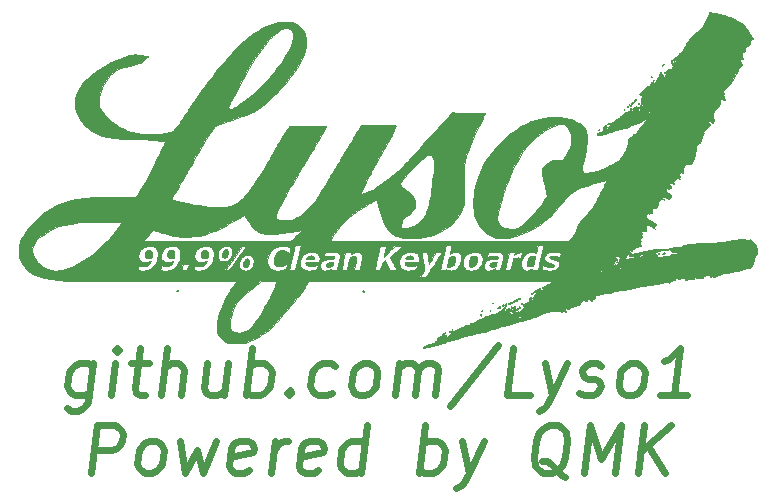
<source format=gbr>
%TF.GenerationSoftware,KiCad,Pcbnew,(5.1.9)-1*%
%TF.CreationDate,2021-09-28T04:32:12-04:00*%
%TF.ProjectId,neoutline,6e656f75-746c-4696-9e65-2e6b69636164,rev?*%
%TF.SameCoordinates,Original*%
%TF.FileFunction,Legend,Top*%
%TF.FilePolarity,Positive*%
%FSLAX46Y46*%
G04 Gerber Fmt 4.6, Leading zero omitted, Abs format (unit mm)*
G04 Created by KiCad (PCBNEW (5.1.9)-1) date 2021-09-28 04:32:12*
%MOMM*%
%LPD*%
G01*
G04 APERTURE LIST*
%ADD10C,0.600000*%
%ADD11C,0.010000*%
G04 APERTURE END LIST*
D10*
X219571340Y-158071357D02*
X219166578Y-161309452D01*
X218928483Y-161690404D01*
X218714197Y-161880880D01*
X218309435Y-162071357D01*
X217738007Y-162071357D01*
X217380864Y-161880880D01*
X219261816Y-160547547D02*
X218857054Y-160738023D01*
X218095150Y-160738023D01*
X217738007Y-160547547D01*
X217571340Y-160357071D01*
X217428483Y-159976119D01*
X217571340Y-158833261D01*
X217809435Y-158452309D01*
X218023721Y-158261833D01*
X218428483Y-158071357D01*
X219190388Y-158071357D01*
X219547530Y-158261833D01*
X221142769Y-160738023D02*
X221476102Y-158071357D01*
X221642769Y-156738023D02*
X221428483Y-156928500D01*
X221595150Y-157118976D01*
X221809435Y-156928500D01*
X221642769Y-156738023D01*
X221595150Y-157118976D01*
X222809435Y-158071357D02*
X224333245Y-158071357D01*
X223547530Y-156738023D02*
X223118959Y-160166595D01*
X223261816Y-160547547D01*
X223618959Y-160738023D01*
X223999911Y-160738023D01*
X225333245Y-160738023D02*
X225833245Y-156738023D01*
X227047530Y-160738023D02*
X227309435Y-158642785D01*
X227166578Y-158261833D01*
X226809435Y-158071357D01*
X226238007Y-158071357D01*
X225833245Y-158261833D01*
X225618959Y-158452309D01*
X230999911Y-158071357D02*
X230666578Y-160738023D01*
X229285626Y-158071357D02*
X229023721Y-160166595D01*
X229166578Y-160547547D01*
X229523721Y-160738023D01*
X230095150Y-160738023D01*
X230499911Y-160547547D01*
X230714197Y-160357071D01*
X232571340Y-160738023D02*
X233071340Y-156738023D01*
X232880864Y-158261833D02*
X233285626Y-158071357D01*
X234047530Y-158071357D01*
X234404673Y-158261833D01*
X234571340Y-158452309D01*
X234714197Y-158833261D01*
X234571340Y-159976119D01*
X234333245Y-160357071D01*
X234118959Y-160547547D01*
X233714197Y-160738023D01*
X232952292Y-160738023D01*
X232595150Y-160547547D01*
X236238007Y-160357071D02*
X236404673Y-160547547D01*
X236190388Y-160738023D01*
X236023721Y-160547547D01*
X236238007Y-160357071D01*
X236190388Y-160738023D01*
X239833245Y-160547547D02*
X239428483Y-160738023D01*
X238666578Y-160738023D01*
X238309435Y-160547547D01*
X238142769Y-160357071D01*
X237999911Y-159976119D01*
X238142769Y-158833261D01*
X238380864Y-158452309D01*
X238595150Y-158261833D01*
X238999911Y-158071357D01*
X239761816Y-158071357D01*
X240118959Y-158261833D01*
X242095150Y-160738023D02*
X241738007Y-160547547D01*
X241571340Y-160357071D01*
X241428483Y-159976119D01*
X241571340Y-158833261D01*
X241809435Y-158452309D01*
X242023721Y-158261833D01*
X242428483Y-158071357D01*
X242999911Y-158071357D01*
X243357054Y-158261833D01*
X243523721Y-158452309D01*
X243666578Y-158833261D01*
X243523721Y-159976119D01*
X243285626Y-160357071D01*
X243071340Y-160547547D01*
X242666578Y-160738023D01*
X242095150Y-160738023D01*
X245142769Y-160738023D02*
X245476102Y-158071357D01*
X245428483Y-158452309D02*
X245642769Y-158261833D01*
X246047530Y-158071357D01*
X246618959Y-158071357D01*
X246976102Y-158261833D01*
X247118959Y-158642785D01*
X246857054Y-160738023D01*
X247118959Y-158642785D02*
X247357054Y-158261833D01*
X247761816Y-158071357D01*
X248333245Y-158071357D01*
X248690388Y-158261833D01*
X248833245Y-158642785D01*
X248571340Y-160738023D01*
X253857054Y-156547547D02*
X249785626Y-161690404D01*
X256571340Y-160738023D02*
X254666578Y-160738023D01*
X255166578Y-156738023D01*
X257857054Y-158071357D02*
X258476102Y-160738023D01*
X259761816Y-158071357D02*
X258476102Y-160738023D01*
X257976102Y-161690404D01*
X257761816Y-161880880D01*
X257357054Y-162071357D01*
X260785626Y-160547547D02*
X261142769Y-160738023D01*
X261904673Y-160738023D01*
X262309435Y-160547547D01*
X262547530Y-160166595D01*
X262571340Y-159976119D01*
X262428483Y-159595166D01*
X262071340Y-159404690D01*
X261499911Y-159404690D01*
X261142769Y-159214214D01*
X260999911Y-158833261D01*
X261023721Y-158642785D01*
X261261816Y-158261833D01*
X261666578Y-158071357D01*
X262238007Y-158071357D01*
X262595150Y-158261833D01*
X264761816Y-160738023D02*
X264404673Y-160547547D01*
X264238007Y-160357071D01*
X264095150Y-159976119D01*
X264238007Y-158833261D01*
X264476102Y-158452309D01*
X264690388Y-158261833D01*
X265095150Y-158071357D01*
X265666578Y-158071357D01*
X266023721Y-158261833D01*
X266190388Y-158452309D01*
X266333245Y-158833261D01*
X266190388Y-159976119D01*
X265952292Y-160357071D01*
X265738007Y-160547547D01*
X265333245Y-160738023D01*
X264761816Y-160738023D01*
X269904673Y-160738023D02*
X267618959Y-160738023D01*
X268761816Y-160738023D02*
X269261816Y-156738023D01*
X268809435Y-157309452D01*
X268380864Y-157690404D01*
X267976102Y-157880880D01*
X219428483Y-167338023D02*
X219928483Y-163338023D01*
X221452292Y-163338023D01*
X221809435Y-163528500D01*
X221976102Y-163718976D01*
X222118959Y-164099928D01*
X222047530Y-164671357D01*
X221809435Y-165052309D01*
X221595150Y-165242785D01*
X221190388Y-165433261D01*
X219666578Y-165433261D01*
X223999911Y-167338023D02*
X223642769Y-167147547D01*
X223476102Y-166957071D01*
X223333245Y-166576119D01*
X223476102Y-165433261D01*
X223714197Y-165052309D01*
X223928483Y-164861833D01*
X224333245Y-164671357D01*
X224904673Y-164671357D01*
X225261816Y-164861833D01*
X225428483Y-165052309D01*
X225571340Y-165433261D01*
X225428483Y-166576119D01*
X225190388Y-166957071D01*
X224976102Y-167147547D01*
X224571340Y-167338023D01*
X223999911Y-167338023D01*
X226999911Y-164671357D02*
X227428483Y-167338023D01*
X228428483Y-165433261D01*
X228952292Y-167338023D01*
X230047530Y-164671357D01*
X232785626Y-167147547D02*
X232380864Y-167338023D01*
X231618959Y-167338023D01*
X231261816Y-167147547D01*
X231118959Y-166766595D01*
X231309435Y-165242785D01*
X231547530Y-164861833D01*
X231952292Y-164671357D01*
X232714197Y-164671357D01*
X233071340Y-164861833D01*
X233214197Y-165242785D01*
X233166578Y-165623738D01*
X231214197Y-166004690D01*
X234666578Y-167338023D02*
X234999911Y-164671357D01*
X234904673Y-165433261D02*
X235142769Y-165052309D01*
X235357054Y-164861833D01*
X235761816Y-164671357D01*
X236142769Y-164671357D01*
X238690388Y-167147547D02*
X238285626Y-167338023D01*
X237523721Y-167338023D01*
X237166578Y-167147547D01*
X237023721Y-166766595D01*
X237214197Y-165242785D01*
X237452292Y-164861833D01*
X237857054Y-164671357D01*
X238618959Y-164671357D01*
X238976102Y-164861833D01*
X239118959Y-165242785D01*
X239071340Y-165623738D01*
X237118959Y-166004690D01*
X242285626Y-167338023D02*
X242785626Y-163338023D01*
X242309435Y-167147547D02*
X241904673Y-167338023D01*
X241142769Y-167338023D01*
X240785626Y-167147547D01*
X240618959Y-166957071D01*
X240476102Y-166576119D01*
X240618959Y-165433261D01*
X240857054Y-165052309D01*
X241071340Y-164861833D01*
X241476102Y-164671357D01*
X242238007Y-164671357D01*
X242595150Y-164861833D01*
X247238007Y-167338023D02*
X247738007Y-163338023D01*
X247547530Y-164861833D02*
X247952292Y-164671357D01*
X248714197Y-164671357D01*
X249071340Y-164861833D01*
X249238007Y-165052309D01*
X249380864Y-165433261D01*
X249238007Y-166576119D01*
X248999911Y-166957071D01*
X248785626Y-167147547D01*
X248380864Y-167338023D01*
X247618959Y-167338023D01*
X247261816Y-167147547D01*
X250809435Y-164671357D02*
X251428483Y-167338023D01*
X252714197Y-164671357D02*
X251428483Y-167338023D01*
X250928483Y-168290404D01*
X250714197Y-168480880D01*
X250309435Y-168671357D01*
X259571340Y-167718976D02*
X259214197Y-167528500D01*
X258880864Y-167147547D01*
X258380864Y-166576119D01*
X258023721Y-166385642D01*
X257642769Y-166385642D01*
X257714197Y-167338023D02*
X257357054Y-167147547D01*
X257023721Y-166766595D01*
X256928483Y-166004690D01*
X257095150Y-164671357D01*
X257380864Y-163909452D01*
X257809435Y-163528500D01*
X258214197Y-163338023D01*
X258976102Y-163338023D01*
X259333245Y-163528500D01*
X259666578Y-163909452D01*
X259761816Y-164671357D01*
X259595150Y-166004690D01*
X259309435Y-166766595D01*
X258880864Y-167147547D01*
X258476102Y-167338023D01*
X257714197Y-167338023D01*
X261142769Y-167338023D02*
X261642769Y-163338023D01*
X262618959Y-166195166D01*
X264309435Y-163338023D01*
X263809435Y-167338023D01*
X265714197Y-167338023D02*
X266214197Y-163338023D01*
X267999911Y-167338023D02*
X266571340Y-165052309D01*
X268499911Y-163338023D02*
X265928483Y-165623738D01*
D11*
%TO.C,G\u002A\u002A\u002A*%
G36*
X271864165Y-128354287D02*
G01*
X271935706Y-128365897D01*
X272030747Y-128383245D01*
X272140345Y-128404745D01*
X272184900Y-128413870D01*
X272328246Y-128443327D01*
X272493001Y-128476776D01*
X272659016Y-128510148D01*
X272806140Y-128539372D01*
X272808950Y-128539925D01*
X272880410Y-128554279D01*
X272945455Y-128568486D01*
X273007648Y-128584067D01*
X273070552Y-128602540D01*
X273137728Y-128625426D01*
X273212740Y-128654242D01*
X273299150Y-128690509D01*
X273400521Y-128735747D01*
X273520416Y-128791473D01*
X273662396Y-128859208D01*
X273830025Y-128940472D01*
X274026866Y-129036782D01*
X274256480Y-129149659D01*
X274371759Y-129206417D01*
X274629650Y-129333417D01*
X274849549Y-129650917D01*
X274941173Y-129783146D01*
X275044495Y-129932159D01*
X275149021Y-130082827D01*
X275244254Y-130220017D01*
X275278174Y-130268851D01*
X275346468Y-130368278D01*
X275405390Y-130456212D01*
X275450991Y-130526583D01*
X275479322Y-130573323D01*
X275486900Y-130589661D01*
X275470106Y-130601589D01*
X275445232Y-130599140D01*
X275398735Y-130606870D01*
X275347110Y-130645337D01*
X275299056Y-130705266D01*
X275263271Y-130777382D01*
X275255976Y-130800962D01*
X275234913Y-130881638D01*
X275213654Y-130963312D01*
X275211169Y-130972879D01*
X275186895Y-131035520D01*
X275149904Y-131099171D01*
X275108614Y-131152041D01*
X275071446Y-131182339D01*
X275059350Y-131185500D01*
X275030982Y-131196278D01*
X274980145Y-131224131D01*
X274934562Y-131252350D01*
X274871891Y-131297615D01*
X274837671Y-131337781D01*
X274821870Y-131385392D01*
X274820280Y-131395225D01*
X274808965Y-131460875D01*
X274792516Y-131543459D01*
X274782908Y-131587667D01*
X274766317Y-131653955D01*
X274749614Y-131688973D01*
X274724641Y-131703013D01*
X274688988Y-131706200D01*
X274621448Y-131719320D01*
X274567280Y-131743729D01*
X274531276Y-131782481D01*
X274514695Y-131841868D01*
X274517545Y-131926443D01*
X274539838Y-132040761D01*
X274568157Y-132144806D01*
X274591074Y-132227696D01*
X274606733Y-132294310D01*
X274613005Y-132335025D01*
X274611914Y-132342708D01*
X274586593Y-132343926D01*
X274537878Y-132332905D01*
X274524110Y-132328597D01*
X274460531Y-132315729D01*
X274400573Y-132316408D01*
X274357449Y-132329178D01*
X274343900Y-132348445D01*
X274353368Y-132374709D01*
X274378610Y-132428140D01*
X274414875Y-132498876D01*
X274429774Y-132526788D01*
X274473833Y-132612892D01*
X274499018Y-132676710D01*
X274509374Y-132731547D01*
X274509149Y-132787705D01*
X274503861Y-132844246D01*
X274490833Y-132880187D01*
X274460737Y-132907573D01*
X274404245Y-132938450D01*
X274384919Y-132948119D01*
X274309362Y-132991417D01*
X274260050Y-133037153D01*
X274222410Y-133099009D01*
X274220877Y-133102144D01*
X274185469Y-133187737D01*
X274176463Y-133248093D01*
X274193051Y-133290404D01*
X274198974Y-133296941D01*
X274211504Y-133326283D01*
X274193682Y-133361998D01*
X273976620Y-133681126D01*
X273878110Y-133841917D01*
X273750316Y-134055493D01*
X273638440Y-134235988D01*
X273538999Y-134387945D01*
X273448511Y-134515910D01*
X273363495Y-134624428D01*
X273280467Y-134718043D01*
X273195947Y-134801300D01*
X273106452Y-134878744D01*
X273048681Y-134924493D01*
X272979965Y-134981702D01*
X272918752Y-135040082D01*
X272880780Y-135083846D01*
X272833347Y-135150458D01*
X272908793Y-135138215D01*
X272981546Y-135138218D01*
X273022164Y-135162973D01*
X273027936Y-135206798D01*
X272996152Y-135264009D01*
X272978162Y-135283661D01*
X272924758Y-135337065D01*
X272999329Y-135523449D01*
X273031926Y-135608406D01*
X273057293Y-135681152D01*
X273071824Y-135731006D01*
X273073900Y-135744249D01*
X273059206Y-135773402D01*
X273025686Y-135775452D01*
X272997903Y-135757703D01*
X272960913Y-135740316D01*
X272897794Y-135726612D01*
X272824718Y-135718673D01*
X272757861Y-135718579D01*
X272728145Y-135722981D01*
X272702120Y-135731371D01*
X272687309Y-135746557D01*
X272681575Y-135777913D01*
X272682778Y-135834815D01*
X272687144Y-135902771D01*
X272688931Y-136010911D01*
X272675608Y-136105149D01*
X272643360Y-136193390D01*
X272588369Y-136283536D01*
X272506818Y-136383492D01*
X272401316Y-136494687D01*
X272295579Y-136606245D01*
X272218665Y-136701015D01*
X272165754Y-136787901D01*
X272132024Y-136875811D01*
X272112655Y-136973650D01*
X272105960Y-137040319D01*
X272098471Y-137123680D01*
X272088874Y-137175604D01*
X272073169Y-137206943D01*
X272047359Y-137228550D01*
X272033595Y-137236737D01*
X271992366Y-137263722D01*
X271973489Y-137283048D01*
X271973367Y-137283916D01*
X271991197Y-137298380D01*
X272036642Y-137320431D01*
X272066816Y-137332655D01*
X272150545Y-137371859D01*
X272193975Y-137411105D01*
X272199086Y-137452609D01*
X272190366Y-137471113D01*
X272170881Y-137516845D01*
X272153721Y-137580055D01*
X272151544Y-137591102D01*
X272124147Y-137665665D01*
X272080388Y-137703735D01*
X272026976Y-137703716D01*
X271970621Y-137664014D01*
X271950359Y-137638935D01*
X271916313Y-137597668D01*
X271881700Y-137581027D01*
X271828103Y-137581635D01*
X271811639Y-137583384D01*
X271738514Y-137599248D01*
X271672925Y-137625519D01*
X271661330Y-137632415D01*
X271602816Y-137671099D01*
X271702217Y-137712577D01*
X271778160Y-137757098D01*
X271826787Y-137811381D01*
X271846242Y-137867893D01*
X271834665Y-137919102D01*
X271790197Y-137957479D01*
X271764975Y-137966935D01*
X271710913Y-137995110D01*
X271646293Y-138052923D01*
X271568699Y-138142966D01*
X271475716Y-138267835D01*
X271448301Y-138306930D01*
X271369557Y-138395425D01*
X271294090Y-138440708D01*
X271209726Y-138473847D01*
X271277834Y-138544116D01*
X271345942Y-138614386D01*
X271259651Y-138694068D01*
X271219761Y-138733805D01*
X271189760Y-138773848D01*
X271166350Y-138822697D01*
X271146233Y-138888853D01*
X271126110Y-138980815D01*
X271105524Y-139091250D01*
X271073065Y-139235326D01*
X271033266Y-139340878D01*
X270983711Y-139411428D01*
X270921984Y-139450497D01*
X270851454Y-139461667D01*
X270790882Y-139468715D01*
X270745414Y-139485908D01*
X270742431Y-139488125D01*
X270726492Y-139519305D01*
X270705752Y-139590947D01*
X270680118Y-139703460D01*
X270649494Y-139857252D01*
X270621032Y-140012000D01*
X270585349Y-140210774D01*
X270555767Y-140372741D01*
X270531030Y-140502780D01*
X270509883Y-140605773D01*
X270491070Y-140686601D01*
X270473334Y-140750146D01*
X270455420Y-140801287D01*
X270436071Y-140844906D01*
X270414032Y-140885885D01*
X270388047Y-140929103D01*
X270382911Y-140937404D01*
X270322471Y-141033765D01*
X270276028Y-141099932D01*
X270235125Y-141141598D01*
X270191304Y-141164455D01*
X270136108Y-141174197D01*
X270061078Y-141176517D01*
X270027502Y-141176631D01*
X269910080Y-141181069D01*
X269822204Y-141194897D01*
X269757675Y-141217191D01*
X269696596Y-141249177D01*
X269652350Y-141285995D01*
X269622062Y-141334898D01*
X269602859Y-141403139D01*
X269591866Y-141497973D01*
X269586208Y-141626651D01*
X269585592Y-141651447D01*
X269582516Y-141757090D01*
X269578676Y-141848506D01*
X269574531Y-141916773D01*
X269570538Y-141952973D01*
X269569980Y-141955088D01*
X269553411Y-141965780D01*
X269514318Y-141953163D01*
X269464290Y-141926058D01*
X269409457Y-141895863D01*
X269371839Y-141878801D01*
X269361912Y-141877387D01*
X269349363Y-141898604D01*
X269322485Y-141946155D01*
X269290881Y-142002923D01*
X269256078Y-142068131D01*
X269240255Y-142109437D01*
X269241147Y-142139554D01*
X269256491Y-142171198D01*
X269259907Y-142176876D01*
X269280997Y-142222267D01*
X269279973Y-142266344D01*
X269266994Y-142307994D01*
X269252354Y-142368979D01*
X269252044Y-142420045D01*
X269253342Y-142425083D01*
X269258647Y-142458357D01*
X269242236Y-142463245D01*
X269200686Y-142439325D01*
X269166768Y-142414417D01*
X269119839Y-142381241D01*
X269087124Y-142362826D01*
X269081955Y-142361500D01*
X269061622Y-142375996D01*
X269020106Y-142414824D01*
X268964701Y-142470990D01*
X268935061Y-142502328D01*
X268803603Y-142643157D01*
X268705668Y-142629733D01*
X268648280Y-142625117D01*
X268613035Y-142628543D01*
X268607733Y-142633327D01*
X268621216Y-142656055D01*
X268656771Y-142700182D01*
X268707053Y-142756661D01*
X268713462Y-142763555D01*
X268763490Y-142819362D01*
X268798166Y-142862404D01*
X268810919Y-142884436D01*
X268810569Y-142885386D01*
X268789174Y-142880411D01*
X268741846Y-142858925D01*
X268684818Y-142828837D01*
X268612955Y-142790347D01*
X268562488Y-142770647D01*
X268518269Y-142767156D01*
X268465152Y-142777292D01*
X268433108Y-142785946D01*
X268377898Y-142809383D01*
X268356325Y-142842748D01*
X268368508Y-142890604D01*
X268414563Y-142957509D01*
X268438253Y-142985748D01*
X268510222Y-143074496D01*
X268550510Y-143140225D01*
X268559753Y-143187257D01*
X268538586Y-143219919D01*
X268487644Y-143242534D01*
X268476437Y-143245596D01*
X268420295Y-143271627D01*
X268399886Y-143309959D01*
X268388786Y-143345912D01*
X268365887Y-143352055D01*
X268324612Y-143327847D01*
X268291207Y-143300988D01*
X268225433Y-143245643D01*
X268141416Y-143303867D01*
X268091928Y-143344554D01*
X268061739Y-143381694D01*
X268057400Y-143395175D01*
X268072225Y-143429540D01*
X268111751Y-143477959D01*
X268168556Y-143534378D01*
X268235216Y-143592745D01*
X268304308Y-143647008D01*
X268368409Y-143691112D01*
X268420096Y-143719006D01*
X268451946Y-143724636D01*
X268456717Y-143720777D01*
X268470761Y-143723756D01*
X268489658Y-143761014D01*
X268500937Y-143794728D01*
X268517123Y-143858850D01*
X268517492Y-143902020D01*
X268501329Y-143942836D01*
X268494788Y-143954560D01*
X268469671Y-144013720D01*
X268459566Y-144067132D01*
X268453645Y-144105282D01*
X268431549Y-144115376D01*
X268386781Y-144097938D01*
X268348953Y-144076079D01*
X268289146Y-144043285D01*
X268260979Y-144036513D01*
X268265330Y-144055383D01*
X268300605Y-144096946D01*
X268340351Y-144145980D01*
X268345718Y-144171258D01*
X268318799Y-144170513D01*
X268261688Y-144141478D01*
X268260275Y-144140607D01*
X268190301Y-144102746D01*
X268104615Y-144063980D01*
X268015975Y-144029246D01*
X267937138Y-144003478D01*
X267880861Y-143991613D01*
X267874465Y-143991333D01*
X267821920Y-143999252D01*
X267768283Y-144018494D01*
X267729161Y-144042290D01*
X267718733Y-144058895D01*
X267735866Y-144080550D01*
X267755775Y-144090582D01*
X267800145Y-144110296D01*
X267854939Y-144139560D01*
X267908618Y-144171457D01*
X267949647Y-144199072D01*
X267966490Y-144215490D01*
X267966118Y-144216670D01*
X267943236Y-144215763D01*
X267891139Y-144205933D01*
X267821332Y-144189840D01*
X267745317Y-144170145D01*
X267674599Y-144149508D01*
X267671690Y-144148589D01*
X267642980Y-144149051D01*
X267634142Y-144181659D01*
X267634066Y-144187710D01*
X267619067Y-144241987D01*
X267582401Y-144284034D01*
X267536566Y-144302378D01*
X267513146Y-144298697D01*
X267489469Y-144285674D01*
X267502163Y-144273591D01*
X267522941Y-144265062D01*
X267559476Y-144247110D01*
X267570566Y-144235975D01*
X267553552Y-144218485D01*
X267513882Y-144195927D01*
X267468610Y-144176291D01*
X267434795Y-144167563D01*
X267427979Y-144169198D01*
X267423461Y-144193490D01*
X267419108Y-144252103D01*
X267415339Y-144337026D01*
X267412573Y-144440250D01*
X267411983Y-144474815D01*
X267408889Y-144605322D01*
X267402670Y-144701094D01*
X267391258Y-144769713D01*
X267372584Y-144818764D01*
X267344579Y-144855831D01*
X267305174Y-144888498D01*
X267297688Y-144893812D01*
X267251383Y-144913714D01*
X267182506Y-144930041D01*
X267142290Y-144935564D01*
X267046385Y-144946352D01*
X266983892Y-144958206D01*
X266945953Y-144974519D01*
X266923713Y-144998686D01*
X266912085Y-145023799D01*
X266901288Y-145091910D01*
X266915213Y-145157737D01*
X266926413Y-145226130D01*
X266916013Y-145281373D01*
X266889665Y-145316320D01*
X266853020Y-145323829D01*
X266811731Y-145296753D01*
X266808350Y-145292822D01*
X266775122Y-145276072D01*
X266743186Y-145292208D01*
X266724896Y-145333253D01*
X266723900Y-145347342D01*
X266710719Y-145390906D01*
X266677474Y-145400391D01*
X266641524Y-145379823D01*
X266603477Y-145352606D01*
X266569145Y-145352940D01*
X266524110Y-145382419D01*
X266509658Y-145394386D01*
X266442943Y-145468197D01*
X266411322Y-145553209D01*
X266406400Y-145617899D01*
X266406346Y-145644585D01*
X266408751Y-145667067D01*
X266417460Y-145688685D01*
X266436320Y-145712780D01*
X266469177Y-145742694D01*
X266519878Y-145781768D01*
X266592268Y-145833343D01*
X266690195Y-145900761D01*
X266817504Y-145987364D01*
X266882650Y-146031612D01*
X267006247Y-146116357D01*
X267098572Y-146182300D01*
X267163859Y-146233694D01*
X267206341Y-146274789D01*
X267230254Y-146309835D01*
X267239831Y-146343084D01*
X267239306Y-146378785D01*
X267238111Y-146388458D01*
X267219786Y-146447859D01*
X267186971Y-146467624D01*
X267140460Y-146447596D01*
X267104900Y-146414916D01*
X267064263Y-146380785D01*
X267025791Y-146361844D01*
X267001832Y-146363195D01*
X266999066Y-146371205D01*
X267009548Y-146410947D01*
X267036342Y-146471454D01*
X267072469Y-146538142D01*
X267098644Y-146579342D01*
X267134481Y-146637387D01*
X267141907Y-146664640D01*
X267122061Y-146660619D01*
X267076082Y-146624847D01*
X267049172Y-146600165D01*
X266944388Y-146516739D01*
X266828301Y-146450581D01*
X266710154Y-146405023D01*
X266599192Y-146383395D01*
X266504658Y-146389029D01*
X266482444Y-146395926D01*
X266450090Y-146429208D01*
X266426981Y-146495091D01*
X266414938Y-146584496D01*
X266415782Y-146688347D01*
X266418264Y-146715921D01*
X266422894Y-146793179D01*
X266414230Y-146846934D01*
X266387266Y-146879280D01*
X266336996Y-146892316D01*
X266258412Y-146888136D01*
X266146508Y-146868838D01*
X266084155Y-146855825D01*
X266005315Y-146840977D01*
X265943007Y-146833142D01*
X265908175Y-146833584D01*
X265905031Y-146835146D01*
X265911222Y-146856298D01*
X265941533Y-146897684D01*
X265989410Y-146950362D01*
X265989634Y-146950590D01*
X266052380Y-147020360D01*
X266082236Y-147071837D01*
X266080871Y-147111176D01*
X266049956Y-147144528D01*
X266043517Y-147148969D01*
X265998135Y-147179102D01*
X266099483Y-147357542D01*
X266020620Y-147425979D01*
X265946856Y-147504764D01*
X265913761Y-147579094D01*
X265920302Y-147651807D01*
X265930221Y-147674472D01*
X265959969Y-147754791D01*
X265954020Y-147814984D01*
X265911692Y-147858712D01*
X265894235Y-147868031D01*
X265826571Y-147900076D01*
X265927890Y-148008394D01*
X265987121Y-148078320D01*
X266011665Y-148124796D01*
X266001594Y-148148540D01*
X265956978Y-148150270D01*
X265941639Y-148147589D01*
X265877827Y-148148466D01*
X265788237Y-148167773D01*
X265683335Y-148202063D01*
X265573585Y-148247892D01*
X265469454Y-148301811D01*
X265464483Y-148304716D01*
X265363809Y-148367341D01*
X265295870Y-148418826D01*
X265254497Y-148464726D01*
X265233520Y-148510594D01*
X265232828Y-148513258D01*
X265222125Y-148546779D01*
X265205077Y-148552989D01*
X265168119Y-148534428D01*
X265156446Y-148527554D01*
X265092494Y-148505019D01*
X265045443Y-148520951D01*
X265017988Y-148573937D01*
X265013350Y-148602509D01*
X265012893Y-148648774D01*
X265030808Y-148666618D01*
X265062527Y-148669167D01*
X265105882Y-148677585D01*
X265111668Y-148701909D01*
X265080951Y-148740738D01*
X265014797Y-148792673D01*
X264924529Y-148850247D01*
X264837655Y-148903857D01*
X264778811Y-148946664D01*
X264738512Y-148987483D01*
X264707275Y-149035126D01*
X264690271Y-149067938D01*
X264652152Y-149134920D01*
X264612267Y-149189176D01*
X264589729Y-149210850D01*
X264555376Y-149240665D01*
X264543733Y-149260147D01*
X264562104Y-149273942D01*
X264608762Y-149278095D01*
X264671024Y-149273621D01*
X264736206Y-149261533D01*
X264791625Y-149242847D01*
X264797733Y-149239840D01*
X264862707Y-149216724D01*
X264957380Y-149200909D01*
X265084050Y-149191520D01*
X265183752Y-149184151D01*
X265275617Y-149172518D01*
X265346034Y-149158559D01*
X265370152Y-149150819D01*
X265438370Y-149128293D01*
X265520098Y-149109108D01*
X265546406Y-149104601D01*
X265612911Y-149097821D01*
X265655682Y-149105088D01*
X265691996Y-149129963D01*
X265698497Y-149135943D01*
X265748202Y-149182638D01*
X265779911Y-149155956D01*
X267150102Y-149155956D01*
X267154173Y-149171272D01*
X267179999Y-149181255D01*
X267234896Y-149188563D01*
X267305660Y-149192665D01*
X267379083Y-149193032D01*
X267441959Y-149189134D01*
X267471139Y-149184001D01*
X267496605Y-149169413D01*
X267484422Y-149143636D01*
X267442250Y-149123144D01*
X267359552Y-149114353D01*
X267329849Y-149113991D01*
X267234120Y-149119134D01*
X267173305Y-149133415D01*
X267150102Y-149155956D01*
X265779911Y-149155956D01*
X265812603Y-149128448D01*
X265864903Y-149089694D01*
X265911062Y-149063799D01*
X265917558Y-149061387D01*
X265959006Y-149034609D01*
X265972654Y-149018986D01*
X266919988Y-149018986D01*
X266924112Y-149027592D01*
X266951311Y-149044230D01*
X266992690Y-149049669D01*
X267020011Y-149045106D01*
X267071747Y-149045106D01*
X267092552Y-149048495D01*
X267120006Y-149044604D01*
X267120334Y-149037378D01*
X267092004Y-149032325D01*
X267079764Y-149035707D01*
X267071747Y-149045106D01*
X267020011Y-149045106D01*
X267028969Y-149043610D01*
X267041400Y-149029403D01*
X267031037Y-149018292D01*
X267136650Y-149018292D01*
X267358900Y-149029955D01*
X267455857Y-149037130D01*
X267540311Y-149047189D01*
X267601157Y-149058603D01*
X267623483Y-149066416D01*
X267679283Y-149089613D01*
X267720045Y-149079772D01*
X267740680Y-149059809D01*
X267785288Y-149036746D01*
X267826106Y-149039921D01*
X267871569Y-149042802D01*
X267894237Y-149020044D01*
X267898243Y-149009113D01*
X267917309Y-148973623D01*
X267931826Y-148964177D01*
X267962682Y-148963440D01*
X268020902Y-148962960D01*
X268067983Y-148962854D01*
X268141075Y-148963089D01*
X268201450Y-148963689D01*
X268224438Y-148964177D01*
X268261755Y-148984861D01*
X268278486Y-149021318D01*
X268292496Y-149077135D01*
X268363014Y-149005443D01*
X268445716Y-148926551D01*
X268513672Y-148876234D01*
X268577128Y-148848894D01*
X268646326Y-148838936D01*
X268668549Y-148838500D01*
X268757868Y-148830729D01*
X268851141Y-148811307D01*
X268876868Y-148803345D01*
X268949584Y-148783119D01*
X269016568Y-148772550D01*
X269039128Y-148772142D01*
X269121601Y-148767348D01*
X269177851Y-148736661D01*
X269211955Y-148688453D01*
X269231764Y-148644982D01*
X269229295Y-148623763D01*
X269207729Y-148612072D01*
X269169058Y-148610454D01*
X269105342Y-148620367D01*
X269042947Y-148636148D01*
X268951178Y-148657873D01*
X268843376Y-148675566D01*
X268761191Y-148683951D01*
X268680352Y-148687658D01*
X268633341Y-148685239D01*
X268611939Y-148675493D01*
X268607733Y-148661505D01*
X268619998Y-148624753D01*
X268628900Y-148616250D01*
X268649508Y-148589885D01*
X268631913Y-148567412D01*
X268604603Y-148559514D01*
X268558057Y-148536426D01*
X268535811Y-148510417D01*
X268510624Y-148472436D01*
X268479587Y-148450310D01*
X268431268Y-148439821D01*
X268354234Y-148436749D01*
X268335905Y-148436657D01*
X268248114Y-148440555D01*
X268188424Y-148454788D01*
X268147842Y-148478667D01*
X268121109Y-148496230D01*
X268088130Y-148508194D01*
X268040754Y-148515600D01*
X267970827Y-148519487D01*
X267870198Y-148520897D01*
X267816107Y-148521000D01*
X267695307Y-148521989D01*
X267608141Y-148525604D01*
X267545940Y-148532820D01*
X267500037Y-148544610D01*
X267464419Y-148560511D01*
X267395530Y-148591522D01*
X267326920Y-148613937D01*
X267321682Y-148615148D01*
X267252413Y-148646372D01*
X267216844Y-148697085D01*
X267216594Y-148759155D01*
X267253281Y-148824451D01*
X267275551Y-148846922D01*
X267314386Y-148888372D01*
X267332563Y-148921674D01*
X267332436Y-148928473D01*
X267309228Y-148949111D01*
X267259546Y-148974099D01*
X267230577Y-148985281D01*
X267136650Y-149018292D01*
X267031037Y-149018292D01*
X267023663Y-149010386D01*
X266983964Y-148994500D01*
X266942566Y-148987867D01*
X266921878Y-148993300D01*
X266919988Y-149018986D01*
X265972654Y-149018986D01*
X265991881Y-148996979D01*
X266025075Y-148960963D01*
X266068102Y-148954780D01*
X266090313Y-148958374D01*
X266138667Y-148961024D01*
X266181233Y-148941692D01*
X266223061Y-148905316D01*
X266281930Y-148860320D01*
X266344440Y-148829759D01*
X266359797Y-148825595D01*
X266410259Y-148811028D01*
X266439167Y-148794393D01*
X266439839Y-148793433D01*
X266434287Y-148778946D01*
X266401670Y-148775279D01*
X266355568Y-148781413D01*
X266309561Y-148796328D01*
X266294530Y-148804334D01*
X266251808Y-148819420D01*
X266180436Y-148833185D01*
X266094082Y-148843146D01*
X266072249Y-148844719D01*
X265965093Y-148854933D01*
X265894078Y-148871390D01*
X265853156Y-148896860D01*
X265836276Y-148934116D01*
X265834900Y-148953463D01*
X265822434Y-149009377D01*
X265807732Y-149036896D01*
X265786710Y-149059733D01*
X265764207Y-149058077D01*
X265725173Y-149030479D01*
X265722930Y-149028716D01*
X265665296Y-148983381D01*
X265594141Y-149027357D01*
X265522521Y-149062952D01*
X265468614Y-149065831D01*
X265422586Y-149035420D01*
X265406213Y-149016418D01*
X265383541Y-148990432D01*
X265358853Y-148974726D01*
X265322080Y-148967250D01*
X265263153Y-148965957D01*
X265172115Y-148968793D01*
X265066442Y-148970050D01*
X265000692Y-148963439D01*
X264972996Y-148947851D01*
X264981485Y-148922179D01*
X265024293Y-148885315D01*
X265027505Y-148883013D01*
X265103378Y-148849286D01*
X265191563Y-148838985D01*
X265271885Y-148853871D01*
X265286050Y-148860460D01*
X265319711Y-148869927D01*
X265342740Y-148846833D01*
X265350220Y-148831642D01*
X265367536Y-148804328D01*
X265395862Y-148787062D01*
X265445732Y-148775967D01*
X265524753Y-148767428D01*
X265637209Y-148749515D01*
X265768490Y-148716015D01*
X265877233Y-148680128D01*
X266019311Y-148633856D01*
X266134055Y-148610120D01*
X266195750Y-148605965D01*
X266320077Y-148591186D01*
X266471624Y-148547902D01*
X266492083Y-148540608D01*
X266589193Y-148506230D01*
X266671358Y-148480509D01*
X266747627Y-148462180D01*
X266827044Y-148449974D01*
X266918657Y-148442626D01*
X267031512Y-148438868D01*
X267174657Y-148437434D01*
X267230233Y-148437255D01*
X267371817Y-148436417D01*
X267477117Y-148434332D01*
X267552176Y-148430500D01*
X267603038Y-148424420D01*
X267635746Y-148415590D01*
X267656343Y-148403510D01*
X267658355Y-148401757D01*
X267679487Y-148388128D01*
X267712178Y-148378771D01*
X267763292Y-148373096D01*
X267839694Y-148370508D01*
X267948248Y-148370415D01*
X268013607Y-148371080D01*
X268137565Y-148372190D01*
X268228025Y-148371303D01*
X268293810Y-148367393D01*
X268343745Y-148359437D01*
X268386653Y-148346408D01*
X268431359Y-148327282D01*
X268444777Y-148320989D01*
X268497584Y-148297874D01*
X268547015Y-148282402D01*
X268603647Y-148273039D01*
X268678059Y-148268248D01*
X268780828Y-148266496D01*
X268821442Y-148266327D01*
X268943713Y-148264567D01*
X269030165Y-148259569D01*
X269087235Y-148250661D01*
X269121360Y-148237168D01*
X269125070Y-148234577D01*
X269173245Y-148215048D01*
X269245799Y-148204437D01*
X269275546Y-148203500D01*
X269367858Y-148194131D01*
X269461296Y-148162426D01*
X269509625Y-148139077D01*
X269642354Y-148080283D01*
X269789546Y-148035111D01*
X269958993Y-148001831D01*
X270158486Y-147978717D01*
X270269316Y-147970595D01*
X270390941Y-147961912D01*
X270506711Y-147951620D01*
X270605695Y-147940829D01*
X270676964Y-147930650D01*
X270692650Y-147927589D01*
X270739394Y-147921673D01*
X270823338Y-147915693D01*
X270939350Y-147909853D01*
X271082297Y-147904354D01*
X271247045Y-147899399D01*
X271428463Y-147895191D01*
X271581650Y-147892506D01*
X271785611Y-147889307D01*
X271951506Y-147886290D01*
X272083600Y-147883194D01*
X272186156Y-147879754D01*
X272263440Y-147875708D01*
X272319716Y-147870791D01*
X272359248Y-147864741D01*
X272386302Y-147857295D01*
X272405142Y-147848188D01*
X272415296Y-147841023D01*
X272441039Y-147824759D01*
X272474853Y-147813575D01*
X272524513Y-147806565D01*
X272597799Y-147802819D01*
X272702487Y-147801431D01*
X272755412Y-147801333D01*
X272918948Y-147798184D01*
X273048041Y-147788915D01*
X273139193Y-147773797D01*
X273149433Y-147771025D01*
X273237954Y-147749113D01*
X273332704Y-147731078D01*
X273359650Y-147727183D01*
X273448499Y-147712419D01*
X273543312Y-147691779D01*
X273571316Y-147684512D01*
X273643000Y-147669765D01*
X273739110Y-147656550D01*
X273841745Y-147647211D01*
X273867650Y-147645689D01*
X273966613Y-147637324D01*
X274061442Y-147623644D01*
X274135471Y-147607206D01*
X274150769Y-147602251D01*
X274240122Y-147581267D01*
X274359105Y-147569714D01*
X274496114Y-147567437D01*
X274639545Y-147574278D01*
X274777795Y-147590080D01*
X274889836Y-147612247D01*
X274975510Y-147633135D01*
X275031553Y-147643344D01*
X275069192Y-147643263D01*
X275099655Y-147633283D01*
X275123164Y-147620354D01*
X275183497Y-147584715D01*
X275361657Y-147727247D01*
X275477192Y-147820614D01*
X275563431Y-147893062D01*
X275624876Y-147949160D01*
X275666031Y-147993476D01*
X275691399Y-148030582D01*
X275705482Y-148065046D01*
X275709114Y-148079827D01*
X275728625Y-148144521D01*
X275753561Y-148197463D01*
X275767710Y-148235705D01*
X275777025Y-148301094D01*
X275782014Y-148398948D01*
X275783233Y-148508612D01*
X275783233Y-148772880D01*
X275709186Y-148895648D01*
X275668295Y-148971353D01*
X275636396Y-149044807D01*
X275622161Y-149092500D01*
X275604332Y-149150164D01*
X275578409Y-149190793D01*
X275576043Y-149192824D01*
X275554460Y-149229823D01*
X275538886Y-149303544D01*
X275530776Y-149383913D01*
X275521809Y-149474882D01*
X275507794Y-149538994D01*
X275483886Y-149591723D01*
X275449858Y-149642300D01*
X275410596Y-149705187D01*
X275385371Y-149763795D01*
X275380393Y-149789878D01*
X275359771Y-149867049D01*
X275305240Y-149932016D01*
X275224767Y-149978785D01*
X275126320Y-150001358D01*
X275097815Y-150002527D01*
X274982540Y-150019680D01*
X274922000Y-150047461D01*
X274830383Y-150083827D01*
X274739585Y-150095921D01*
X274664619Y-150104589D01*
X274599181Y-150122424D01*
X274576733Y-150133289D01*
X274526089Y-150158097D01*
X274454042Y-150184914D01*
X274407400Y-150199148D01*
X274326121Y-150218879D01*
X274220163Y-150240758D01*
X274100082Y-150263024D01*
X273976435Y-150283915D01*
X273859777Y-150301669D01*
X273760665Y-150314525D01*
X273689657Y-150320719D01*
X273677150Y-150321022D01*
X273603543Y-150330381D01*
X273522830Y-150353662D01*
X273500213Y-150362965D01*
X273378321Y-150397430D01*
X273272898Y-150404833D01*
X273140012Y-150416875D01*
X273026502Y-150447156D01*
X272947776Y-150471586D01*
X272870690Y-150486881D01*
X272836865Y-150489489D01*
X272752727Y-150506977D01*
X272700931Y-150542927D01*
X272646781Y-150582297D01*
X272592649Y-150606151D01*
X272588716Y-150607021D01*
X272476458Y-150634449D01*
X272363997Y-150671200D01*
X272267451Y-150711598D01*
X272222864Y-150735856D01*
X272155509Y-150769063D01*
X272107573Y-150768126D01*
X272072112Y-150732023D01*
X272061953Y-150712193D01*
X272051268Y-150668127D01*
X272070214Y-150637644D01*
X272123665Y-150616116D01*
X272174316Y-150605575D01*
X272248513Y-150583671D01*
X272324616Y-150548168D01*
X272338789Y-150539596D01*
X272387350Y-150504852D01*
X272404887Y-150478603D01*
X272403281Y-150471884D01*
X272502400Y-150471884D01*
X272517076Y-150479443D01*
X272549986Y-150470078D01*
X272584455Y-150450814D01*
X272603615Y-150429270D01*
X272594827Y-150407488D01*
X272582480Y-150404833D01*
X272543399Y-150418987D01*
X272510628Y-150450017D01*
X272502400Y-150471884D01*
X272403281Y-150471884D01*
X272398064Y-150450062D01*
X272396253Y-150446581D01*
X272366813Y-150410000D01*
X272335183Y-150414351D01*
X272309200Y-150440112D01*
X272274713Y-150473738D01*
X272221727Y-150517272D01*
X272197599Y-150535362D01*
X272164343Y-150558596D01*
X272133828Y-150574889D01*
X272097965Y-150585473D01*
X272048662Y-150591579D01*
X271977829Y-150594438D01*
X271877376Y-150595282D01*
X271803578Y-150595333D01*
X271679237Y-150595948D01*
X271589812Y-150598327D01*
X271527894Y-150603275D01*
X271486077Y-150611594D01*
X271456953Y-150624088D01*
X271441629Y-150634588D01*
X271387619Y-150666954D01*
X271319285Y-150696347D01*
X271306483Y-150700645D01*
X271239652Y-150725285D01*
X271203071Y-150746112D01*
X271200295Y-150760191D01*
X271228911Y-150764667D01*
X271261838Y-150769760D01*
X271260575Y-150792930D01*
X271253250Y-150807590D01*
X271241501Y-150824752D01*
X271223120Y-150836386D01*
X271190962Y-150843342D01*
X271137882Y-150846466D01*
X271056735Y-150846607D01*
X270941224Y-150844632D01*
X270825752Y-150842064D01*
X270745711Y-150838990D01*
X270694206Y-150834087D01*
X270664344Y-150826029D01*
X270649231Y-150813493D01*
X270641970Y-150795155D01*
X270639922Y-150786753D01*
X270627675Y-150734756D01*
X270577641Y-150805023D01*
X270526194Y-150859464D01*
X270465624Y-150900871D01*
X270457349Y-150904645D01*
X270395334Y-150920817D01*
X270311620Y-150930499D01*
X270221049Y-150933371D01*
X270138462Y-150929112D01*
X270078701Y-150917404D01*
X270068571Y-150913014D01*
X270036514Y-150905583D01*
X270003624Y-150925380D01*
X269976079Y-150955347D01*
X269929121Y-151003540D01*
X269897498Y-151014905D01*
X269876539Y-150989923D01*
X269869194Y-150966361D01*
X269849583Y-150923907D01*
X269811255Y-150893574D01*
X269747849Y-150873003D01*
X269653003Y-150859832D01*
X269565836Y-150853822D01*
X269468022Y-150850068D01*
X269403013Y-150851715D01*
X269361516Y-150859715D01*
X269334238Y-150875023D01*
X269330888Y-150877926D01*
X269256856Y-150919943D01*
X269174820Y-150926906D01*
X269098555Y-150897847D01*
X269094002Y-150894597D01*
X269024902Y-150860862D01*
X268959181Y-150849333D01*
X270078816Y-150849333D01*
X270080494Y-150868838D01*
X270088150Y-150870500D01*
X270109705Y-150855135D01*
X270110566Y-150849333D01*
X270103344Y-150828717D01*
X270101232Y-150828167D01*
X270083161Y-150842999D01*
X270078816Y-150849333D01*
X268959181Y-150849333D01*
X268909096Y-150853311D01*
X268886971Y-150873357D01*
X268878949Y-150918125D01*
X268869303Y-150965532D01*
X268843417Y-150986617D01*
X268799483Y-150993851D01*
X268732113Y-151010983D01*
X268674921Y-151041476D01*
X268621828Y-151071135D01*
X268574669Y-151082167D01*
X268525504Y-151100567D01*
X268469272Y-151151414D01*
X268461933Y-151160070D01*
X268420957Y-151205736D01*
X268384867Y-151228082D01*
X268336204Y-151234341D01*
X268285767Y-151233043D01*
X268216655Y-151225127D01*
X268162933Y-151210309D01*
X268145198Y-151199849D01*
X268117424Y-151182782D01*
X268081455Y-151190615D01*
X268060531Y-151200829D01*
X268004736Y-151218776D01*
X267931044Y-151229173D01*
X267902890Y-151230203D01*
X267827495Y-151236940D01*
X267759397Y-151253692D01*
X267740924Y-151261554D01*
X267685643Y-151282466D01*
X267597139Y-151306953D01*
X267484165Y-151333106D01*
X267355475Y-151359014D01*
X267219823Y-151382767D01*
X267109904Y-151399246D01*
X267017575Y-151414408D01*
X266932201Y-151432734D01*
X266869821Y-151450696D01*
X266861875Y-151453783D01*
X266794295Y-151471033D01*
X266695241Y-151481566D01*
X266600102Y-151484333D01*
X266498691Y-151487801D01*
X266378637Y-151497319D01*
X266249158Y-151511561D01*
X266119471Y-151529201D01*
X265998795Y-151548912D01*
X265896349Y-151569369D01*
X265821350Y-151589245D01*
X265793173Y-151600436D01*
X265728811Y-151622261D01*
X265655219Y-151632408D01*
X265648815Y-151632500D01*
X265577333Y-151639110D01*
X265493993Y-151655759D01*
X265462555Y-151664470D01*
X265403978Y-151680195D01*
X265314558Y-151701397D01*
X265205043Y-151725647D01*
X265086179Y-151750517D01*
X265046471Y-151758499D01*
X264932990Y-151782593D01*
X264831310Y-151807027D01*
X264750154Y-151829494D01*
X264698244Y-151847688D01*
X264687220Y-151853529D01*
X264654519Y-151868775D01*
X264603247Y-151878797D01*
X264525988Y-151884415D01*
X264415326Y-151886450D01*
X264389465Y-151886500D01*
X264287190Y-151888254D01*
X264197731Y-151893020D01*
X264131169Y-151900053D01*
X264098696Y-151907954D01*
X264061717Y-151920940D01*
X263993962Y-151938849D01*
X263906295Y-151958962D01*
X263840796Y-151972520D01*
X263739120Y-151995101D01*
X263643590Y-152020612D01*
X263567958Y-152045183D01*
X263538316Y-152057633D01*
X263461664Y-152084186D01*
X263348182Y-152105504D01*
X263210233Y-152120834D01*
X263091185Y-152132769D01*
X262967115Y-152147793D01*
X262855969Y-152163621D01*
X262800436Y-152173018D01*
X262708421Y-152188159D01*
X262620947Y-152199196D01*
X262555549Y-152203953D01*
X262550717Y-152204000D01*
X262477497Y-152214798D01*
X262422646Y-152252377D01*
X262418337Y-152256917D01*
X262385203Y-152286488D01*
X262346409Y-152302534D01*
X262288218Y-152308961D01*
X262232375Y-152309833D01*
X262160064Y-152311630D01*
X262105944Y-152316321D01*
X262082958Y-152322330D01*
X262081669Y-152348120D01*
X262093307Y-152398002D01*
X262100537Y-152420072D01*
X262130613Y-152505317D01*
X262052453Y-152576908D01*
X262004072Y-152618219D01*
X261967470Y-152644084D01*
X261956518Y-152648500D01*
X261927384Y-152659100D01*
X261887732Y-152681924D01*
X261852718Y-152712748D01*
X261850198Y-152748107D01*
X261856878Y-152768367D01*
X261870351Y-152820505D01*
X261858601Y-152839030D01*
X261822038Y-152824016D01*
X261761077Y-152775537D01*
X261728099Y-152745027D01*
X261700871Y-152719055D01*
X261777955Y-152719055D01*
X261780861Y-152731639D01*
X261792066Y-152733167D01*
X261809489Y-152725422D01*
X261806177Y-152719055D01*
X261781057Y-152716522D01*
X261777955Y-152719055D01*
X261700871Y-152719055D01*
X261604709Y-152627333D01*
X261465554Y-152627333D01*
X261379086Y-152632045D01*
X261333262Y-152646849D01*
X261327384Y-152672751D01*
X261360748Y-152710755D01*
X261391118Y-152734034D01*
X261430256Y-152765941D01*
X261446507Y-152787536D01*
X261445760Y-152790194D01*
X261422130Y-152789873D01*
X261367436Y-152780492D01*
X261291526Y-152763875D01*
X261252914Y-152754483D01*
X261070145Y-152708695D01*
X261000168Y-152762069D01*
X260944639Y-152817470D01*
X260896917Y-152887390D01*
X260866592Y-152956088D01*
X260860733Y-152990947D01*
X260842834Y-153046242D01*
X260799322Y-153092463D01*
X260745476Y-153113976D01*
X260740323Y-153114167D01*
X260684465Y-153125102D01*
X260623238Y-153151623D01*
X260619815Y-153153628D01*
X260571750Y-153176666D01*
X260495189Y-153207080D01*
X260402236Y-153240245D01*
X260338146Y-153261280D01*
X260226403Y-153301152D01*
X260109453Y-153350281D01*
X260006065Y-153400526D01*
X259968314Y-153421719D01*
X259814154Y-153513969D01*
X259673928Y-153427305D01*
X259600581Y-153505076D01*
X259548306Y-153567795D01*
X259530483Y-153610959D01*
X259546527Y-153638775D01*
X259580150Y-153652025D01*
X259619793Y-153669022D01*
X259633066Y-153686070D01*
X259633044Y-153698606D01*
X259626728Y-153704424D01*
X259604742Y-153703400D01*
X259557710Y-153695412D01*
X259497749Y-153684294D01*
X259423394Y-153672980D01*
X259374740Y-153673873D01*
X259336640Y-153688062D01*
X259322145Y-153696927D01*
X259282053Y-153718849D01*
X259248264Y-153718528D01*
X259202058Y-153697684D01*
X259112761Y-153667472D01*
X258990361Y-153649246D01*
X258842141Y-153642295D01*
X258675382Y-153645908D01*
X258497367Y-153659375D01*
X258315376Y-153681984D01*
X258136693Y-153713024D01*
X257968598Y-153751786D01*
X257818374Y-153797557D01*
X257705208Y-153843804D01*
X257626442Y-153879004D01*
X257557524Y-153905278D01*
X257510918Y-153917984D01*
X257504587Y-153918500D01*
X257466456Y-153929618D01*
X257405202Y-153959123D01*
X257332463Y-154001241D01*
X257313490Y-154013297D01*
X257240054Y-154057700D01*
X257175572Y-154091061D01*
X257131494Y-154107607D01*
X257124816Y-154108442D01*
X257079351Y-154115028D01*
X257014630Y-154131201D01*
X256987233Y-154139547D01*
X256926171Y-154158640D01*
X256838114Y-154185391D01*
X256736727Y-154215674D01*
X256669733Y-154235420D01*
X256498531Y-154286689D01*
X256345060Y-154335397D01*
X256185924Y-154389017D01*
X256151150Y-154401061D01*
X256050569Y-154432913D01*
X255940712Y-154462712D01*
X255833881Y-154487595D01*
X255742380Y-154504700D01*
X255678511Y-154511165D01*
X255677866Y-154511167D01*
X255621523Y-154518630D01*
X255542138Y-154538029D01*
X255453772Y-154564877D01*
X255370490Y-154594688D01*
X255306354Y-154622976D01*
X255283316Y-154637035D01*
X255249712Y-154650845D01*
X255194100Y-154663776D01*
X255182445Y-154665702D01*
X255111887Y-154686491D01*
X255048987Y-154720302D01*
X255045778Y-154722752D01*
X254980495Y-154755760D01*
X254940041Y-154755318D01*
X254878968Y-154760444D01*
X254833292Y-154785109D01*
X254780640Y-154811255D01*
X254704889Y-154835098D01*
X254644178Y-154847708D01*
X254567386Y-154862244D01*
X254502731Y-154878841D01*
X254470944Y-154890805D01*
X254423367Y-154905096D01*
X254356903Y-154912861D01*
X254337499Y-154913329D01*
X254239542Y-154924837D01*
X254113612Y-154957906D01*
X253966775Y-155010344D01*
X253817174Y-155074793D01*
X253725337Y-155114065D01*
X253650246Y-155135929D01*
X253572477Y-155144978D01*
X253515256Y-155146167D01*
X253445431Y-155147708D01*
X253388896Y-155154810D01*
X253333422Y-155171194D01*
X253266783Y-155200576D01*
X253176750Y-155246676D01*
X253165820Y-155252438D01*
X253052770Y-155307132D01*
X252940352Y-155352890D01*
X252844199Y-155383492D01*
X252825361Y-155387874D01*
X252750843Y-155406108D01*
X252692032Y-155425269D01*
X252662914Y-155440352D01*
X252631235Y-155451588D01*
X252568142Y-155459747D01*
X252484514Y-155463544D01*
X252465802Y-155463667D01*
X252280551Y-155477489D01*
X252157827Y-155505727D01*
X252080308Y-155527732D01*
X252012356Y-155543057D01*
X251973380Y-155548060D01*
X251927179Y-155556630D01*
X251859716Y-155578515D01*
X251804046Y-155601044D01*
X251735172Y-155625488D01*
X251635814Y-155652808D01*
X251517430Y-155680141D01*
X251391478Y-155704625D01*
X251384565Y-155705831D01*
X251269154Y-155727624D01*
X251161977Y-155751102D01*
X251073313Y-155773790D01*
X251013443Y-155793212D01*
X251003565Y-155797567D01*
X250955533Y-155817476D01*
X250876075Y-155846292D01*
X250774344Y-155880866D01*
X250659494Y-155918047D01*
X250594900Y-155938206D01*
X250468477Y-155977114D01*
X250342030Y-156016026D01*
X250227393Y-156051300D01*
X250136404Y-156079293D01*
X250108066Y-156088009D01*
X250014420Y-156114430D01*
X249920346Y-156137117D01*
X249845920Y-156151236D01*
X249844780Y-156151396D01*
X249740675Y-156173567D01*
X249613297Y-156212487D01*
X249475928Y-156263555D01*
X249341852Y-156322173D01*
X249317436Y-156333986D01*
X249245450Y-156365976D01*
X249182293Y-156388068D01*
X249146501Y-156395000D01*
X249103549Y-156401741D01*
X249035341Y-156419452D01*
X248956307Y-156444368D01*
X248952881Y-156445545D01*
X248874981Y-156469984D01*
X248769239Y-156499836D01*
X248649159Y-156531433D01*
X248528248Y-156561109D01*
X248520566Y-156562911D01*
X248401407Y-156590886D01*
X248283293Y-156618807D01*
X248179239Y-156643586D01*
X248102261Y-156662134D01*
X248097233Y-156663361D01*
X247999619Y-156684526D01*
X247894570Y-156703269D01*
X247832650Y-156712047D01*
X247750414Y-156726398D01*
X247674635Y-156747209D01*
X247637909Y-156762136D01*
X247574864Y-156790376D01*
X247539729Y-156793223D01*
X247526395Y-156770480D01*
X247525733Y-156758523D01*
X247543667Y-156711953D01*
X247589105Y-156663702D01*
X247649503Y-156625804D01*
X247673593Y-156616674D01*
X247723247Y-156593270D01*
X247782994Y-156554405D01*
X247800593Y-156540913D01*
X247878708Y-156494887D01*
X247981589Y-156457987D01*
X248012566Y-156450284D01*
X248187492Y-156407589D01*
X248325927Y-156365535D01*
X248433609Y-156321759D01*
X248516272Y-156273899D01*
X248579653Y-156219593D01*
X248584066Y-156214894D01*
X248634392Y-156167622D01*
X248699565Y-156115181D01*
X248726941Y-156095401D01*
X248782634Y-156051832D01*
X248812098Y-156018416D01*
X248812870Y-155999913D01*
X248782483Y-156001085D01*
X248774566Y-156003417D01*
X248739496Y-156008282D01*
X248733842Y-155993477D01*
X248752542Y-155963896D01*
X248760498Y-155955633D01*
X249049733Y-155955633D01*
X249068110Y-155969136D01*
X249113464Y-155975363D01*
X249171127Y-155974652D01*
X249226435Y-155967344D01*
X249264720Y-155953774D01*
X249268794Y-155950578D01*
X249278857Y-155916857D01*
X249265274Y-155875923D01*
X249236751Y-155847864D01*
X249222931Y-155844746D01*
X249178619Y-155855924D01*
X249125565Y-155883077D01*
X249078362Y-155916863D01*
X249051598Y-155947941D01*
X249049733Y-155955633D01*
X248760498Y-155955633D01*
X248790537Y-155924437D01*
X248842768Y-155879997D01*
X248904175Y-155835472D01*
X248969697Y-155795760D01*
X249009594Y-155775960D01*
X249078377Y-155742093D01*
X249121364Y-155708258D01*
X249152567Y-155660091D01*
X249177531Y-155603839D01*
X249214473Y-155527990D01*
X249245334Y-155491609D01*
X249268828Y-155495166D01*
X249283665Y-155539127D01*
X249286580Y-155564208D01*
X249293150Y-155643583D01*
X249504816Y-155643583D01*
X249511347Y-155746079D01*
X249517879Y-155848575D01*
X249453139Y-155834355D01*
X249403961Y-155829552D01*
X249390199Y-155846489D01*
X249407246Y-155883971D01*
X249441898Y-155902538D01*
X249498777Y-155895663D01*
X249568375Y-155865923D01*
X249632576Y-155822896D01*
X249687836Y-155782887D01*
X249735664Y-155754700D01*
X249748619Y-155749294D01*
X249781327Y-155721127D01*
X249800776Y-155677032D01*
X249839331Y-155598788D01*
X249917968Y-155533240D01*
X249997559Y-155494564D01*
X250051034Y-155466165D01*
X250340900Y-155466165D01*
X250353941Y-155477641D01*
X250362066Y-155474250D01*
X250382443Y-155446210D01*
X250383233Y-155440001D01*
X250370191Y-155428526D01*
X250362066Y-155431917D01*
X250341690Y-155459956D01*
X250340900Y-155466165D01*
X250051034Y-155466165D01*
X250059489Y-155461675D01*
X250104907Y-155422366D01*
X250125927Y-155385144D01*
X250119884Y-155362595D01*
X250094347Y-155361793D01*
X250043222Y-155373838D01*
X250007044Y-155385679D01*
X249920826Y-155410422D01*
X249844388Y-155421357D01*
X249786197Y-155418472D01*
X249754719Y-155401756D01*
X249751972Y-155386046D01*
X249766936Y-155360149D01*
X249805490Y-155338461D01*
X249875104Y-155317488D01*
X249921585Y-155306684D01*
X249961977Y-155289823D01*
X249980405Y-155253677D01*
X249985085Y-155219724D01*
X249994607Y-155172329D01*
X250009659Y-155150975D01*
X250012816Y-155151016D01*
X250024313Y-155173510D01*
X250028408Y-155223431D01*
X250027425Y-155248668D01*
X250020867Y-155340586D01*
X250090925Y-155326206D01*
X250136755Y-155310618D01*
X250209388Y-155278894D01*
X250257364Y-155255697D01*
X250668983Y-155255697D01*
X250732483Y-155248557D01*
X250782281Y-155233239D01*
X250802220Y-155197141D01*
X250802747Y-155193792D01*
X250800522Y-155154485D01*
X250777716Y-155151923D01*
X250734712Y-155186073D01*
X250720297Y-155200932D01*
X250668983Y-155255697D01*
X250257364Y-155255697D01*
X250298751Y-155235686D01*
X250392498Y-155186876D01*
X250489084Y-155136922D01*
X250569260Y-155098897D01*
X251196438Y-155098897D01*
X251199267Y-155105641D01*
X251224964Y-155116128D01*
X251231707Y-155113299D01*
X251242194Y-155087602D01*
X251239366Y-155080859D01*
X251213669Y-155070372D01*
X251206925Y-155073200D01*
X251196438Y-155098897D01*
X250569260Y-155098897D01*
X250579466Y-155094057D01*
X250653333Y-155062934D01*
X250699414Y-155048370D01*
X250755644Y-155034877D01*
X250793689Y-155019761D01*
X250796251Y-155017984D01*
X250829859Y-155005557D01*
X250886367Y-154995813D01*
X250902046Y-154994285D01*
X250961646Y-154983261D01*
X251003151Y-154954559D01*
X251037615Y-154908042D01*
X251088825Y-154828667D01*
X251274624Y-154828667D01*
X251363984Y-154828037D01*
X251420541Y-154824474D01*
X251453827Y-154815465D01*
X251473369Y-154798498D01*
X251488036Y-154772411D01*
X251518576Y-154725919D01*
X251547400Y-154700142D01*
X251592962Y-154681731D01*
X251662348Y-154658534D01*
X251742113Y-154634471D01*
X251818812Y-154613461D01*
X251878998Y-154599425D01*
X251905165Y-154595833D01*
X251941316Y-154579984D01*
X251985641Y-154540133D01*
X252002152Y-154520303D01*
X252081590Y-154433926D01*
X252169327Y-154367789D01*
X252255209Y-154328566D01*
X252305781Y-154320667D01*
X252369871Y-154316119D01*
X252439408Y-154300605D01*
X252473554Y-154288605D01*
X253388900Y-154288605D01*
X253390900Y-154296733D01*
X253403394Y-154297107D01*
X253436122Y-154287750D01*
X253498824Y-154266687D01*
X253501546Y-154265760D01*
X253563391Y-154239959D01*
X253596313Y-154216545D01*
X253596663Y-154200397D01*
X253751961Y-154200397D01*
X253758587Y-154208393D01*
X253760397Y-154207299D01*
X255563547Y-154207299D01*
X255587864Y-154229905D01*
X255611400Y-154238227D01*
X255701821Y-154255572D01*
X255762397Y-154247555D01*
X255797809Y-154213310D01*
X255802423Y-154202872D01*
X255815500Y-154146986D01*
X255822626Y-154074726D01*
X255823066Y-154054193D01*
X255823066Y-153959808D01*
X255690775Y-154062601D01*
X255613475Y-154127027D01*
X255571575Y-154174133D01*
X255563547Y-154207299D01*
X253760397Y-154207299D01*
X253781702Y-154194426D01*
X253806387Y-154176662D01*
X253856700Y-154137170D01*
X253894307Y-154101483D01*
X253896079Y-154099405D01*
X253931545Y-154071995D01*
X253946598Y-154067916D01*
X254976400Y-154067916D01*
X254992544Y-154087263D01*
X254997566Y-154087833D01*
X255016142Y-154070604D01*
X255016788Y-154066667D01*
X255156316Y-154066667D01*
X255157994Y-154086171D01*
X255165650Y-154087833D01*
X255179588Y-154077897D01*
X255347596Y-154077897D01*
X255358140Y-154104343D01*
X255388486Y-154103762D01*
X255421644Y-154076353D01*
X255437888Y-154043540D01*
X255422811Y-154018144D01*
X255397036Y-154005932D01*
X255369724Y-154029426D01*
X255367236Y-154032743D01*
X255347596Y-154077897D01*
X255179588Y-154077897D01*
X255187205Y-154072468D01*
X255188066Y-154066667D01*
X255180844Y-154046050D01*
X255178732Y-154045500D01*
X255160661Y-154060332D01*
X255156316Y-154066667D01*
X255016788Y-154066667D01*
X255018733Y-154054834D01*
X255008471Y-154032925D01*
X254997566Y-154034917D01*
X254977207Y-154061977D01*
X254976400Y-154067916D01*
X253946598Y-154067916D01*
X253951208Y-154066667D01*
X253987920Y-154048106D01*
X254021186Y-154002131D01*
X254042065Y-153943304D01*
X254045066Y-153913790D01*
X254038327Y-153867010D01*
X254021204Y-153858676D01*
X253998343Y-153887660D01*
X253981513Y-153929246D01*
X253940467Y-154003071D01*
X253877994Y-154040429D01*
X253836217Y-154045500D01*
X253795684Y-154064355D01*
X253780230Y-154093125D01*
X253759838Y-154164089D01*
X253751961Y-154200397D01*
X253596663Y-154200397D01*
X253596678Y-154199742D01*
X253563525Y-154193746D01*
X253527179Y-154203131D01*
X253477052Y-154225799D01*
X253428011Y-154253672D01*
X253394923Y-154278675D01*
X253388900Y-154288605D01*
X252473554Y-154288605D01*
X252522754Y-154271315D01*
X252628270Y-154225440D01*
X252722150Y-154180815D01*
X252886016Y-154102185D01*
X253018934Y-154041193D01*
X253127290Y-153995520D01*
X253217471Y-153962851D01*
X253295863Y-153940869D01*
X253368854Y-153927256D01*
X253441816Y-153919768D01*
X253515865Y-153913455D01*
X253575862Y-153903710D01*
X253630970Y-153886660D01*
X253690355Y-153858432D01*
X253763181Y-153815152D01*
X253858611Y-153752946D01*
X253896900Y-153727422D01*
X253980599Y-153672327D01*
X254075827Y-153610846D01*
X254140316Y-153569928D01*
X254219700Y-153514174D01*
X254296800Y-153450388D01*
X254345183Y-153402735D01*
X254390620Y-153354417D01*
X254417256Y-153335480D01*
X254432360Y-153341956D01*
X254437424Y-153352339D01*
X254443876Y-153402051D01*
X254439230Y-153439504D01*
X254420111Y-153478743D01*
X254381147Y-153538291D01*
X254330829Y-153607001D01*
X254277646Y-153673728D01*
X254230087Y-153727327D01*
X254198525Y-153755510D01*
X254173398Y-153784902D01*
X254185744Y-153807475D01*
X254212518Y-153812667D01*
X254250777Y-153797319D01*
X254296950Y-153759007D01*
X254310625Y-153743875D01*
X254355804Y-153699318D01*
X254406630Y-153675690D01*
X254476548Y-153664500D01*
X254584816Y-153653917D01*
X254591320Y-153564054D01*
X254605160Y-153495475D01*
X254639352Y-153453445D01*
X254701050Y-153432780D01*
X254778896Y-153428139D01*
X254868650Y-153440092D01*
X254925586Y-153477496D01*
X254952337Y-153542665D01*
X254955233Y-153583114D01*
X254952491Y-153636013D01*
X254937707Y-153658998D01*
X254901048Y-153664431D01*
X254890484Y-153664500D01*
X254846642Y-153669555D01*
X254839801Y-153686294D01*
X254842310Y-153690958D01*
X254854794Y-153727192D01*
X254866542Y-153786928D01*
X254870017Y-153812667D01*
X254879570Y-153871844D01*
X254895913Y-153900940D01*
X254928018Y-153912151D01*
X254944650Y-153914107D01*
X254996360Y-153905843D01*
X255059086Y-153878237D01*
X255120287Y-153839352D01*
X255167422Y-153797253D01*
X255187949Y-153760005D01*
X255188066Y-153757576D01*
X255170595Y-153729780D01*
X255127280Y-153698820D01*
X255113983Y-153691987D01*
X255055125Y-153650514D01*
X255037380Y-153605264D01*
X255060662Y-153561345D01*
X255116681Y-153527153D01*
X255165692Y-153503586D01*
X255184770Y-153477637D01*
X255183293Y-153432324D01*
X255180199Y-153412135D01*
X255174529Y-153331890D01*
X255191804Y-153278054D01*
X255236741Y-153238826D01*
X255253080Y-153229800D01*
X255303706Y-153206617D01*
X255334645Y-153204999D01*
X255350696Y-153230556D01*
X255356659Y-153288894D01*
X255357400Y-153351717D01*
X255357400Y-153504601D01*
X255420555Y-153435455D01*
X255474036Y-153390210D01*
X255521115Y-153384782D01*
X255570074Y-153419385D01*
X255588180Y-153439776D01*
X255600171Y-153465092D01*
X255581218Y-153486833D01*
X255554689Y-153501603D01*
X255489862Y-153527234D01*
X255420900Y-153545395D01*
X255363847Y-153565448D01*
X255320480Y-153608501D01*
X255299191Y-153642376D01*
X255270593Y-153694829D01*
X255253604Y-153730541D01*
X255251566Y-153737485D01*
X255270037Y-153747824D01*
X255317143Y-153749072D01*
X255380426Y-153742303D01*
X255447426Y-153728591D01*
X255484400Y-153717417D01*
X255550943Y-153697610D01*
X255608390Y-153686521D01*
X255621709Y-153685667D01*
X255655210Y-153692531D01*
X255661497Y-153721455D01*
X255658483Y-153740835D01*
X255663122Y-153795748D01*
X255702422Y-153826492D01*
X255753025Y-153833509D01*
X255798437Y-153824937D01*
X255812755Y-153794502D01*
X255806482Y-153768768D01*
X256702653Y-153768768D01*
X256706447Y-153790147D01*
X256723489Y-153805314D01*
X256775842Y-153824938D01*
X256850953Y-153832518D01*
X256930959Y-153827943D01*
X256998000Y-153811104D01*
X257006728Y-153807063D01*
X257048648Y-153777287D01*
X257067659Y-153751581D01*
X257065215Y-153737089D01*
X257041109Y-153729662D01*
X256988326Y-153728431D01*
X256909308Y-153731973D01*
X256801539Y-153740685D01*
X256733502Y-153752615D01*
X256702653Y-153768768D01*
X255806482Y-153768768D01*
X255798597Y-153736426D01*
X255797875Y-153734503D01*
X255786628Y-153693589D01*
X255788978Y-153676624D01*
X256648566Y-153676624D01*
X256656406Y-153701676D01*
X256682099Y-153700932D01*
X256728905Y-153672823D01*
X256792113Y-153622167D01*
X257230650Y-153622167D01*
X257231617Y-153641702D01*
X257238734Y-153643333D01*
X257268657Y-153627887D01*
X257272983Y-153622167D01*
X257272015Y-153602631D01*
X257264898Y-153601000D01*
X257234975Y-153616446D01*
X257230650Y-153622167D01*
X256792113Y-153622167D01*
X256800081Y-153615782D01*
X256831427Y-153588627D01*
X256905641Y-153520335D01*
X256941834Y-153481232D01*
X257399405Y-153481232D01*
X257407015Y-153495167D01*
X257434475Y-153481952D01*
X257448666Y-153469767D01*
X257469697Y-153435759D01*
X257472041Y-153404821D01*
X257455498Y-153392658D01*
X257449629Y-153393951D01*
X257427470Y-153413954D01*
X257408388Y-153448606D01*
X257399405Y-153481232D01*
X256941834Y-153481232D01*
X256949409Y-153473048D01*
X256962126Y-153448112D01*
X256943192Y-153446871D01*
X256892004Y-153470670D01*
X256881695Y-153476377D01*
X256800305Y-153527229D01*
X256729084Y-153580957D01*
X256676251Y-153630500D01*
X256650023Y-153668800D01*
X256648566Y-153676624D01*
X255788978Y-153676624D01*
X255791708Y-153656918D01*
X255817040Y-153609715D01*
X255840217Y-153575087D01*
X255892817Y-153506986D01*
X255950819Y-153443863D01*
X255975865Y-153420892D01*
X255996289Y-153402332D01*
X256511902Y-153402332D01*
X256527366Y-153408572D01*
X256558218Y-153385296D01*
X256563671Y-153379025D01*
X256596661Y-153355393D01*
X256655960Y-153325815D01*
X256715829Y-153301595D01*
X256812971Y-153260561D01*
X256887863Y-153217726D01*
X256933694Y-153177549D01*
X256944900Y-153151683D01*
X256932183Y-153145245D01*
X256907858Y-153160897D01*
X256861298Y-153187225D01*
X256800076Y-153206384D01*
X256798185Y-153206750D01*
X256725788Y-153229392D01*
X256647531Y-153267357D01*
X256577431Y-153312442D01*
X256529506Y-153356445D01*
X256521211Y-153368831D01*
X256511902Y-153402332D01*
X255996289Y-153402332D01*
X256035283Y-153366899D01*
X256062743Y-153325931D01*
X256061684Y-153287799D01*
X256035956Y-153242884D01*
X256006427Y-153193237D01*
X255992551Y-153153805D01*
X255992400Y-153151031D01*
X256009267Y-153107280D01*
X256046964Y-153063537D01*
X256259756Y-153063537D01*
X256278877Y-153113248D01*
X256289519Y-153131537D01*
X256328374Y-153183843D01*
X256357971Y-153196065D01*
X256380291Y-153168930D01*
X256381699Y-153165401D01*
X256384675Y-153141008D01*
X257093066Y-153141008D01*
X257093066Y-153141118D01*
X257096092Y-153172461D01*
X257112024Y-153167121D01*
X257127321Y-153152483D01*
X257148618Y-153116715D01*
X257147025Y-153094686D01*
X257123588Y-153079679D01*
X257102347Y-153097920D01*
X257093066Y-153141008D01*
X256384675Y-153141008D01*
X256388793Y-153107259D01*
X256370131Y-153057709D01*
X256332229Y-153030966D01*
X256319437Y-153029500D01*
X256272809Y-153037213D01*
X256259756Y-153063537D01*
X256046964Y-153063537D01*
X256050194Y-153059790D01*
X256092808Y-153028111D01*
X256417483Y-153028111D01*
X256436174Y-153051736D01*
X256463358Y-153067166D01*
X256526393Y-153089323D01*
X256568137Y-153087299D01*
X256581902Y-153061730D01*
X256581150Y-153055958D01*
X256558597Y-153027024D01*
X256527960Y-153019479D01*
X257177733Y-153019479D01*
X257196102Y-153027682D01*
X257241235Y-153029459D01*
X257298170Y-153025535D01*
X257351945Y-153016633D01*
X257374551Y-153009955D01*
X257423599Y-152977090D01*
X257443655Y-152933555D01*
X257429545Y-152891429D01*
X257426653Y-152888349D01*
X257405062Y-152876793D01*
X257373559Y-152883726D01*
X257322800Y-152912299D01*
X257288292Y-152935003D01*
X257230957Y-152975078D01*
X257190994Y-153005804D01*
X257177733Y-153019479D01*
X256527960Y-153019479D01*
X256501383Y-153012934D01*
X256494932Y-153012347D01*
X256437761Y-153013781D01*
X256417483Y-153028111D01*
X256092808Y-153028111D01*
X256100668Y-153022268D01*
X256143483Y-153008333D01*
X256194920Y-152994508D01*
X256234452Y-152969221D01*
X256290098Y-152932287D01*
X256366142Y-152896757D01*
X256443928Y-152870199D01*
X256503297Y-152860167D01*
X256534826Y-152852763D01*
X256536315Y-152822769D01*
X256533515Y-152812542D01*
X256531474Y-152804227D01*
X257562472Y-152804227D01*
X257569290Y-152832998D01*
X257600604Y-152835710D01*
X257647929Y-152812849D01*
X257667513Y-152798239D01*
X257700144Y-152768967D01*
X257701134Y-152753488D01*
X257677564Y-152741954D01*
X257623769Y-152740425D01*
X257578925Y-152769949D01*
X257562472Y-152804227D01*
X256531474Y-152804227D01*
X256509685Y-152715501D01*
X256506433Y-152644323D01*
X256524606Y-152587418D01*
X256552982Y-152546924D01*
X256611319Y-152495039D01*
X256671614Y-152479167D01*
X256719843Y-152490837D01*
X256732943Y-152518843D01*
X256708522Y-152552681D01*
X256690900Y-152563833D01*
X256660519Y-152594295D01*
X256649053Y-152649495D01*
X256648566Y-152670411D01*
X256652341Y-152723166D01*
X256661761Y-152752313D01*
X256665437Y-152754333D01*
X256688554Y-152740349D01*
X256729721Y-152704459D01*
X256761136Y-152673606D01*
X256815452Y-152607106D01*
X256834570Y-152553318D01*
X256834223Y-152541383D01*
X256838730Y-152501098D01*
X256872083Y-152484821D01*
X256881400Y-152483489D01*
X256948498Y-152472398D01*
X256976585Y-152457528D01*
X256968981Y-152434670D01*
X256940454Y-152408624D01*
X256906184Y-152372479D01*
X256896707Y-152343759D01*
X256898121Y-152340731D01*
X256922509Y-152318719D01*
X256971914Y-152282047D01*
X257034858Y-152239178D01*
X257095973Y-152195187D01*
X257139664Y-152156235D01*
X257156564Y-152130684D01*
X257156566Y-152130516D01*
X257145789Y-152071779D01*
X257111285Y-152041412D01*
X257049794Y-152038440D01*
X256958058Y-152061888D01*
X256943737Y-152066827D01*
X256885534Y-152082490D01*
X256843883Y-152084874D01*
X256834636Y-152081036D01*
X256830257Y-152051310D01*
X256858060Y-152011930D01*
X256910988Y-151969130D01*
X256981983Y-151929144D01*
X257028592Y-151909721D01*
X257094329Y-151883318D01*
X257140504Y-151860123D01*
X257156566Y-151846035D01*
X257173977Y-151827576D01*
X257217860Y-151799234D01*
X257275685Y-151767596D01*
X257334927Y-151739246D01*
X257383057Y-151720773D01*
X257401686Y-151717167D01*
X257425266Y-151736929D01*
X257442813Y-151790676D01*
X257444707Y-151801434D01*
X257462412Y-151874037D01*
X257490942Y-151909836D01*
X257537643Y-151912316D01*
X257609855Y-151884962D01*
X257615257Y-151882402D01*
X257688693Y-151838692D01*
X257721973Y-151796338D01*
X257724036Y-151787566D01*
X257745781Y-151742992D01*
X257784507Y-151706220D01*
X257819823Y-151675490D01*
X257818162Y-151650952D01*
X257815141Y-151647608D01*
X257787109Y-151639209D01*
X257742844Y-151660941D01*
X257729069Y-151670745D01*
X257674400Y-151701923D01*
X257623707Y-151716185D01*
X257588741Y-151711600D01*
X257579900Y-151695248D01*
X257597419Y-151674081D01*
X257641842Y-151645399D01*
X257669858Y-151631177D01*
X257728261Y-151599950D01*
X257807540Y-151552489D01*
X257894063Y-151497082D01*
X257897287Y-151494917D01*
X263548900Y-151494917D01*
X263559483Y-151505500D01*
X263866400Y-151505500D01*
X263883628Y-151524076D01*
X263899399Y-151526667D01*
X263921307Y-151516405D01*
X263919316Y-151505500D01*
X263892255Y-151485141D01*
X263886317Y-151484333D01*
X263866970Y-151500478D01*
X263866400Y-151505500D01*
X263559483Y-151505500D01*
X263570066Y-151494917D01*
X263559483Y-151484333D01*
X263548900Y-151494917D01*
X257897287Y-151494917D01*
X257929150Y-151473527D01*
X258053161Y-151397257D01*
X258161383Y-151347467D01*
X258209113Y-151333257D01*
X258281109Y-151311504D01*
X258341329Y-151283667D01*
X258362572Y-151268584D01*
X258398474Y-151218345D01*
X258401783Y-151172083D01*
X258372871Y-151140237D01*
X258357775Y-151135007D01*
X258333748Y-151134283D01*
X258268684Y-151133595D01*
X258163879Y-151132943D01*
X258020630Y-151132327D01*
X257840232Y-151131749D01*
X257623982Y-151131209D01*
X257373175Y-151130707D01*
X257089109Y-151130245D01*
X256773079Y-151129823D01*
X256426381Y-151129441D01*
X256050312Y-151129102D01*
X255646168Y-151128804D01*
X255215245Y-151128550D01*
X254758839Y-151128340D01*
X254278247Y-151128174D01*
X253774764Y-151128053D01*
X253249688Y-151127978D01*
X252704313Y-151127949D01*
X252139936Y-151127968D01*
X251557854Y-151128035D01*
X250959363Y-151128151D01*
X250345758Y-151128316D01*
X249718336Y-151128532D01*
X249078394Y-151128798D01*
X248427227Y-151129116D01*
X248067139Y-151129312D01*
X237824128Y-151135083D01*
X237655791Y-151420833D01*
X237580956Y-151547362D01*
X237516584Y-151654310D01*
X237458391Y-151747731D01*
X237402094Y-151833676D01*
X237343409Y-151918198D01*
X237278053Y-152007350D01*
X237201742Y-152107184D01*
X237110194Y-152223754D01*
X236999124Y-152363110D01*
X236911994Y-152471816D01*
X236590463Y-152869643D01*
X236283800Y-153243208D01*
X235993098Y-153591265D01*
X235719447Y-153912568D01*
X235463938Y-154205873D01*
X235227663Y-154469934D01*
X235011713Y-154703505D01*
X234817179Y-154905340D01*
X234645153Y-155074196D01*
X234573549Y-155140752D01*
X234213887Y-155443419D01*
X233836896Y-155713139D01*
X233446529Y-155947519D01*
X233046734Y-156144167D01*
X232680255Y-156287554D01*
X232429194Y-156373833D01*
X231734802Y-156373833D01*
X231535102Y-156373765D01*
X231372410Y-156372975D01*
X231241403Y-156370581D01*
X231136754Y-156365702D01*
X231053140Y-156357458D01*
X230985235Y-156344968D01*
X230927716Y-156327349D01*
X230875257Y-156303723D01*
X230822534Y-156273207D01*
X230764222Y-156234921D01*
X230722003Y-156206268D01*
X230573970Y-156091983D01*
X230442226Y-155958849D01*
X230316908Y-155796573D01*
X230286381Y-155751680D01*
X230217586Y-155644707D01*
X230167824Y-155555066D01*
X230133698Y-155471492D01*
X230111813Y-155382718D01*
X230098775Y-155277477D01*
X230091189Y-155144505D01*
X230089497Y-155098351D01*
X230086880Y-154928623D01*
X230092437Y-154775646D01*
X230101043Y-154691690D01*
X231211993Y-154691690D01*
X231215709Y-154899393D01*
X231225409Y-155026622D01*
X231237839Y-155120223D01*
X231255288Y-155188901D01*
X231280047Y-155241360D01*
X231314406Y-155286304D01*
X231318768Y-155291053D01*
X231370506Y-155337473D01*
X231435031Y-155375701D01*
X231520964Y-155409553D01*
X231636926Y-155442845D01*
X231693066Y-155456719D01*
X231874209Y-155489009D01*
X232036914Y-155492439D01*
X232194044Y-155466651D01*
X232281350Y-155440366D01*
X232493291Y-155348847D01*
X232701860Y-155220822D01*
X232908293Y-155055169D01*
X233113824Y-154850766D01*
X233319688Y-154606493D01*
X233527119Y-154321227D01*
X233548996Y-154288917D01*
X233587916Y-154227715D01*
X233644322Y-154134345D01*
X233715390Y-154013783D01*
X233798300Y-153871007D01*
X233890228Y-153710991D01*
X233988354Y-153538714D01*
X234089855Y-153359152D01*
X234191909Y-153177281D01*
X234291693Y-152998078D01*
X234386387Y-152826519D01*
X234473168Y-152667581D01*
X234549213Y-152526240D01*
X234559411Y-152507070D01*
X234672097Y-152292036D01*
X234766006Y-152105950D01*
X234844370Y-151941599D01*
X234910420Y-151791767D01*
X234967388Y-151649242D01*
X235018507Y-151506808D01*
X235049197Y-151413767D01*
X235082647Y-151306608D01*
X235103130Y-151232695D01*
X235111878Y-151185397D01*
X235110123Y-151158077D01*
X235099277Y-151144216D01*
X235071128Y-151139372D01*
X235006196Y-151134960D01*
X234910027Y-151131143D01*
X234788172Y-151128085D01*
X234646179Y-151125949D01*
X234489596Y-151124901D01*
X234442800Y-151124824D01*
X233816451Y-151124500D01*
X233353918Y-151496714D01*
X233228237Y-151597428D01*
X233108414Y-151692654D01*
X232999835Y-151778172D01*
X232907886Y-151849764D01*
X232837951Y-151903211D01*
X232795417Y-151934293D01*
X232794933Y-151934624D01*
X232522556Y-152138649D01*
X232264405Y-152368314D01*
X232026371Y-152617095D01*
X231814348Y-152878465D01*
X231634227Y-153145900D01*
X231527968Y-153337811D01*
X231425279Y-153576148D01*
X231340004Y-153842373D01*
X231274476Y-154124817D01*
X231231028Y-154411812D01*
X231211993Y-154691690D01*
X230101043Y-154691690D01*
X230107670Y-154627047D01*
X230134083Y-154470455D01*
X230173178Y-154293496D01*
X230200784Y-154182409D01*
X230304621Y-153822534D01*
X230435957Y-153448965D01*
X230596120Y-153058464D01*
X230786439Y-152647796D01*
X231008244Y-152213725D01*
X231013428Y-152204000D01*
X231092348Y-152059225D01*
X231164320Y-151935627D01*
X231236002Y-151823496D01*
X231314051Y-151713123D01*
X231405124Y-151594800D01*
X231515878Y-151458816D01*
X231563718Y-151401439D01*
X231635225Y-151314379D01*
X231694717Y-151238717D01*
X231737842Y-151180253D01*
X231760251Y-151144783D01*
X231762066Y-151137055D01*
X231740178Y-151136082D01*
X231677521Y-151135129D01*
X231575658Y-151134198D01*
X231436154Y-151133293D01*
X231260572Y-151132416D01*
X231050477Y-151131570D01*
X230807432Y-151130757D01*
X230533002Y-151129981D01*
X230228749Y-151129245D01*
X229896239Y-151128550D01*
X229537035Y-151127901D01*
X229152702Y-151127300D01*
X228744802Y-151126749D01*
X228314900Y-151126251D01*
X227864560Y-151125810D01*
X227395347Y-151125428D01*
X226908823Y-151125107D01*
X226406553Y-151124852D01*
X225890100Y-151124663D01*
X225361030Y-151124545D01*
X224820905Y-151124500D01*
X224766705Y-151124500D01*
X224121007Y-151124495D01*
X223516197Y-151124477D01*
X222950826Y-151124436D01*
X222423447Y-151124364D01*
X221932615Y-151124252D01*
X221476882Y-151124094D01*
X221054801Y-151123880D01*
X220664925Y-151123602D01*
X220305808Y-151123251D01*
X219976003Y-151122820D01*
X219674062Y-151122301D01*
X219398540Y-151121684D01*
X219147988Y-151120963D01*
X218920962Y-151120127D01*
X218716012Y-151119170D01*
X218531693Y-151118082D01*
X218366558Y-151116857D01*
X218219160Y-151115484D01*
X218088052Y-151113957D01*
X217971788Y-151112266D01*
X217868919Y-151110404D01*
X217778001Y-151108362D01*
X217697585Y-151106132D01*
X217626224Y-151103706D01*
X217562473Y-151101076D01*
X217504884Y-151098232D01*
X217452011Y-151095167D01*
X217402405Y-151091873D01*
X217354622Y-151088341D01*
X217307213Y-151084563D01*
X217271941Y-151081640D01*
X217118383Y-151068406D01*
X216969205Y-151054856D01*
X216832771Y-151041804D01*
X216717441Y-151030060D01*
X216631580Y-151020436D01*
X216601233Y-151016522D01*
X216500267Y-151002400D01*
X216394461Y-150987656D01*
X216315483Y-150976694D01*
X216162897Y-150954673D01*
X215997856Y-150929292D01*
X215829426Y-150902085D01*
X215666677Y-150874583D01*
X215518678Y-150848318D01*
X215394498Y-150824824D01*
X215303408Y-150805679D01*
X215265204Y-150794600D01*
X270238001Y-150794600D01*
X270254144Y-150801388D01*
X270269316Y-150804987D01*
X270323010Y-150811558D01*
X270377547Y-150810577D01*
X270417318Y-150803130D01*
X270428066Y-150793949D01*
X270408974Y-150789845D01*
X270359935Y-150788004D01*
X270316941Y-150788337D01*
X270257882Y-150790618D01*
X270238001Y-150794600D01*
X215265204Y-150794600D01*
X215166321Y-150765925D01*
X247272582Y-150765925D01*
X247806338Y-150754083D01*
X248132464Y-150243253D01*
X262531770Y-150243253D01*
X262551951Y-150287764D01*
X262559263Y-150295730D01*
X262595522Y-150311215D01*
X262650562Y-150315835D01*
X262707485Y-150310546D01*
X262749394Y-150296302D01*
X262760146Y-150284367D01*
X262749109Y-150258258D01*
X262709809Y-150229854D01*
X262655312Y-150206032D01*
X262598681Y-150193667D01*
X262586867Y-150193167D01*
X262544491Y-150207699D01*
X262531770Y-150243253D01*
X248132464Y-150243253D01*
X248169000Y-150186025D01*
X248986233Y-150186025D01*
X249005971Y-150188903D01*
X249059471Y-150191226D01*
X249138162Y-150192730D01*
X249217640Y-150193167D01*
X249319822Y-150192562D01*
X249387453Y-150189858D01*
X249428309Y-150183717D01*
X249450166Y-150172802D01*
X249460799Y-150155778D01*
X249462402Y-150151089D01*
X249472398Y-150126210D01*
X249488527Y-150120200D01*
X249522619Y-150133233D01*
X249561062Y-150152532D01*
X249715530Y-150208399D01*
X249881981Y-150227672D01*
X250051176Y-150210388D01*
X250213876Y-150156581D01*
X250227842Y-150149969D01*
X250376276Y-150055056D01*
X250507213Y-149925614D01*
X250616731Y-149767215D01*
X250666316Y-149660133D01*
X250896782Y-149660133D01*
X250922421Y-149819141D01*
X250981814Y-149954380D01*
X251073334Y-150064245D01*
X251195355Y-150147132D01*
X251346251Y-150201436D01*
X251524396Y-150225552D01*
X251661366Y-150223819D01*
X251763505Y-150212370D01*
X251869379Y-150192993D01*
X251954073Y-150170481D01*
X252037043Y-150138586D01*
X252116559Y-150101652D01*
X252157607Y-150078605D01*
X252290761Y-149972282D01*
X252403326Y-149839786D01*
X252410806Y-149827130D01*
X252669233Y-149827130D01*
X252677949Y-149942832D01*
X252707235Y-150031821D01*
X252761794Y-150106631D01*
X252781377Y-150125940D01*
X252872466Y-150184184D01*
X252988812Y-150218034D01*
X253120674Y-150226914D01*
X253258312Y-150210247D01*
X253391985Y-150167457D01*
X253402618Y-150162704D01*
X253479039Y-150124799D01*
X253550333Y-150084677D01*
X253583776Y-150063050D01*
X253649525Y-150016232D01*
X253635268Y-150105396D01*
X253621010Y-150194560D01*
X253858478Y-150188571D01*
X254095946Y-150182583D01*
X254097168Y-150177292D01*
X254469463Y-150177292D01*
X254488783Y-150183587D01*
X254542056Y-150188701D01*
X254620908Y-150192076D01*
X254707794Y-150193167D01*
X254947188Y-150193167D01*
X255058424Y-149711625D01*
X255069099Y-149665521D01*
X255823317Y-149665521D01*
X255837506Y-149835989D01*
X255880361Y-149976663D01*
X255951448Y-150086795D01*
X256050332Y-150165639D01*
X256135366Y-150201662D01*
X256248922Y-150228293D01*
X256349898Y-150230165D01*
X256459923Y-150207463D01*
X256470099Y-150204491D01*
X256551760Y-150173548D01*
X256639421Y-150130568D01*
X256675760Y-150109241D01*
X256746100Y-150066756D01*
X256787164Y-150049333D01*
X256803928Y-150057156D01*
X256801367Y-150090409D01*
X256795255Y-150113652D01*
X256781953Y-150161469D01*
X256775646Y-150186967D01*
X256775566Y-150187735D01*
X256795340Y-150189874D01*
X256849090Y-150191616D01*
X256928460Y-150192775D01*
X257018983Y-150193167D01*
X257114819Y-150192388D01*
X257192891Y-150190273D01*
X257244845Y-150187149D01*
X257262400Y-150183586D01*
X257267013Y-150161495D01*
X257280116Y-150102970D01*
X257283000Y-150090274D01*
X257580065Y-150090274D01*
X257594998Y-150115172D01*
X257643264Y-150139169D01*
X257712191Y-150160258D01*
X257921936Y-150203258D01*
X258137670Y-150223905D01*
X258347864Y-150222061D01*
X258540991Y-150197587D01*
X258645639Y-150171442D01*
X258706165Y-150147083D01*
X263264544Y-150147083D01*
X263290216Y-150138281D01*
X263346606Y-150106409D01*
X263348617Y-150104999D01*
X263485400Y-150104999D01*
X263498723Y-150133114D01*
X263532283Y-150178883D01*
X263576463Y-150231316D01*
X263621646Y-150279421D01*
X263658214Y-150312211D01*
X263673683Y-150320167D01*
X263667225Y-150306827D01*
X263638804Y-150273466D01*
X263625649Y-150259449D01*
X263567478Y-150198732D01*
X263657609Y-150132449D01*
X263715811Y-150094554D01*
X263765486Y-150070564D01*
X263784654Y-150066167D01*
X263825611Y-150059849D01*
X263830762Y-150044993D01*
X263804001Y-150027746D01*
X263751996Y-150014658D01*
X263653035Y-150009218D01*
X263570642Y-150022567D01*
X263512467Y-150052114D01*
X263486163Y-150095264D01*
X263485400Y-150104999D01*
X263348617Y-150104999D01*
X263401103Y-150068205D01*
X263420248Y-150040215D01*
X263402714Y-150025408D01*
X263383547Y-150023833D01*
X263346402Y-150039785D01*
X263304733Y-150079007D01*
X263298246Y-150087333D01*
X263268266Y-150130513D01*
X263264544Y-150147083D01*
X258706165Y-150147083D01*
X258797445Y-150110347D01*
X258920862Y-150031030D01*
X258963075Y-149986881D01*
X263857211Y-149986881D01*
X263874428Y-149998235D01*
X263914087Y-150000556D01*
X264020463Y-150002656D01*
X264091988Y-150006525D01*
X264136144Y-150013519D01*
X264160412Y-150024996D01*
X264172273Y-150042311D01*
X264174182Y-150047728D01*
X264187047Y-150077849D01*
X264205415Y-150082965D01*
X264239107Y-150061743D01*
X264272426Y-150034417D01*
X264324313Y-149999624D01*
X264371181Y-149982027D01*
X264377787Y-149981500D01*
X264408826Y-149971029D01*
X264411463Y-149955042D01*
X264404380Y-149950402D01*
X265990471Y-149950402D01*
X265991527Y-149988198D01*
X266003492Y-150002208D01*
X266045709Y-150012264D01*
X266085550Y-150000275D01*
X266105830Y-149972860D01*
X266105583Y-149962888D01*
X266082526Y-149932207D01*
X266041879Y-149921534D01*
X266003602Y-149933035D01*
X265990471Y-149950402D01*
X264404380Y-149950402D01*
X264392147Y-149942390D01*
X264341371Y-149933198D01*
X264255398Y-149927025D01*
X264145640Y-149923702D01*
X264036612Y-149922185D01*
X263962314Y-149923173D01*
X263915173Y-149927633D01*
X263887613Y-149936529D01*
X263872061Y-149950829D01*
X263866987Y-149959235D01*
X263857211Y-149986881D01*
X258963075Y-149986881D01*
X259010486Y-149937296D01*
X259035550Y-149896833D01*
X259065126Y-149831269D01*
X259075604Y-149781559D01*
X263610804Y-149781559D01*
X263620178Y-149831527D01*
X263626511Y-149840389D01*
X263666211Y-149857046D01*
X263706253Y-149837298D01*
X263728498Y-149800741D01*
X265733339Y-149800741D01*
X265765974Y-149806297D01*
X265787275Y-149802021D01*
X265836851Y-149792830D01*
X265912968Y-149782729D01*
X265999936Y-149773778D01*
X266007802Y-149773095D01*
X266087002Y-149764726D01*
X266149013Y-149755165D01*
X266182392Y-149746247D01*
X266184547Y-149744783D01*
X266193780Y-149718409D01*
X266162046Y-149699537D01*
X266090083Y-149688395D01*
X265992400Y-149685167D01*
X265900341Y-149686725D01*
X265840042Y-149692741D01*
X265801002Y-149705226D01*
X265772720Y-149726192D01*
X265771400Y-149727500D01*
X265734921Y-149773416D01*
X265733339Y-149800741D01*
X263728498Y-149800741D01*
X263737474Y-149785991D01*
X263739302Y-149780711D01*
X263767236Y-149716259D01*
X263796411Y-149692791D01*
X263829431Y-149708981D01*
X263844809Y-149726938D01*
X263888954Y-149762820D01*
X263934928Y-149756931D01*
X263981855Y-149709749D01*
X264005238Y-149666592D01*
X266448733Y-149666592D01*
X266468944Y-149677365D01*
X266526311Y-149683235D01*
X266615935Y-149684148D01*
X266732918Y-149680048D01*
X266867792Y-149671241D01*
X266945383Y-149663229D01*
X267001204Y-149653622D01*
X267026660Y-149644071D01*
X267026542Y-149640756D01*
X266999846Y-149632956D01*
X266939890Y-149624320D01*
X266855706Y-149615923D01*
X266761520Y-149609150D01*
X266635560Y-149603846D01*
X266546367Y-149605968D01*
X266488875Y-149616444D01*
X266458019Y-149636207D01*
X266448734Y-149666186D01*
X266448733Y-149666592D01*
X264005238Y-149666592D01*
X264026053Y-149628177D01*
X264030862Y-149617031D01*
X264098482Y-149617031D01*
X264105475Y-149649710D01*
X264125992Y-149659573D01*
X264157826Y-149637901D01*
X264162733Y-149632250D01*
X264207215Y-149609409D01*
X264290341Y-149600599D01*
X264302574Y-149600500D01*
X264375993Y-149596717D01*
X264426646Y-149580790D01*
X264457156Y-149558167D01*
X267485900Y-149558167D01*
X267504264Y-149573142D01*
X267548150Y-149579333D01*
X267597032Y-149572808D01*
X267623483Y-149558167D01*
X267614540Y-149543763D01*
X267571419Y-149537156D01*
X267561232Y-149537000D01*
X267511771Y-149542234D01*
X267486677Y-149555132D01*
X267485900Y-149558167D01*
X264457156Y-149558167D01*
X264473770Y-149545848D01*
X264485191Y-149535289D01*
X264554316Y-149470078D01*
X264480233Y-149484430D01*
X264432686Y-149493142D01*
X264396557Y-149496483D01*
X264355890Y-149494304D01*
X264294725Y-149486458D01*
X264266174Y-149482437D01*
X264203695Y-149476457D01*
X264166888Y-149484064D01*
X264140143Y-149509470D01*
X264133882Y-149518117D01*
X264107216Y-149570260D01*
X264098482Y-149617031D01*
X264030862Y-149617031D01*
X264058208Y-149553659D01*
X264095043Y-149465495D01*
X264133040Y-149372481D01*
X264168677Y-149283414D01*
X264198434Y-149207089D01*
X264218793Y-149152305D01*
X264226233Y-149127934D01*
X264209365Y-149106711D01*
X264167088Y-149074419D01*
X264111889Y-149038857D01*
X264056255Y-149007821D01*
X264012674Y-148989108D01*
X264000169Y-148986785D01*
X263948934Y-148992687D01*
X263889806Y-149007078D01*
X263837359Y-149025371D01*
X263806163Y-149042979D01*
X263802900Y-149048872D01*
X263816090Y-149072623D01*
X263850622Y-149117467D01*
X263897512Y-149171987D01*
X263943290Y-149226797D01*
X263972441Y-149269429D01*
X263978670Y-149290674D01*
X263978651Y-149290693D01*
X263949402Y-149300749D01*
X263908091Y-149304167D01*
X263841788Y-149324896D01*
X263773214Y-149385763D01*
X263704327Y-149484782D01*
X263673573Y-149541610D01*
X263639336Y-149624948D01*
X263617802Y-149708815D01*
X263610804Y-149781559D01*
X259075604Y-149781559D01*
X259078407Y-149768264D01*
X259079060Y-149687889D01*
X259077921Y-149666682D01*
X259071303Y-149590231D01*
X259058055Y-149539691D01*
X259030973Y-149498643D01*
X258983354Y-149451134D01*
X258951731Y-149423128D01*
X258919206Y-149399389D01*
X258879898Y-149377625D01*
X258827927Y-149355543D01*
X258757413Y-149330848D01*
X258662475Y-149301248D01*
X258537232Y-149264448D01*
X258413912Y-149229040D01*
X258316231Y-149191619D01*
X258259860Y-149146767D01*
X258244353Y-149094009D01*
X258253922Y-149059564D01*
X258299213Y-149003220D01*
X258376151Y-148966513D01*
X258487096Y-148948728D01*
X258620381Y-148948421D01*
X258721471Y-148955658D01*
X258799029Y-148969142D01*
X258871830Y-148993618D01*
X258958650Y-149033833D01*
X258959020Y-149034016D01*
X259041600Y-149071671D01*
X259099259Y-149090891D01*
X259126574Y-149089901D01*
X259127153Y-149089123D01*
X259141371Y-149052589D01*
X259157582Y-148991339D01*
X259173513Y-148917406D01*
X259186890Y-148842821D01*
X259195440Y-148779614D01*
X259196889Y-148739817D01*
X259194512Y-148732656D01*
X259152363Y-148712562D01*
X259075071Y-148691042D01*
X258969717Y-148669709D01*
X258843381Y-148650174D01*
X258817491Y-148646787D01*
X258615511Y-148634944D01*
X258413065Y-148648505D01*
X258224909Y-148686028D01*
X258142350Y-148712744D01*
X258014748Y-148776886D01*
X257911473Y-148861411D01*
X257834892Y-148960462D01*
X257787375Y-149068180D01*
X257771289Y-149178708D01*
X257789002Y-149286186D01*
X257842884Y-149384757D01*
X257861768Y-149406768D01*
X257912809Y-149451614D01*
X257980924Y-149491935D01*
X258072801Y-149530681D01*
X258195127Y-149570802D01*
X258303194Y-149601486D01*
X258439538Y-149642166D01*
X258536050Y-149680272D01*
X258594968Y-149717974D01*
X258618526Y-149757441D01*
X258608960Y-149800843D01*
X258568506Y-149850349D01*
X258564031Y-149854611D01*
X258530640Y-149880227D01*
X258489292Y-149896677D01*
X258428752Y-149906822D01*
X258337783Y-149913521D01*
X258331198Y-149913871D01*
X258147395Y-149906864D01*
X257974012Y-149868041D01*
X257820736Y-149799956D01*
X257767553Y-149765338D01*
X257716476Y-149731870D01*
X257680203Y-149714621D01*
X257670463Y-149714548D01*
X257660161Y-149739845D01*
X257644252Y-149794708D01*
X257625603Y-149867226D01*
X257607079Y-149945489D01*
X257591545Y-150017586D01*
X257581868Y-150071606D01*
X257580065Y-150090274D01*
X257283000Y-150090274D01*
X257300598Y-150012805D01*
X257327349Y-149895796D01*
X257359262Y-149756739D01*
X257395227Y-149600431D01*
X257434134Y-149431666D01*
X257474874Y-149255240D01*
X257516339Y-149075950D01*
X257557419Y-148898590D01*
X257597005Y-148727958D01*
X257633987Y-148568848D01*
X257667258Y-148426056D01*
X257695706Y-148304378D01*
X257718224Y-148208610D01*
X257733702Y-148143548D01*
X257741031Y-148113988D01*
X257741160Y-148113542D01*
X257742423Y-148097574D01*
X257730509Y-148086969D01*
X257698682Y-148080648D01*
X257640206Y-148077533D01*
X257548345Y-148076543D01*
X257509852Y-148076500D01*
X257267618Y-148076500D01*
X257220934Y-148282875D01*
X257183157Y-148447079D01*
X257152440Y-148574589D01*
X257129128Y-148664050D01*
X257113568Y-148714105D01*
X257108393Y-148724395D01*
X257085675Y-148721871D01*
X257037741Y-148705588D01*
X257006379Y-148692676D01*
X256843739Y-148643129D01*
X256681110Y-148632703D01*
X256522203Y-148658345D01*
X256370729Y-148717005D01*
X256230398Y-148805631D01*
X256104921Y-148921172D01*
X255998008Y-149060578D01*
X255913370Y-149220796D01*
X255854718Y-149398776D01*
X255825761Y-149591466D01*
X255823317Y-149665521D01*
X255069099Y-149665521D01*
X255090483Y-149573171D01*
X255119768Y-149447320D01*
X255144808Y-149340342D01*
X255164132Y-149258509D01*
X255176271Y-149208090D01*
X255179408Y-149195818D01*
X255207524Y-149168438D01*
X255270189Y-149145425D01*
X255359724Y-149128119D01*
X255468454Y-149117863D01*
X255588701Y-149116000D01*
X255628095Y-149117382D01*
X255816456Y-149126388D01*
X255862095Y-148924019D01*
X255886648Y-148815392D01*
X255900945Y-148741967D01*
X255902772Y-148697380D01*
X255889916Y-148675270D01*
X255860166Y-148669276D01*
X255811307Y-148673037D01*
X255776136Y-148676890D01*
X255658716Y-148701036D01*
X255527356Y-148747003D01*
X255399246Y-148807924D01*
X255310483Y-148862930D01*
X255245097Y-148909489D01*
X255259938Y-148850358D01*
X255275903Y-148782164D01*
X255287129Y-148729478D01*
X255299479Y-148667728D01*
X255058783Y-148673739D01*
X254818088Y-148679750D01*
X254644307Y-149420583D01*
X254604285Y-149591505D01*
X254567455Y-149749381D01*
X254534911Y-149889478D01*
X254507746Y-150007063D01*
X254487054Y-150097405D01*
X254473929Y-150155771D01*
X254469463Y-150177292D01*
X254097168Y-150177292D01*
X254218246Y-149653417D01*
X254257667Y-149477644D01*
X254290636Y-149320041D01*
X254316141Y-149186009D01*
X254333164Y-149080954D01*
X254340692Y-149010279D01*
X254340973Y-149000051D01*
X254338928Y-148926917D01*
X254327543Y-148878287D01*
X254299878Y-148836402D01*
X254261077Y-148795531D01*
X254183389Y-148733244D01*
X254089066Y-148688254D01*
X253971679Y-148658819D01*
X253824795Y-148643194D01*
X253685233Y-148639472D01*
X253572765Y-148641783D01*
X253452698Y-148648498D01*
X253334009Y-148658637D01*
X253225673Y-148671225D01*
X253136669Y-148685282D01*
X253075973Y-148699830D01*
X253057673Y-148707841D01*
X253045884Y-148731989D01*
X253029591Y-148785072D01*
X253011530Y-148855167D01*
X252994439Y-148930351D01*
X252981053Y-148998701D01*
X252974110Y-149048295D01*
X252975284Y-149066762D01*
X252996754Y-149063922D01*
X253049414Y-149051288D01*
X253123895Y-149031197D01*
X253166210Y-149019137D01*
X253301566Y-148987594D01*
X253436179Y-148969979D01*
X253562684Y-148965955D01*
X253673716Y-148975185D01*
X253761908Y-148997331D01*
X253819896Y-149032056D01*
X253833150Y-149049701D01*
X253850310Y-149103154D01*
X253854566Y-149142728D01*
X253849293Y-149176953D01*
X253825845Y-149195095D01*
X253772780Y-149205227D01*
X253764608Y-149206203D01*
X253559281Y-149231254D01*
X253390755Y-149254864D01*
X253253594Y-149278420D01*
X253142361Y-149303309D01*
X253051618Y-149330919D01*
X252975929Y-149362638D01*
X252909857Y-149399852D01*
X252855370Y-149438235D01*
X252756791Y-149536788D01*
X252695416Y-149654311D01*
X252670084Y-149793227D01*
X252669233Y-149827130D01*
X252410806Y-149827130D01*
X252492872Y-149688294D01*
X252556974Y-149524987D01*
X252593203Y-149357044D01*
X252599133Y-149191644D01*
X252572336Y-149035968D01*
X252539283Y-148949681D01*
X252460168Y-148831689D01*
X252349498Y-148741913D01*
X252207273Y-148680354D01*
X252033490Y-148647010D01*
X251886066Y-148640490D01*
X251670625Y-148660244D01*
X251476984Y-148715227D01*
X251307273Y-148803620D01*
X251163619Y-148923599D01*
X251048149Y-149073344D01*
X250962992Y-149251033D01*
X250910275Y-149454845D01*
X250906522Y-149478960D01*
X250896782Y-149660133D01*
X250666316Y-149660133D01*
X250700910Y-149585426D01*
X250751932Y-149405601D01*
X250778653Y-149212362D01*
X250774802Y-149045140D01*
X250741047Y-148905083D01*
X250678057Y-148793340D01*
X250586501Y-148711060D01*
X250467045Y-148659391D01*
X250320359Y-148639482D01*
X250306185Y-148639289D01*
X250228358Y-148640968D01*
X250165733Y-148649483D01*
X250103392Y-148668798D01*
X250026419Y-148702878D01*
X249978326Y-148726423D01*
X249900871Y-148763820D01*
X249838993Y-148791628D01*
X249801398Y-148806040D01*
X249794253Y-148806909D01*
X249796383Y-148784934D01*
X249806866Y-148728579D01*
X249824295Y-148644659D01*
X249847264Y-148539988D01*
X249869276Y-148443323D01*
X249951646Y-148087083D01*
X249720131Y-148081072D01*
X249625679Y-148079450D01*
X249548009Y-148079684D01*
X249496152Y-148081646D01*
X249479197Y-148084480D01*
X249473288Y-148105626D01*
X249458933Y-148163269D01*
X249437246Y-148252668D01*
X249409339Y-148369079D01*
X249376324Y-148507759D01*
X249339315Y-148663967D01*
X249299423Y-148832958D01*
X249257761Y-149009991D01*
X249215442Y-149190323D01*
X249173577Y-149369210D01*
X249133281Y-149541911D01*
X249095664Y-149703683D01*
X249061840Y-149849783D01*
X249032921Y-149975468D01*
X249010019Y-150075995D01*
X248994248Y-150146623D01*
X248986719Y-150182608D01*
X248986233Y-150186025D01*
X248169000Y-150186025D01*
X248407681Y-149812167D01*
X248524837Y-149628609D01*
X248636832Y-149453042D01*
X248741265Y-149289235D01*
X248835735Y-149140961D01*
X248917840Y-149011987D01*
X248985181Y-148906087D01*
X249035356Y-148827029D01*
X249065963Y-148778584D01*
X249071516Y-148769708D01*
X249134008Y-148669167D01*
X248630330Y-148669167D01*
X248339367Y-149166864D01*
X248262792Y-149297109D01*
X248193199Y-149414065D01*
X248133397Y-149513124D01*
X248086195Y-149589681D01*
X248054403Y-149639127D01*
X248040830Y-149656856D01*
X248040640Y-149656796D01*
X248035970Y-149634944D01*
X248026780Y-149578366D01*
X248014078Y-149494306D01*
X247998873Y-149390008D01*
X247982175Y-149272717D01*
X247964991Y-149149677D01*
X247948331Y-149028133D01*
X247933203Y-148915328D01*
X247920617Y-148818508D01*
X247911581Y-148744916D01*
X247907103Y-148701797D01*
X247906798Y-148695625D01*
X247894688Y-148683432D01*
X247855214Y-148675308D01*
X247783553Y-148670731D01*
X247674879Y-148669176D01*
X247663316Y-148669167D01*
X247551224Y-148670474D01*
X247476561Y-148674745D01*
X247434493Y-148682507D01*
X247420186Y-148694286D01*
X247420095Y-148695625D01*
X247423558Y-148722210D01*
X247433294Y-148785410D01*
X247448468Y-148880106D01*
X247468248Y-149001181D01*
X247491799Y-149143517D01*
X247518288Y-149301995D01*
X247536477Y-149410000D01*
X247564471Y-149577024D01*
X247590031Y-149731980D01*
X247612319Y-149869595D01*
X247630497Y-149984599D01*
X247643729Y-150071720D01*
X247651176Y-150125687D01*
X247652520Y-150140250D01*
X247641314Y-150171652D01*
X247610429Y-150231240D01*
X247563814Y-150312073D01*
X247505418Y-150407210D01*
X247462480Y-150474254D01*
X247272582Y-150765925D01*
X215166321Y-150765925D01*
X214970639Y-150709179D01*
X214657075Y-150577856D01*
X214366101Y-150413538D01*
X214101102Y-150218055D01*
X213936887Y-150067677D01*
X213742520Y-149852190D01*
X213585902Y-149629976D01*
X213462465Y-149393113D01*
X213367641Y-149133680D01*
X213339008Y-149030830D01*
X213312606Y-148887900D01*
X213297593Y-148717097D01*
X213293835Y-148531284D01*
X213293991Y-148527277D01*
X214430227Y-148527277D01*
X214441726Y-148609669D01*
X214453532Y-148666830D01*
X214489292Y-148805982D01*
X214534577Y-148933440D01*
X214593812Y-149057519D01*
X214671425Y-149186536D01*
X214771842Y-149328807D01*
X214880521Y-149468986D01*
X215077168Y-149683941D01*
X215295506Y-149864229D01*
X215532915Y-150007698D01*
X215540650Y-150011583D01*
X215683115Y-150079075D01*
X215806861Y-150128057D01*
X215928173Y-150163825D01*
X216063336Y-150191677D01*
X216125848Y-150201930D01*
X216255452Y-150220205D01*
X216363707Y-150229914D01*
X216465603Y-150231113D01*
X216576130Y-150223858D01*
X216710279Y-150208206D01*
X216740162Y-150204221D01*
X216895381Y-150178673D01*
X223398337Y-150178673D01*
X223399111Y-150182433D01*
X223423214Y-150189065D01*
X223478188Y-150198205D01*
X223552754Y-150208441D01*
X223635631Y-150218362D01*
X223715540Y-150226555D01*
X223781202Y-150231609D01*
X223797900Y-150232349D01*
X223858211Y-150230460D01*
X223940848Y-150223227D01*
X224015333Y-150213933D01*
X224167439Y-150178673D01*
X225303337Y-150178673D01*
X225304111Y-150182433D01*
X225328214Y-150189065D01*
X225383188Y-150198205D01*
X225457754Y-150208441D01*
X225540631Y-150218362D01*
X225620540Y-150226555D01*
X225686202Y-150231609D01*
X225702900Y-150232349D01*
X225763211Y-150230460D01*
X225845848Y-150223227D01*
X225920333Y-150213933D01*
X226003935Y-150194553D01*
X227094962Y-150194553D01*
X227595902Y-150182583D01*
X227596833Y-150178673D01*
X228139671Y-150178673D01*
X228140444Y-150182433D01*
X228164547Y-150189065D01*
X228219521Y-150198205D01*
X228294087Y-150208441D01*
X228376965Y-150218362D01*
X228456874Y-150226555D01*
X228522535Y-150231609D01*
X228539233Y-150232349D01*
X228599544Y-150230460D01*
X228682182Y-150223227D01*
X228756667Y-150213933D01*
X228846248Y-150193167D01*
X230784867Y-150193167D01*
X231140343Y-150193167D01*
X231441444Y-149762611D01*
X231941711Y-149762611D01*
X231963716Y-149910586D01*
X232015602Y-150029514D01*
X232097982Y-150120454D01*
X232211466Y-150184460D01*
X232313808Y-150214680D01*
X232440792Y-150227399D01*
X232580621Y-150218621D01*
X232713216Y-150190463D01*
X232780059Y-150165554D01*
X232914853Y-150081241D01*
X233026520Y-149964787D01*
X233112262Y-149821180D01*
X233169281Y-149655411D01*
X233194778Y-149472470D01*
X233195900Y-149423883D01*
X233189840Y-149348514D01*
X234366105Y-149348514D01*
X234368485Y-149556007D01*
X234401840Y-149734788D01*
X234466673Y-149885535D01*
X234563488Y-150008924D01*
X234692789Y-150105633D01*
X234855081Y-150176338D01*
X235011225Y-150215040D01*
X235106638Y-150224582D01*
X235227127Y-150225516D01*
X235356504Y-150218698D01*
X235478583Y-150204978D01*
X235568091Y-150187034D01*
X236201566Y-150187034D01*
X236221328Y-150189467D01*
X236274999Y-150191443D01*
X236354155Y-150192746D01*
X236441080Y-150193167D01*
X236680593Y-150193167D01*
X236842498Y-149494754D01*
X237116108Y-149494754D01*
X237117612Y-149651775D01*
X237149844Y-149799003D01*
X237213633Y-149929835D01*
X237263584Y-149993629D01*
X237377418Y-150089200D01*
X237518555Y-150163230D01*
X237674872Y-150209592D01*
X237699513Y-150213882D01*
X237815137Y-150223998D01*
X237954861Y-150224117D01*
X238101883Y-150215147D01*
X238239401Y-150198001D01*
X238328265Y-150179794D01*
X238427649Y-150152558D01*
X238494725Y-150125893D01*
X238538414Y-150090767D01*
X238567638Y-150038148D01*
X238591318Y-149959004D01*
X238605659Y-149898975D01*
X238620785Y-149827130D01*
X238826233Y-149827130D01*
X238834949Y-149942832D01*
X238864235Y-150031821D01*
X238918794Y-150106631D01*
X238938377Y-150125940D01*
X239029466Y-150184184D01*
X239145812Y-150218034D01*
X239277674Y-150226914D01*
X239415312Y-150210247D01*
X239548985Y-150167457D01*
X239559618Y-150162704D01*
X239636039Y-150124799D01*
X239707333Y-150084677D01*
X239740776Y-150063050D01*
X239806525Y-150016232D01*
X239792268Y-150105396D01*
X239778010Y-150194560D01*
X240015478Y-150188571D01*
X240252946Y-150182583D01*
X240255913Y-150169744D01*
X240629034Y-150169744D01*
X240638085Y-150181470D01*
X240665212Y-150188454D01*
X240717263Y-150191915D01*
X240801085Y-150193072D01*
X240862253Y-150193167D01*
X241104044Y-150193167D01*
X241228694Y-149650525D01*
X241353344Y-149107884D01*
X241460330Y-149058065D01*
X241561841Y-149022561D01*
X241662920Y-149007501D01*
X241752475Y-149013120D01*
X241819412Y-149039655D01*
X241831900Y-149050167D01*
X241853792Y-149080248D01*
X241867103Y-149121462D01*
X241871428Y-149178411D01*
X241866364Y-149255696D01*
X241851505Y-149357917D01*
X241826449Y-149489675D01*
X241790790Y-149655571D01*
X241770998Y-149743375D01*
X241668557Y-150193167D01*
X242147768Y-150193167D01*
X242153469Y-150171609D01*
X243426396Y-150171609D01*
X243437651Y-150182068D01*
X243468091Y-150188465D01*
X243524235Y-150191765D01*
X243612603Y-150192931D01*
X243677265Y-150193012D01*
X243937983Y-150192858D01*
X244008714Y-149880804D01*
X244038556Y-149752795D01*
X244063859Y-149658192D01*
X244088526Y-149588919D01*
X244116458Y-149536898D01*
X244151555Y-149494052D01*
X244197719Y-149452304D01*
X244227165Y-149428528D01*
X244304681Y-149367054D01*
X244533987Y-149780110D01*
X244763294Y-150193167D01*
X245327506Y-150193167D01*
X245258803Y-150071458D01*
X245227980Y-150017058D01*
X245180318Y-149933188D01*
X245119966Y-149827141D01*
X245051076Y-149706210D01*
X244977800Y-149577688D01*
X244948683Y-149526649D01*
X244930485Y-149494754D01*
X245519275Y-149494754D01*
X245520779Y-149651775D01*
X245553011Y-149799003D01*
X245616799Y-149929835D01*
X245666751Y-149993629D01*
X245780584Y-150089200D01*
X245921721Y-150163230D01*
X246078039Y-150209592D01*
X246102680Y-150213882D01*
X246218303Y-150223998D01*
X246358028Y-150224117D01*
X246505050Y-150215147D01*
X246642568Y-150198001D01*
X246731432Y-150179794D01*
X246830816Y-150152558D01*
X246897891Y-150125893D01*
X246941580Y-150090767D01*
X246970804Y-150038148D01*
X246994484Y-149959004D01*
X247008825Y-149898975D01*
X247026348Y-149815755D01*
X247036557Y-149750614D01*
X247038234Y-149712516D01*
X247034989Y-149706333D01*
X247006881Y-149715252D01*
X246954978Y-149738123D01*
X246915583Y-149757383D01*
X246741031Y-149830044D01*
X246569404Y-149866954D01*
X246393431Y-149871538D01*
X246264695Y-149857930D01*
X246168906Y-149829877D01*
X246097953Y-149783249D01*
X246043725Y-149713912D01*
X246028191Y-149685489D01*
X246002813Y-149636188D01*
X245985077Y-149597468D01*
X245978918Y-149568056D01*
X245988274Y-149546679D01*
X246017080Y-149532063D01*
X246069275Y-149522934D01*
X246148793Y-149518019D01*
X246259573Y-149516044D01*
X246405549Y-149515736D01*
X246552590Y-149515833D01*
X247124614Y-149515833D01*
X247147376Y-149457625D01*
X247168353Y-149375878D01*
X247180481Y-149270411D01*
X247183460Y-149156775D01*
X247176989Y-149050520D01*
X247160770Y-148967200D01*
X247157048Y-148956505D01*
X247094916Y-148849440D01*
X247001348Y-148759651D01*
X246886385Y-148695953D01*
X246843983Y-148681741D01*
X246630169Y-148640701D01*
X246421051Y-148637388D01*
X246221485Y-148670780D01*
X246036329Y-148739853D01*
X245870441Y-148843584D01*
X245803958Y-148900743D01*
X245690839Y-149030933D01*
X245605133Y-149177731D01*
X245547669Y-149334539D01*
X245519275Y-149494754D01*
X244930485Y-149494754D01*
X244707266Y-149103548D01*
X244814055Y-149008065D01*
X244859410Y-148967102D01*
X244930213Y-148902640D01*
X245020786Y-148819874D01*
X245125451Y-148723997D01*
X245238529Y-148620205D01*
X245323403Y-148542167D01*
X245725962Y-148171750D01*
X245428663Y-148165869D01*
X245131364Y-148159989D01*
X244673730Y-148604786D01*
X244559134Y-148715720D01*
X244454571Y-148816084D01*
X244363799Y-148902340D01*
X244290576Y-148970946D01*
X244238662Y-149018365D01*
X244211816Y-149041055D01*
X244208969Y-149042458D01*
X244211341Y-149020643D01*
X244222101Y-148963918D01*
X244239925Y-148878577D01*
X244263492Y-148770916D01*
X244291478Y-148647228D01*
X244297455Y-148621270D01*
X244326624Y-148493844D01*
X244352204Y-148379993D01*
X244372745Y-148286339D01*
X244386800Y-148219502D01*
X244392919Y-148186104D01*
X244393066Y-148184187D01*
X244372017Y-148172878D01*
X244309003Y-148165346D01*
X244204228Y-148161608D01*
X244139066Y-148161167D01*
X244041008Y-148161800D01*
X243960538Y-148163525D01*
X243905835Y-148166081D01*
X243885079Y-148169206D01*
X243885066Y-148169289D01*
X243880476Y-148191439D01*
X243867458Y-148249930D01*
X243847139Y-148339863D01*
X243820646Y-148456338D01*
X243789108Y-148594455D01*
X243753653Y-148749315D01*
X243715407Y-148916018D01*
X243675498Y-149089665D01*
X243635054Y-149265357D01*
X243595203Y-149438193D01*
X243557072Y-149603274D01*
X243521788Y-149755700D01*
X243490480Y-149890573D01*
X243464275Y-150002992D01*
X243444301Y-150088058D01*
X243431684Y-150140871D01*
X243427805Y-150156125D01*
X243426396Y-150171609D01*
X242153469Y-150171609D01*
X242168761Y-150113792D01*
X242194610Y-150011842D01*
X242223884Y-149889416D01*
X242255099Y-149753481D01*
X242286771Y-149611007D01*
X242317417Y-149468965D01*
X242345550Y-149334324D01*
X242369689Y-149214053D01*
X242388348Y-149115123D01*
X242400043Y-149044502D01*
X242403400Y-149011937D01*
X242385668Y-148885676D01*
X242333039Y-148783208D01*
X242246366Y-148705651D01*
X242131858Y-148655650D01*
X242012490Y-148633475D01*
X241892561Y-148638878D01*
X241763277Y-148673338D01*
X241615839Y-148738330D01*
X241604323Y-148744210D01*
X241424613Y-148836682D01*
X241438006Y-148752924D01*
X241451400Y-148669167D01*
X240974650Y-148669225D01*
X240808306Y-149390087D01*
X240769046Y-149560068D01*
X240732476Y-149718114D01*
X240699765Y-149859192D01*
X240672082Y-149978268D01*
X240650598Y-150070311D01*
X240636482Y-150130286D01*
X240631212Y-150152058D01*
X240629034Y-150169744D01*
X240255913Y-150169744D01*
X240375246Y-149653417D01*
X240414667Y-149477644D01*
X240447636Y-149320041D01*
X240473141Y-149186009D01*
X240490164Y-149080954D01*
X240497692Y-149010279D01*
X240497973Y-149000051D01*
X240495928Y-148926917D01*
X240484543Y-148878287D01*
X240456878Y-148836402D01*
X240418077Y-148795531D01*
X240340389Y-148733244D01*
X240246066Y-148688254D01*
X240128679Y-148658819D01*
X239981795Y-148643194D01*
X239842233Y-148639472D01*
X239729765Y-148641783D01*
X239609698Y-148648498D01*
X239491009Y-148658637D01*
X239382673Y-148671225D01*
X239293669Y-148685282D01*
X239232973Y-148699830D01*
X239214673Y-148707841D01*
X239202884Y-148731989D01*
X239186591Y-148785072D01*
X239168530Y-148855167D01*
X239151439Y-148930351D01*
X239138053Y-148998701D01*
X239131110Y-149048295D01*
X239132284Y-149066762D01*
X239153754Y-149063922D01*
X239206414Y-149051288D01*
X239280895Y-149031197D01*
X239323210Y-149019137D01*
X239458566Y-148987594D01*
X239593179Y-148969979D01*
X239719684Y-148965955D01*
X239830716Y-148975185D01*
X239918908Y-148997331D01*
X239976896Y-149032056D01*
X239990150Y-149049701D01*
X240007310Y-149103154D01*
X240011566Y-149142728D01*
X240006293Y-149176953D01*
X239982845Y-149195095D01*
X239929780Y-149205227D01*
X239921608Y-149206203D01*
X239716281Y-149231254D01*
X239547755Y-149254864D01*
X239410594Y-149278420D01*
X239299361Y-149303309D01*
X239208618Y-149330919D01*
X239132929Y-149362638D01*
X239066857Y-149399852D01*
X239012370Y-149438235D01*
X238913791Y-149536788D01*
X238852416Y-149654311D01*
X238827084Y-149793227D01*
X238826233Y-149827130D01*
X238620785Y-149827130D01*
X238623181Y-149815755D01*
X238633390Y-149750614D01*
X238635068Y-149712516D01*
X238631823Y-149706333D01*
X238603715Y-149715252D01*
X238551811Y-149738123D01*
X238512417Y-149757383D01*
X238337864Y-149830044D01*
X238166237Y-149866954D01*
X237990265Y-149871538D01*
X237861529Y-149857930D01*
X237765740Y-149829877D01*
X237694787Y-149783249D01*
X237640559Y-149713912D01*
X237625025Y-149685489D01*
X237599647Y-149636188D01*
X237581910Y-149597468D01*
X237575751Y-149568056D01*
X237585107Y-149546679D01*
X237613914Y-149532063D01*
X237666108Y-149522934D01*
X237745627Y-149518019D01*
X237856406Y-149516044D01*
X238002383Y-149515736D01*
X238149423Y-149515833D01*
X238721447Y-149515833D01*
X238744209Y-149457625D01*
X238765186Y-149375878D01*
X238777314Y-149270411D01*
X238780293Y-149156775D01*
X238773823Y-149050520D01*
X238757603Y-148967200D01*
X238753881Y-148956505D01*
X238691750Y-148849440D01*
X238598182Y-148759651D01*
X238483218Y-148695953D01*
X238440816Y-148681741D01*
X238227003Y-148640701D01*
X238017884Y-148637388D01*
X237818318Y-148670780D01*
X237633162Y-148739853D01*
X237467274Y-148843584D01*
X237400791Y-148900743D01*
X237287672Y-149030933D01*
X237201967Y-149177731D01*
X237144502Y-149334539D01*
X237116108Y-149494754D01*
X236842498Y-149494754D01*
X236924708Y-149140125D01*
X237168822Y-148087083D01*
X236936386Y-148081072D01*
X236841804Y-148079406D01*
X236764058Y-148079511D01*
X236712132Y-148081278D01*
X236695060Y-148083950D01*
X236689241Y-148104999D01*
X236674965Y-148162547D01*
X236653344Y-148251856D01*
X236625490Y-148368186D01*
X236592515Y-148506800D01*
X236555531Y-148662958D01*
X236515650Y-148831922D01*
X236473983Y-149008953D01*
X236431643Y-149189313D01*
X236389741Y-149368263D01*
X236349390Y-149541064D01*
X236311702Y-149702978D01*
X236277787Y-149849267D01*
X236248759Y-149975190D01*
X236225730Y-150076011D01*
X236209810Y-150146989D01*
X236202113Y-150183387D01*
X236201566Y-150187034D01*
X235568091Y-150187034D01*
X235577150Y-150185218D01*
X235640197Y-150165854D01*
X235716362Y-150139728D01*
X235794206Y-150111131D01*
X235862292Y-150084354D01*
X235909183Y-150063688D01*
X235922986Y-150055461D01*
X235933391Y-150030534D01*
X235949239Y-149976142D01*
X235968285Y-149902088D01*
X235988283Y-149818177D01*
X236006986Y-149734210D01*
X236022148Y-149659992D01*
X236031525Y-149605326D01*
X236032869Y-149580015D01*
X236032065Y-149579333D01*
X236007115Y-149590423D01*
X235958470Y-149619374D01*
X235902068Y-149656301D01*
X235765556Y-149741248D01*
X235642968Y-149798346D01*
X235521251Y-149832368D01*
X235387351Y-149848088D01*
X235376066Y-149848681D01*
X235281879Y-149851639D01*
X235215757Y-149848143D01*
X235163663Y-149836131D01*
X235111558Y-149813544D01*
X235101384Y-149808346D01*
X235021106Y-149753428D01*
X234964269Y-149680072D01*
X234925422Y-149579561D01*
X234907801Y-149498756D01*
X234896440Y-149326140D01*
X234918746Y-149147836D01*
X234971562Y-148975059D01*
X235051729Y-148819022D01*
X235126803Y-148720930D01*
X235217320Y-148629671D01*
X235299606Y-148568575D01*
X235386421Y-148532073D01*
X235490524Y-148514597D01*
X235608900Y-148510533D01*
X235733205Y-148514835D01*
X235830230Y-148531341D01*
X235914237Y-148565454D01*
X235999487Y-148622576D01*
X236077814Y-148688161D01*
X236132428Y-148733789D01*
X236175540Y-148765240D01*
X236195356Y-148775000D01*
X236208083Y-148755807D01*
X236226924Y-148704149D01*
X236248897Y-148628904D01*
X236262823Y-148574140D01*
X236284946Y-148482733D01*
X236304339Y-148403255D01*
X236318191Y-148347201D01*
X236322392Y-148330658D01*
X236322054Y-148303115D01*
X236299529Y-148278624D01*
X236247168Y-148250262D01*
X236219927Y-148237942D01*
X236012958Y-148167428D01*
X235796117Y-148131389D01*
X235576027Y-148128755D01*
X235359309Y-148158456D01*
X235152586Y-148219420D01*
X234962482Y-148310579D01*
X234795617Y-148430862D01*
X234747682Y-148475858D01*
X234597197Y-148653887D01*
X234484724Y-148848688D01*
X234409263Y-149062544D01*
X234369817Y-149297738D01*
X234366105Y-149348514D01*
X233189840Y-149348514D01*
X233184160Y-149277882D01*
X233147346Y-149160620D01*
X233083065Y-149065089D01*
X233067936Y-149049203D01*
X232975492Y-148980576D01*
X232858050Y-148936724D01*
X232711009Y-148916261D01*
X232621124Y-148914405D01*
X232520423Y-148919148D01*
X232442393Y-148933435D01*
X232367724Y-148961344D01*
X232342559Y-148973243D01*
X232205317Y-149063289D01*
X232094419Y-149184655D01*
X232012107Y-149333860D01*
X231960623Y-149507420D01*
X231948977Y-149584536D01*
X231941711Y-149762611D01*
X231441444Y-149762611D01*
X231832361Y-149203625D01*
X231960159Y-149020938D01*
X232081033Y-148848262D01*
X232192746Y-148688783D01*
X232293062Y-148545687D01*
X232379746Y-148422160D01*
X232450562Y-148321389D01*
X232503275Y-148246560D01*
X232535649Y-148200860D01*
X232545231Y-148187625D01*
X232546817Y-148174433D01*
X232522529Y-148166262D01*
X232466678Y-148162162D01*
X232386760Y-148161167D01*
X232207436Y-148161167D01*
X231496152Y-149177167D01*
X230784867Y-150193167D01*
X228846248Y-150193167D01*
X228981133Y-150161899D01*
X229183517Y-150074709D01*
X229361698Y-149953874D01*
X229513555Y-149800903D01*
X229636970Y-149617308D01*
X229662174Y-149568750D01*
X229727850Y-149423602D01*
X229773275Y-149291014D01*
X229801575Y-149156889D01*
X229815874Y-149007130D01*
X229816030Y-149000475D01*
X230150443Y-149000475D01*
X230177472Y-149136642D01*
X230230258Y-149250778D01*
X230307331Y-149337510D01*
X230369319Y-149376437D01*
X230503442Y-149421376D01*
X230654386Y-149441440D01*
X230807036Y-149436294D01*
X230946275Y-149405601D01*
X230985930Y-149390152D01*
X231111579Y-149312378D01*
X231219074Y-149201911D01*
X231305215Y-149065662D01*
X231366802Y-148910541D01*
X231400635Y-148743460D01*
X231403514Y-148571330D01*
X231395692Y-148505175D01*
X231377120Y-148414082D01*
X231350206Y-148348756D01*
X231306222Y-148292632D01*
X231261774Y-148250977D01*
X231177973Y-148191648D01*
X231081842Y-148153948D01*
X230963173Y-148134850D01*
X230856983Y-148130915D01*
X230682048Y-148148659D01*
X230529611Y-148202081D01*
X230400560Y-148290457D01*
X230295783Y-148413061D01*
X230216168Y-148569170D01*
X230179549Y-148683551D01*
X230150645Y-148847653D01*
X230150443Y-149000475D01*
X229816030Y-149000475D01*
X229819350Y-148859667D01*
X229818916Y-148746936D01*
X229816073Y-148666006D01*
X229809209Y-148606349D01*
X229796713Y-148557440D01*
X229776972Y-148508753D01*
X229760262Y-148473807D01*
X229677671Y-148347222D01*
X229567695Y-148249915D01*
X229428425Y-148180745D01*
X229257948Y-148138572D01*
X229183097Y-148129244D01*
X229031356Y-148128230D01*
X228871602Y-148150139D01*
X228722118Y-148191706D01*
X228643067Y-148225686D01*
X228533559Y-148296868D01*
X228425230Y-148393757D01*
X228330411Y-148503588D01*
X228261432Y-148613590D01*
X228254767Y-148627768D01*
X228201933Y-148783764D01*
X228181181Y-148939025D01*
X228191754Y-149086565D01*
X228232893Y-149219400D01*
X228303843Y-149330547D01*
X228334376Y-149361928D01*
X228417804Y-149427786D01*
X228505337Y-149470781D01*
X228608386Y-149494589D01*
X228738362Y-149502889D01*
X228772066Y-149502998D01*
X228880751Y-149499129D01*
X228966753Y-149486455D01*
X229049384Y-149461512D01*
X229088540Y-149446211D01*
X229157198Y-149419556D01*
X229208745Y-149402270D01*
X229232582Y-149397887D01*
X229232891Y-149398103D01*
X229230049Y-149422044D01*
X229208400Y-149469608D01*
X229174032Y-149530178D01*
X229133033Y-149593138D01*
X229091489Y-149647869D01*
X229086050Y-149654187D01*
X228980974Y-149747129D01*
X228853753Y-149809556D01*
X228699633Y-149843483D01*
X228623900Y-149849810D01*
X228520598Y-149852359D01*
X228442673Y-149846579D01*
X228373653Y-149830517D01*
X228328828Y-149814813D01*
X228265930Y-149792388D01*
X228221145Y-149779418D01*
X228206320Y-149778190D01*
X228198899Y-149801850D01*
X228187720Y-149855463D01*
X228174617Y-149927767D01*
X228161425Y-150007501D01*
X228149980Y-150083404D01*
X228142117Y-150144215D01*
X228139671Y-150178673D01*
X227596833Y-150178673D01*
X227653919Y-149939167D01*
X227676690Y-149842657D01*
X227695422Y-149761425D01*
X227708133Y-149704192D01*
X227712834Y-149679875D01*
X227693409Y-149673701D01*
X227639864Y-149668648D01*
X227560409Y-149665239D01*
X227463990Y-149664000D01*
X227214247Y-149664000D01*
X227166021Y-149880958D01*
X227144694Y-149976624D01*
X227125759Y-150061044D01*
X227111750Y-150122952D01*
X227106379Y-150146235D01*
X227094962Y-150194553D01*
X226003935Y-150194553D01*
X226144800Y-150161899D01*
X226347184Y-150074709D01*
X226525364Y-149953874D01*
X226677222Y-149800903D01*
X226800637Y-149617308D01*
X226825841Y-149568750D01*
X226891517Y-149423602D01*
X226936942Y-149291014D01*
X226965242Y-149156889D01*
X226979541Y-149007130D01*
X226983017Y-148859667D01*
X226982583Y-148746936D01*
X226979739Y-148666006D01*
X226972876Y-148606349D01*
X226960379Y-148557440D01*
X226940639Y-148508753D01*
X226923929Y-148473807D01*
X226841338Y-148347222D01*
X226731362Y-148249915D01*
X226592091Y-148180745D01*
X226421615Y-148138572D01*
X226346764Y-148129244D01*
X226195022Y-148128230D01*
X226035269Y-148150139D01*
X225885784Y-148191706D01*
X225806734Y-148225686D01*
X225697226Y-148296868D01*
X225588897Y-148393757D01*
X225494077Y-148503588D01*
X225425099Y-148613590D01*
X225418434Y-148627768D01*
X225365600Y-148783764D01*
X225344848Y-148939025D01*
X225355420Y-149086565D01*
X225396560Y-149219400D01*
X225467509Y-149330547D01*
X225498043Y-149361928D01*
X225581471Y-149427786D01*
X225669004Y-149470781D01*
X225772052Y-149494589D01*
X225902028Y-149502889D01*
X225935733Y-149502998D01*
X226044418Y-149499129D01*
X226130419Y-149486455D01*
X226213051Y-149461512D01*
X226252207Y-149446211D01*
X226320865Y-149419556D01*
X226372412Y-149402270D01*
X226396249Y-149397887D01*
X226396558Y-149398103D01*
X226393716Y-149422044D01*
X226372067Y-149469608D01*
X226337699Y-149530178D01*
X226296699Y-149593138D01*
X226255156Y-149647869D01*
X226249717Y-149654187D01*
X226144641Y-149747129D01*
X226017420Y-149809556D01*
X225863299Y-149843483D01*
X225787566Y-149849810D01*
X225684264Y-149852359D01*
X225606340Y-149846579D01*
X225537319Y-149830517D01*
X225492494Y-149814813D01*
X225429596Y-149792388D01*
X225384812Y-149779418D01*
X225369987Y-149778190D01*
X225362566Y-149801850D01*
X225351386Y-149855463D01*
X225338283Y-149927767D01*
X225325092Y-150007501D01*
X225313647Y-150083404D01*
X225305783Y-150144215D01*
X225303337Y-150178673D01*
X224167439Y-150178673D01*
X224239800Y-150161899D01*
X224442184Y-150074709D01*
X224620364Y-149953874D01*
X224772222Y-149800903D01*
X224895637Y-149617308D01*
X224920841Y-149568750D01*
X224986517Y-149423602D01*
X225031942Y-149291014D01*
X225060242Y-149156889D01*
X225074541Y-149007130D01*
X225078017Y-148859667D01*
X225077583Y-148746936D01*
X225074739Y-148666006D01*
X225067876Y-148606349D01*
X225055379Y-148557440D01*
X225035639Y-148508753D01*
X225018929Y-148473807D01*
X224936338Y-148347222D01*
X224826362Y-148249915D01*
X224687091Y-148180745D01*
X224516615Y-148138572D01*
X224441764Y-148129244D01*
X224290022Y-148128230D01*
X224130269Y-148150139D01*
X223980784Y-148191706D01*
X223901734Y-148225686D01*
X223792226Y-148296868D01*
X223683897Y-148393757D01*
X223589077Y-148503588D01*
X223520099Y-148613590D01*
X223513434Y-148627768D01*
X223460600Y-148783764D01*
X223439848Y-148939025D01*
X223450420Y-149086565D01*
X223491560Y-149219400D01*
X223562509Y-149330547D01*
X223593043Y-149361928D01*
X223676471Y-149427786D01*
X223764004Y-149470781D01*
X223867052Y-149494589D01*
X223997028Y-149502889D01*
X224030733Y-149502998D01*
X224139418Y-149499129D01*
X224225419Y-149486455D01*
X224308051Y-149461512D01*
X224347207Y-149446211D01*
X224415865Y-149419556D01*
X224467412Y-149402270D01*
X224491249Y-149397887D01*
X224491558Y-149398103D01*
X224488716Y-149422044D01*
X224467067Y-149469608D01*
X224432699Y-149530178D01*
X224391699Y-149593138D01*
X224350156Y-149647869D01*
X224344717Y-149654187D01*
X224239641Y-149747129D01*
X224112420Y-149809556D01*
X223958299Y-149843483D01*
X223882566Y-149849810D01*
X223779264Y-149852359D01*
X223701340Y-149846579D01*
X223632319Y-149830517D01*
X223587494Y-149814813D01*
X223524596Y-149792388D01*
X223479812Y-149779418D01*
X223464987Y-149778190D01*
X223457566Y-149801850D01*
X223446386Y-149855463D01*
X223433283Y-149927767D01*
X223420092Y-150007501D01*
X223408647Y-150083404D01*
X223400783Y-150144215D01*
X223398337Y-150178673D01*
X216895381Y-150178673D01*
X216992858Y-150162629D01*
X217235138Y-150106394D01*
X217475153Y-150032684D01*
X217721055Y-149938665D01*
X217980994Y-149821505D01*
X218263123Y-149678371D01*
X218281815Y-149668425D01*
X218676470Y-149440852D01*
X219077540Y-149176880D01*
X219480047Y-148880883D01*
X219879010Y-148557234D01*
X220269452Y-148210304D01*
X220646392Y-147844468D01*
X220759140Y-147724828D01*
X223876616Y-147724828D01*
X223898586Y-147725897D01*
X223961228Y-147726942D01*
X224062883Y-147727961D01*
X224201889Y-147728950D01*
X224376588Y-147729905D01*
X224585318Y-147730823D01*
X224826419Y-147731701D01*
X225098231Y-147732534D01*
X225399093Y-147733320D01*
X225727345Y-147734055D01*
X226081326Y-147734735D01*
X226459376Y-147735358D01*
X226859834Y-147735919D01*
X227281041Y-147736415D01*
X227721336Y-147736842D01*
X228179059Y-147737198D01*
X228652548Y-147737478D01*
X229140144Y-147737680D01*
X229640186Y-147737799D01*
X230089759Y-147737833D01*
X236289897Y-147737833D01*
X236420357Y-147615473D01*
X236492261Y-147548899D01*
X236582641Y-147466468D01*
X236678178Y-147380279D01*
X236740719Y-147324432D01*
X236835651Y-147238788D01*
X236932769Y-147148859D01*
X237027034Y-147059573D01*
X237113402Y-146975858D01*
X237186834Y-146902640D01*
X237242286Y-146844846D01*
X237274718Y-146807404D01*
X237281066Y-146796330D01*
X237263826Y-146788743D01*
X237232781Y-146792863D01*
X237194321Y-146800733D01*
X237120576Y-146814253D01*
X237018050Y-146832323D01*
X236893251Y-146853847D01*
X236752684Y-146877726D01*
X236602856Y-146902864D01*
X236450273Y-146928162D01*
X236301441Y-146952523D01*
X236162866Y-146974848D01*
X236041055Y-146994041D01*
X236032233Y-146995408D01*
X235701012Y-147041843D01*
X235392988Y-147074274D01*
X235091888Y-147093992D01*
X234781434Y-147102292D01*
X234680597Y-147102748D01*
X234409635Y-147098932D01*
X234175081Y-147085812D01*
X233971534Y-147060721D01*
X233793591Y-147020990D01*
X233635851Y-146963950D01*
X233492912Y-146886934D01*
X233359373Y-146787272D01*
X233229830Y-146662297D01*
X233098884Y-146509340D01*
X232961130Y-146325733D01*
X232883466Y-146215011D01*
X232751724Y-146024608D01*
X232642235Y-145867946D01*
X232553872Y-145743476D01*
X232485507Y-145649649D01*
X232436012Y-145584915D01*
X232404259Y-145547727D01*
X232389521Y-145536500D01*
X232366415Y-145546965D01*
X232312482Y-145576309D01*
X232233091Y-145621458D01*
X232133609Y-145679335D01*
X232019405Y-145746866D01*
X231951986Y-145787173D01*
X231492365Y-146056761D01*
X231059798Y-146297303D01*
X230651668Y-146509947D01*
X230265357Y-146695840D01*
X229898247Y-146856130D01*
X229547720Y-146991963D01*
X229211158Y-147104489D01*
X228885942Y-147194853D01*
X228592150Y-147259861D01*
X228348972Y-147299316D01*
X228083810Y-147328813D01*
X227804402Y-147348380D01*
X227518484Y-147358047D01*
X227233794Y-147357840D01*
X226958068Y-147347788D01*
X226699045Y-147327918D01*
X226464462Y-147298259D01*
X226262055Y-147258838D01*
X226232066Y-147251340D01*
X226171690Y-147234467D01*
X226077562Y-147206620D01*
X225956227Y-147169808D01*
X225814228Y-147126038D01*
X225658107Y-147077317D01*
X225494409Y-147025653D01*
X225438316Y-147007815D01*
X225278701Y-146957326D01*
X225129029Y-146910691D01*
X224994881Y-146869595D01*
X224881834Y-146835719D01*
X224795467Y-146810749D01*
X224741358Y-146796366D01*
X224729233Y-146793830D01*
X224699587Y-146790486D01*
X224673804Y-146794059D01*
X224646261Y-146809198D01*
X224611338Y-146840549D01*
X224563410Y-146892759D01*
X224496857Y-146970475D01*
X224454066Y-147021268D01*
X224359659Y-147133052D01*
X224252815Y-147258830D01*
X224146896Y-147382910D01*
X224058297Y-147486083D01*
X223989359Y-147567894D01*
X223933027Y-147638368D01*
X223893911Y-147691447D01*
X223876620Y-147721076D01*
X223876616Y-147724828D01*
X220759140Y-147724828D01*
X221004852Y-147464097D01*
X221339852Y-147073564D01*
X221569041Y-146781503D01*
X221643150Y-146680979D01*
X221718140Y-146575471D01*
X221790195Y-146470784D01*
X221855503Y-146372725D01*
X221910250Y-146287101D01*
X221950622Y-146219719D01*
X221972806Y-146176385D01*
X221975177Y-146163127D01*
X221949748Y-146158280D01*
X221886598Y-146152604D01*
X221790328Y-146146266D01*
X221665538Y-146139436D01*
X221516829Y-146132280D01*
X221348802Y-146124967D01*
X221166057Y-146117666D01*
X220973195Y-146110542D01*
X220774817Y-146103766D01*
X220575524Y-146097505D01*
X220379915Y-146091927D01*
X220192592Y-146087199D01*
X220018156Y-146083490D01*
X219861207Y-146080968D01*
X219726345Y-146079801D01*
X219691566Y-146079740D01*
X219411673Y-146081130D01*
X219164814Y-146085521D01*
X218941763Y-146093416D01*
X218733295Y-146105316D01*
X218530184Y-146121721D01*
X218323204Y-146143135D01*
X218156983Y-146163149D01*
X217654370Y-146241016D01*
X217184612Y-146343600D01*
X216745633Y-146471700D01*
X216335359Y-146626118D01*
X215951713Y-146807654D01*
X215592621Y-147017109D01*
X215256005Y-147255284D01*
X215189168Y-147308067D01*
X214978866Y-147488565D01*
X214806683Y-147662272D01*
X214669804Y-147833198D01*
X214565417Y-148005353D01*
X214490707Y-148182747D01*
X214442861Y-148369390D01*
X214442294Y-148372498D01*
X214430666Y-148454738D01*
X214430227Y-148527277D01*
X213293991Y-148527277D01*
X213301198Y-148343323D01*
X213319546Y-148166076D01*
X213348747Y-148012404D01*
X213349700Y-148008643D01*
X213395885Y-147850421D01*
X213453523Y-147697284D01*
X213525848Y-147543452D01*
X213616096Y-147383148D01*
X213727503Y-147210593D01*
X213863306Y-147020008D01*
X214014880Y-146820816D01*
X214381476Y-146376309D01*
X214756430Y-145973213D01*
X215139886Y-145611406D01*
X215531991Y-145290770D01*
X215932887Y-145011186D01*
X216342721Y-144772532D01*
X216712853Y-144595432D01*
X216978070Y-144487525D01*
X217245797Y-144392171D01*
X217520105Y-144308676D01*
X217805066Y-144236349D01*
X218104753Y-144174497D01*
X218423237Y-144122428D01*
X218764590Y-144079450D01*
X219132884Y-144044870D01*
X219532191Y-144017997D01*
X219966582Y-143998138D01*
X220284233Y-143988283D01*
X220476048Y-143983182D01*
X220663184Y-143977947D01*
X220839370Y-143972773D01*
X220998331Y-143967853D01*
X221133796Y-143963382D01*
X221239492Y-143959554D01*
X221309145Y-143956562D01*
X221309190Y-143956560D01*
X221382800Y-143955008D01*
X221491586Y-143955663D01*
X221628455Y-143958337D01*
X221786317Y-143962843D01*
X221958082Y-143968996D01*
X222136657Y-143976608D01*
X222218883Y-143980535D01*
X222444298Y-143991326D01*
X222631736Y-143999008D01*
X222785480Y-144003029D01*
X222909809Y-144002837D01*
X223009004Y-143997880D01*
X223087346Y-143987605D01*
X223149115Y-143971460D01*
X223198591Y-143948894D01*
X223240055Y-143919354D01*
X223277788Y-143882288D01*
X223314385Y-143839220D01*
X223401060Y-143723420D01*
X223503441Y-143570638D01*
X223620510Y-143382779D01*
X223751249Y-143161752D01*
X223894639Y-142909461D01*
X224049664Y-142627816D01*
X224215304Y-142318721D01*
X224390541Y-141984084D01*
X224574357Y-141625812D01*
X224765734Y-141245811D01*
X224963654Y-140845989D01*
X225167098Y-140428252D01*
X225375049Y-139994507D01*
X225436596Y-139864850D01*
X225514238Y-139700272D01*
X225574866Y-139569918D01*
X225620015Y-139469957D01*
X225651216Y-139396559D01*
X225670002Y-139345891D01*
X225677907Y-139314125D01*
X225676463Y-139297428D01*
X225667203Y-139291971D01*
X225665858Y-139291894D01*
X225639924Y-139288437D01*
X225580935Y-139279341D01*
X225497582Y-139265977D01*
X225398560Y-139249719D01*
X225395983Y-139249291D01*
X225205793Y-139220115D01*
X225007995Y-139194770D01*
X224797887Y-139172934D01*
X224570765Y-139154281D01*
X224321927Y-139138487D01*
X224046670Y-139125230D01*
X223740291Y-139114184D01*
X223398087Y-139105025D01*
X223258150Y-139101982D01*
X222916405Y-139094295D01*
X222612740Y-139085885D01*
X222342904Y-139076405D01*
X222102645Y-139065505D01*
X221887712Y-139052837D01*
X221693853Y-139038054D01*
X221516817Y-139020806D01*
X221352353Y-139000746D01*
X221196208Y-138977524D01*
X221044131Y-138950793D01*
X220891871Y-138920204D01*
X220802816Y-138900784D01*
X220398081Y-138793092D01*
X220022765Y-138657749D01*
X219677895Y-138495252D01*
X219364497Y-138306100D01*
X219083599Y-138090790D01*
X219026013Y-138039732D01*
X218858333Y-137871763D01*
X218693583Y-137678274D01*
X218538929Y-137469397D01*
X218401539Y-137255269D01*
X218288579Y-137046023D01*
X218230794Y-136915276D01*
X218176530Y-136773140D01*
X218136263Y-136651434D01*
X218107962Y-136538880D01*
X218089597Y-136424201D01*
X218079138Y-136296120D01*
X218074553Y-136143360D01*
X218073797Y-136043250D01*
X218073907Y-135902584D01*
X218075669Y-135794791D01*
X218079988Y-135710417D01*
X218087769Y-135640006D01*
X218099916Y-135574105D01*
X218117333Y-135503259D01*
X218129818Y-135457568D01*
X218234349Y-135158433D01*
X218379996Y-134861914D01*
X218565567Y-134569148D01*
X218789873Y-134281273D01*
X219051721Y-133999425D01*
X219349921Y-133724742D01*
X219683281Y-133458361D01*
X220050611Y-133201418D01*
X220450718Y-132955053D01*
X220882411Y-132720400D01*
X221120240Y-132602784D01*
X221345841Y-132498487D01*
X221576718Y-132398615D01*
X221808616Y-132304546D01*
X222037281Y-132217658D01*
X222258456Y-132139328D01*
X222467887Y-132070933D01*
X222661318Y-132013852D01*
X222834494Y-131969463D01*
X222983161Y-131939142D01*
X223103062Y-131924267D01*
X223189943Y-131926217D01*
X223202500Y-131928634D01*
X223278325Y-131940888D01*
X223358625Y-131946502D01*
X223363983Y-131946539D01*
X223416021Y-131949319D01*
X223496154Y-131956943D01*
X223597111Y-131968398D01*
X223711623Y-131982671D01*
X223832420Y-131998746D01*
X223952232Y-132015613D01*
X224063790Y-132032255D01*
X224159822Y-132047661D01*
X224233061Y-132060817D01*
X224276235Y-132070709D01*
X224284733Y-132074899D01*
X224268746Y-132094791D01*
X224228359Y-132127490D01*
X224205358Y-132143687D01*
X224158743Y-132179713D01*
X224091391Y-132237526D01*
X224012514Y-132308993D01*
X223935483Y-132381946D01*
X223828371Y-132479991D01*
X223732238Y-132556727D01*
X223653917Y-132606805D01*
X223639150Y-132613986D01*
X223548850Y-132649404D01*
X223427285Y-132689774D01*
X223284755Y-132732025D01*
X223131561Y-132773087D01*
X222993566Y-132806379D01*
X222862745Y-132836929D01*
X222717408Y-132872234D01*
X222564792Y-132910399D01*
X222412133Y-132949531D01*
X222266668Y-132987737D01*
X222135635Y-133023123D01*
X222026268Y-133053796D01*
X221945807Y-133077862D01*
X221910697Y-133089710D01*
X221691973Y-133191802D01*
X221473987Y-133331605D01*
X221260159Y-133504582D01*
X221053908Y-133706194D01*
X220858655Y-133931904D01*
X220677819Y-134177175D01*
X220514818Y-134437469D01*
X220373073Y-134708249D01*
X220256002Y-134984976D01*
X220167026Y-135263115D01*
X220121987Y-135463293D01*
X220089332Y-135744760D01*
X220096743Y-136013164D01*
X220144327Y-136269421D01*
X220232193Y-136514449D01*
X220249558Y-136551760D01*
X220300643Y-136651592D01*
X220355753Y-136744019D01*
X220419809Y-136835252D01*
X220497733Y-136931498D01*
X220594446Y-137038968D01*
X220714870Y-137163868D01*
X220811206Y-137260333D01*
X221094804Y-137523752D01*
X221382195Y-137753299D01*
X221684336Y-137956825D01*
X222012183Y-138142180D01*
X222114157Y-138193915D01*
X222506452Y-138366624D01*
X222912885Y-138502406D01*
X223336151Y-138601904D01*
X223778940Y-138665765D01*
X224200066Y-138693417D01*
X224434038Y-138697310D01*
X224656573Y-138693345D01*
X224876648Y-138680681D01*
X225103238Y-138658481D01*
X225345318Y-138625904D01*
X225611862Y-138582111D01*
X225840483Y-138540016D01*
X226000067Y-138508782D01*
X226123923Y-138482333D01*
X226218121Y-138458741D01*
X226288731Y-138436078D01*
X226341822Y-138412415D01*
X226383464Y-138385825D01*
X226417226Y-138356788D01*
X226489525Y-138280078D01*
X226580504Y-138171481D01*
X226687085Y-138035422D01*
X226806189Y-137876327D01*
X226934738Y-137698623D01*
X227069654Y-137506735D01*
X227207860Y-137305089D01*
X227346277Y-137098112D01*
X227481827Y-136890230D01*
X227611432Y-136685869D01*
X227732014Y-136489455D01*
X227805538Y-136365179D01*
X231058066Y-136365179D01*
X231065170Y-136415058D01*
X231093319Y-136452740D01*
X231137441Y-136484157D01*
X231194789Y-136519921D01*
X231237503Y-136541166D01*
X231275863Y-136547128D01*
X231320151Y-136537040D01*
X231380647Y-136510138D01*
X231467631Y-136465656D01*
X231481400Y-136458553D01*
X231569230Y-136409467D01*
X231683319Y-136339974D01*
X231816116Y-136255139D01*
X231960067Y-136160029D01*
X232107621Y-136059711D01*
X232251224Y-135959249D01*
X232383326Y-135863711D01*
X232496374Y-135778161D01*
X232500557Y-135774890D01*
X233039098Y-135331950D01*
X233558984Y-134860798D01*
X234064747Y-134357084D01*
X234560920Y-133816460D01*
X234659403Y-133703522D01*
X234990949Y-133308222D01*
X235293729Y-132922627D01*
X235566798Y-132548284D01*
X235809209Y-132186744D01*
X236020015Y-131839554D01*
X236198271Y-131508264D01*
X236343029Y-131194421D01*
X236453344Y-130899576D01*
X236521186Y-130657018D01*
X236542784Y-130557555D01*
X236554200Y-130483026D01*
X236556323Y-130417504D01*
X236550040Y-130345062D01*
X236541852Y-130286601D01*
X236521352Y-130161131D01*
X236500577Y-130068275D01*
X236475494Y-129998485D01*
X236442064Y-129942210D01*
X236396253Y-129889898D01*
X236359381Y-129854828D01*
X236243843Y-129769843D01*
X236116353Y-129710985D01*
X235989871Y-129683842D01*
X235960166Y-129682667D01*
X235878519Y-129691247D01*
X235773942Y-129714275D01*
X235661570Y-129747679D01*
X235556541Y-129787386D01*
X235534816Y-129797075D01*
X235457514Y-129839772D01*
X235356898Y-129905644D01*
X235240518Y-129988891D01*
X235115924Y-130083715D01*
X234990666Y-130184316D01*
X234872293Y-130284894D01*
X234768357Y-130379649D01*
X234738032Y-130409128D01*
X234523723Y-130634687D01*
X234297496Y-130897425D01*
X234061192Y-131194489D01*
X233816654Y-131523023D01*
X233565722Y-131880172D01*
X233310239Y-132263082D01*
X233052045Y-132668898D01*
X232792983Y-133094764D01*
X232534894Y-133537827D01*
X232279620Y-133995231D01*
X232029002Y-134464121D01*
X231784881Y-134941642D01*
X231688210Y-135136988D01*
X231614846Y-135284102D01*
X231540559Y-135428441D01*
X231469337Y-135562592D01*
X231405167Y-135679142D01*
X231352040Y-135770676D01*
X231320695Y-135820138D01*
X231239422Y-135946955D01*
X231168964Y-136071381D01*
X231112919Y-136185952D01*
X231074883Y-136283205D01*
X231058452Y-136355674D01*
X231058066Y-136365179D01*
X227805538Y-136365179D01*
X227824184Y-136333664D01*
X227885956Y-136233119D01*
X227973320Y-136100296D01*
X228085620Y-135936134D01*
X228222201Y-135741566D01*
X228382405Y-135517531D01*
X228565577Y-135264963D01*
X228739796Y-135027250D01*
X229088702Y-134556473D01*
X229417679Y-134119546D01*
X229728702Y-133714092D01*
X230023748Y-133337734D01*
X230304790Y-132988096D01*
X230573806Y-132662802D01*
X230832770Y-132359476D01*
X231083659Y-132075740D01*
X231328447Y-131809219D01*
X231569110Y-131557537D01*
X231807624Y-131318316D01*
X231889595Y-131238417D01*
X232083007Y-131051968D01*
X232250880Y-130891968D01*
X232397469Y-130754790D01*
X232527026Y-130636807D01*
X232643805Y-130534392D01*
X232752059Y-130443919D01*
X232856042Y-130361759D01*
X232960006Y-130284286D01*
X233068206Y-130207873D01*
X233184895Y-130128894D01*
X233211207Y-130111423D01*
X233547176Y-129904337D01*
X233899279Y-129716091D01*
X234260229Y-129549670D01*
X234622739Y-129408059D01*
X234979524Y-129294244D01*
X235323296Y-129211211D01*
X235473792Y-129184372D01*
X235593408Y-129168367D01*
X235711963Y-129159030D01*
X235842749Y-129155778D01*
X235999057Y-129158025D01*
X236042702Y-129159346D01*
X236215046Y-129167249D01*
X236355180Y-129179824D01*
X236473148Y-129199156D01*
X236578995Y-129227331D01*
X236682765Y-129266434D01*
X236783650Y-129313170D01*
X236985393Y-129431870D01*
X237158780Y-129576101D01*
X237306057Y-129748699D01*
X237429467Y-129952502D01*
X237531254Y-130190346D01*
X237569943Y-130307083D01*
X237591099Y-130378988D01*
X237606452Y-130441525D01*
X237616943Y-130503804D01*
X237623513Y-130574933D01*
X237627106Y-130664021D01*
X237628662Y-130780177D01*
X237629036Y-130878583D01*
X237628891Y-131018532D01*
X237627090Y-131126573D01*
X237622559Y-131213124D01*
X237614227Y-131288608D01*
X237601024Y-131363445D01*
X237581876Y-131448054D01*
X237562430Y-131526335D01*
X237452146Y-131889123D01*
X237301770Y-132262965D01*
X237111221Y-132647998D01*
X236880417Y-133044357D01*
X236609275Y-133452177D01*
X236297716Y-133871596D01*
X235945656Y-134302748D01*
X235776243Y-134498083D01*
X235690476Y-134592214D01*
X235579103Y-134709763D01*
X235447379Y-134845548D01*
X235300560Y-134994387D01*
X235143901Y-135151097D01*
X234982657Y-135310496D01*
X234822085Y-135467402D01*
X234667439Y-135616631D01*
X234523975Y-135753002D01*
X234396948Y-135871331D01*
X234291614Y-135966437D01*
X234254233Y-135998958D01*
X234120963Y-136111178D01*
X233977046Y-136229076D01*
X233829673Y-136347024D01*
X233686034Y-136459391D01*
X233553320Y-136560547D01*
X233438725Y-136644861D01*
X233354650Y-136703266D01*
X233312091Y-136728170D01*
X233251127Y-136758158D01*
X233168810Y-136794398D01*
X233062191Y-136838054D01*
X232928322Y-136890295D01*
X232764255Y-136952285D01*
X232567041Y-137025191D01*
X232333733Y-137110180D01*
X232243400Y-137142852D01*
X231788236Y-137307917D01*
X231371091Y-137460648D01*
X230989749Y-137601868D01*
X230641992Y-137732403D01*
X230325603Y-137853078D01*
X230118671Y-137933271D01*
X230025436Y-137972532D01*
X229942106Y-138012782D01*
X229879974Y-138048300D01*
X229856190Y-138066249D01*
X229814603Y-138114690D01*
X229753316Y-138198488D01*
X229673296Y-138316054D01*
X229575513Y-138465801D01*
X229460935Y-138646139D01*
X229330531Y-138855482D01*
X229185270Y-139092241D01*
X229026119Y-139354828D01*
X228854049Y-139641655D01*
X228670027Y-139951135D01*
X228475022Y-140281678D01*
X228270003Y-140631698D01*
X228055938Y-140999606D01*
X227855888Y-141345500D01*
X227793065Y-141454186D01*
X227725732Y-141570288D01*
X227663426Y-141677377D01*
X227628553Y-141737083D01*
X227592766Y-141798570D01*
X227539517Y-141890551D01*
X227472400Y-142006797D01*
X227395008Y-142141074D01*
X227310935Y-142287152D01*
X227223774Y-142438801D01*
X227195235Y-142488500D01*
X227097787Y-142658242D01*
X226993276Y-142840280D01*
X226887340Y-143024795D01*
X226785619Y-143201966D01*
X226693749Y-143361972D01*
X226617988Y-143493917D01*
X226543744Y-143622619D01*
X226472066Y-143745780D01*
X226407124Y-143856316D01*
X226353090Y-143947145D01*
X226314133Y-144011181D01*
X226303487Y-144028049D01*
X226266184Y-144087427D01*
X226240339Y-144131445D01*
X226232066Y-144149013D01*
X226252094Y-144167529D01*
X226309387Y-144193487D01*
X226399759Y-144225735D01*
X226519021Y-144263122D01*
X226662987Y-144304495D01*
X226827470Y-144348703D01*
X227008284Y-144394595D01*
X227201240Y-144441018D01*
X227402153Y-144486821D01*
X227606835Y-144530852D01*
X227660816Y-144542004D01*
X228124846Y-144630436D01*
X228576203Y-144703441D01*
X229011884Y-144760865D01*
X229428885Y-144802552D01*
X229824204Y-144828346D01*
X230194838Y-144838092D01*
X230537782Y-144831635D01*
X230850035Y-144808819D01*
X231128593Y-144769488D01*
X231306943Y-144730770D01*
X231471806Y-144676332D01*
X231640094Y-144595879D01*
X231812849Y-144488255D01*
X231991111Y-144352304D01*
X232175921Y-144186871D01*
X232368320Y-143990799D01*
X232569349Y-143762933D01*
X232780049Y-143502116D01*
X233001461Y-143207194D01*
X233234626Y-142877010D01*
X233480585Y-142510409D01*
X233740378Y-142106234D01*
X233898204Y-141853500D01*
X233980617Y-141719474D01*
X234062310Y-141584890D01*
X234145975Y-141445141D01*
X234234301Y-141295618D01*
X234329981Y-141131712D01*
X234435707Y-140948817D01*
X234554169Y-140742323D01*
X234688059Y-140507623D01*
X234825375Y-140266000D01*
X234998052Y-139961818D01*
X235151343Y-139692031D01*
X235286701Y-139454181D01*
X235405576Y-139245814D01*
X235509423Y-139064474D01*
X235599694Y-138907706D01*
X235677842Y-138773054D01*
X235745318Y-138658064D01*
X235803577Y-138560278D01*
X235854069Y-138477243D01*
X235898248Y-138406503D01*
X235937567Y-138345602D01*
X235973478Y-138292085D01*
X236007433Y-138243496D01*
X236040886Y-138197380D01*
X236075288Y-138151282D01*
X236080478Y-138144405D01*
X236152134Y-138057498D01*
X236212643Y-138003008D01*
X236263648Y-137976482D01*
X236298519Y-137971680D01*
X236370616Y-137967297D01*
X236475814Y-137963340D01*
X236609986Y-137959818D01*
X236769006Y-137956738D01*
X236948746Y-137954109D01*
X237145082Y-137951939D01*
X237353887Y-137950236D01*
X237571034Y-137949007D01*
X237792396Y-137948262D01*
X238013849Y-137948007D01*
X238231265Y-137948252D01*
X238440518Y-137949003D01*
X238637481Y-137950269D01*
X238818029Y-137952059D01*
X238978035Y-137954379D01*
X239113373Y-137957239D01*
X239219916Y-137960645D01*
X239293538Y-137964608D01*
X239330113Y-137969133D01*
X239333154Y-137970503D01*
X239333775Y-137993785D01*
X239313629Y-138043909D01*
X239271591Y-138123108D01*
X239206536Y-138233616D01*
X239173251Y-138288003D01*
X238970662Y-138621954D01*
X238786952Y-138937340D01*
X238614061Y-139248253D01*
X238477720Y-139504000D01*
X238408901Y-139633514D01*
X238337756Y-139764126D01*
X238269875Y-139885801D01*
X238210846Y-139988505D01*
X238171218Y-140054333D01*
X238136295Y-140110649D01*
X238082267Y-140198380D01*
X238012042Y-140312778D01*
X237928525Y-140449097D01*
X237834624Y-140602590D01*
X237733245Y-140768512D01*
X237627294Y-140942114D01*
X237562021Y-141049167D01*
X237453224Y-141227639D01*
X237346023Y-141403450D01*
X237243536Y-141571486D01*
X237148883Y-141726634D01*
X237065184Y-141863781D01*
X236995558Y-141977813D01*
X236943126Y-142063619D01*
X236922753Y-142096917D01*
X236764171Y-142357434D01*
X236592748Y-142641766D01*
X236414794Y-142939301D01*
X236236618Y-143239427D01*
X236064529Y-143531533D01*
X235904835Y-143805006D01*
X235815178Y-143959922D01*
X235745575Y-144083884D01*
X235667474Y-144228399D01*
X235584270Y-144386679D01*
X235499358Y-144551942D01*
X235416132Y-144717402D01*
X235337986Y-144876275D01*
X235268314Y-145021776D01*
X235210512Y-145147120D01*
X235167973Y-145245522D01*
X235153488Y-145282500D01*
X235111091Y-145423689D01*
X235093553Y-145558013D01*
X235092549Y-145590318D01*
X235097986Y-145702080D01*
X235121477Y-145783293D01*
X235167932Y-145843647D01*
X235242264Y-145892837D01*
X235247155Y-145895358D01*
X235341087Y-145929051D01*
X235467540Y-145953784D01*
X235617621Y-145969373D01*
X235782439Y-145975637D01*
X235953101Y-145972393D01*
X236120715Y-145959460D01*
X236276389Y-145936654D01*
X236360316Y-145918169D01*
X236596916Y-145839402D01*
X236842481Y-145722387D01*
X237093229Y-145569246D01*
X237345380Y-145382099D01*
X237408066Y-145330355D01*
X237490439Y-145257826D01*
X237594202Y-145161662D01*
X237712778Y-145048407D01*
X237839591Y-144924602D01*
X237968064Y-144796791D01*
X238091619Y-144671516D01*
X238203680Y-144555319D01*
X238297669Y-144454743D01*
X238366523Y-144376909D01*
X238385237Y-144354704D01*
X238402547Y-144333762D01*
X238419897Y-144311745D01*
X238438730Y-144286313D01*
X238460491Y-144255128D01*
X238486621Y-144215851D01*
X238518566Y-144166142D01*
X238557768Y-144103663D01*
X238605672Y-144026075D01*
X238663719Y-143931039D01*
X238733355Y-143816215D01*
X238816022Y-143679266D01*
X238913165Y-143517851D01*
X239026225Y-143329632D01*
X239156648Y-143112271D01*
X239305877Y-142863427D01*
X239475355Y-142580763D01*
X239486254Y-142562583D01*
X239639757Y-142306568D01*
X239773769Y-142083066D01*
X239890558Y-141888278D01*
X239992397Y-141718408D01*
X240081556Y-141569656D01*
X240160304Y-141438225D01*
X240230912Y-141320316D01*
X240295651Y-141212131D01*
X240356792Y-141109872D01*
X240416604Y-141009741D01*
X240477358Y-140907939D01*
X240541324Y-140800668D01*
X240610773Y-140684131D01*
X240687976Y-140554529D01*
X240775202Y-140408063D01*
X240874722Y-140240936D01*
X240988807Y-140049349D01*
X241048862Y-139948500D01*
X241165202Y-139753172D01*
X241278569Y-139562897D01*
X241386456Y-139381883D01*
X241486351Y-139214338D01*
X241575747Y-139064470D01*
X241652132Y-138936484D01*
X241712999Y-138834590D01*
X241755837Y-138762995D01*
X241768434Y-138742000D01*
X241820951Y-138654245D01*
X241888252Y-138541249D01*
X241963656Y-138414258D01*
X242040483Y-138284518D01*
X242087867Y-138204296D01*
X242286464Y-137867676D01*
X243292140Y-137881465D01*
X243645970Y-137886557D01*
X243959110Y-137891596D01*
X244233200Y-137896636D01*
X244469885Y-137901731D01*
X244670804Y-137906939D01*
X244837602Y-137912313D01*
X244971920Y-137917908D01*
X245075401Y-137923781D01*
X245149686Y-137929986D01*
X245196418Y-137936578D01*
X245217239Y-137943612D01*
X245218709Y-137946181D01*
X245210668Y-137974504D01*
X245188922Y-138031787D01*
X245157235Y-138108428D01*
X245134926Y-138159917D01*
X245094999Y-138251562D01*
X245044657Y-138368620D01*
X244989748Y-138497416D01*
X244936119Y-138624277D01*
X244924787Y-138651251D01*
X244873189Y-138769092D01*
X244813344Y-138895511D01*
X244742997Y-139034704D01*
X244659893Y-139190865D01*
X244561780Y-139368187D01*
X244446402Y-139570864D01*
X244311505Y-139803092D01*
X244242562Y-139920510D01*
X244068183Y-140217478D01*
X243908399Y-140491238D01*
X243764526Y-140739505D01*
X243637879Y-140959994D01*
X243529771Y-141150420D01*
X243441518Y-141308497D01*
X243394738Y-141394087D01*
X243358562Y-141462526D01*
X243308650Y-141559126D01*
X243246939Y-141679989D01*
X243175366Y-141821218D01*
X243095868Y-141978913D01*
X243010381Y-142149177D01*
X242920842Y-142328111D01*
X242829189Y-142511818D01*
X242737358Y-142696399D01*
X242647286Y-142877957D01*
X242560910Y-143052592D01*
X242480166Y-143216407D01*
X242406992Y-143365504D01*
X242343325Y-143495984D01*
X242291101Y-143603950D01*
X242252257Y-143685503D01*
X242228730Y-143736746D01*
X242222283Y-143753772D01*
X242243868Y-143749960D01*
X242298471Y-143734547D01*
X242379122Y-143709831D01*
X242478852Y-143678110D01*
X242590692Y-143641681D01*
X242707671Y-143602841D01*
X242822822Y-143563888D01*
X242929173Y-143527120D01*
X243019757Y-143494833D01*
X243087603Y-143469325D01*
X243098939Y-143464790D01*
X243178227Y-143425785D01*
X243286540Y-143362258D01*
X243420375Y-143276784D01*
X243576231Y-143171936D01*
X243750606Y-143050287D01*
X243939998Y-142914413D01*
X243969615Y-142892665D01*
X245610569Y-142892665D01*
X245620593Y-142922151D01*
X245620997Y-142922910D01*
X245652192Y-142969136D01*
X245704638Y-143029493D01*
X245780742Y-143106302D01*
X245882913Y-143201886D01*
X246013558Y-143318566D01*
X246175085Y-143458665D01*
X246188707Y-143470349D01*
X246350967Y-143610293D01*
X246483625Y-143728280D01*
X246589662Y-143829380D01*
X246672062Y-143918663D01*
X246733805Y-144001198D01*
X246777872Y-144082057D01*
X246807245Y-144166308D01*
X246824907Y-144259021D01*
X246833837Y-144365267D01*
X246837019Y-144490115D01*
X246837405Y-144573417D01*
X246837262Y-144696302D01*
X246835657Y-144785439D01*
X246831380Y-144849409D01*
X246823219Y-144896798D01*
X246809964Y-144936187D01*
X246790406Y-144976161D01*
X246777206Y-145000273D01*
X246720978Y-145086730D01*
X246643840Y-145178984D01*
X246542358Y-145280313D01*
X246413098Y-145393998D01*
X246252626Y-145523318D01*
X246135494Y-145613132D01*
X246004484Y-145713880D01*
X245905876Y-145794017D01*
X245836693Y-145856181D01*
X245793959Y-145903009D01*
X245776941Y-145930901D01*
X245762504Y-145977919D01*
X245744018Y-146056154D01*
X245723800Y-146154969D01*
X245704163Y-146263729D01*
X245702990Y-146270720D01*
X245684921Y-146378700D01*
X245668476Y-146476533D01*
X245655385Y-146553962D01*
X245647376Y-146600727D01*
X245646999Y-146602875D01*
X245636288Y-146663833D01*
X245803135Y-146648935D01*
X245905677Y-146638177D01*
X246027028Y-146623097D01*
X246144281Y-146606583D01*
X246167231Y-146603047D01*
X246471657Y-146536253D01*
X246750762Y-146435536D01*
X247004481Y-146300944D01*
X247232751Y-146132528D01*
X247435510Y-145930336D01*
X247612693Y-145694417D01*
X247764237Y-145424821D01*
X247806706Y-145332810D01*
X247886799Y-145134685D01*
X247958505Y-144922261D01*
X248022737Y-144691280D01*
X248080408Y-144437481D01*
X248132433Y-144156606D01*
X248179723Y-143844395D01*
X248223193Y-143496590D01*
X248246460Y-143282250D01*
X248263400Y-143131029D01*
X248283253Y-142973919D01*
X248304287Y-142823413D01*
X248324770Y-142692003D01*
X248340399Y-142604917D01*
X248408877Y-142223147D01*
X248456655Y-141876466D01*
X248483745Y-141565115D01*
X248490161Y-141289331D01*
X248475918Y-141049354D01*
X248441027Y-140845424D01*
X248385503Y-140677778D01*
X248309360Y-140546658D01*
X248219852Y-140457555D01*
X248159502Y-140419716D01*
X248100504Y-140400538D01*
X248037677Y-140401795D01*
X247965839Y-140425262D01*
X247879810Y-140472712D01*
X247774406Y-140545918D01*
X247644449Y-140646656D01*
X247627245Y-140660448D01*
X247485616Y-140776327D01*
X247349995Y-140891948D01*
X247213110Y-141013894D01*
X247067690Y-141148750D01*
X246906462Y-141303099D01*
X246767100Y-141439245D01*
X246539467Y-141667746D01*
X246332071Y-141885325D01*
X246147058Y-142089459D01*
X245986578Y-142277624D01*
X245852778Y-142447298D01*
X245747807Y-142595955D01*
X245673813Y-142721072D01*
X245670598Y-142727392D01*
X245632972Y-142805532D01*
X245613829Y-142857207D01*
X245610569Y-142892665D01*
X243969615Y-142892665D01*
X244140905Y-142766886D01*
X244349826Y-142610281D01*
X244563258Y-142447171D01*
X244777701Y-142280130D01*
X244989651Y-142111732D01*
X245195608Y-141944551D01*
X245392069Y-141781161D01*
X245409066Y-141766814D01*
X245483989Y-141702336D01*
X245561923Y-141632784D01*
X245644412Y-141556517D01*
X245733001Y-141471892D01*
X245829233Y-141377268D01*
X245934652Y-141271004D01*
X246050801Y-141151458D01*
X246179226Y-141016988D01*
X246321469Y-140865954D01*
X246479074Y-140696712D01*
X246653586Y-140507623D01*
X246846548Y-140297044D01*
X247059503Y-140063334D01*
X247293997Y-139804852D01*
X247551573Y-139519955D01*
X247833774Y-139207002D01*
X248142144Y-138864353D01*
X248214090Y-138784333D01*
X248503197Y-138463183D01*
X248768501Y-138169403D01*
X249009601Y-137903426D01*
X249226097Y-137665688D01*
X249417587Y-137456621D01*
X249583670Y-137276660D01*
X249723946Y-137126239D01*
X249838014Y-137005791D01*
X249925473Y-136915750D01*
X249985922Y-136856550D01*
X250018960Y-136828624D01*
X250023057Y-136826525D01*
X250069828Y-136822886D01*
X250092002Y-136830055D01*
X250117361Y-136833384D01*
X250181359Y-136837178D01*
X250280304Y-136841333D01*
X250410505Y-136845742D01*
X250568269Y-136850301D01*
X250749907Y-136854903D01*
X250951727Y-136859442D01*
X251170038Y-136863815D01*
X251401148Y-136867913D01*
X251434529Y-136868463D01*
X251666769Y-136872494D01*
X251886437Y-136876781D01*
X252089882Y-136881222D01*
X252273452Y-136885714D01*
X252433496Y-136890156D01*
X252566361Y-136894444D01*
X252668397Y-136898476D01*
X252735952Y-136902150D01*
X252765374Y-136905363D01*
X252766271Y-136905797D01*
X252761233Y-136928012D01*
X252739422Y-136983390D01*
X252702967Y-137067209D01*
X252653994Y-137174752D01*
X252594629Y-137301299D01*
X252527000Y-137442132D01*
X252494370Y-137509047D01*
X252263659Y-137985824D01*
X252054865Y-138429899D01*
X251866850Y-138844075D01*
X251698475Y-139231153D01*
X251548601Y-139593936D01*
X251416089Y-139935225D01*
X251299801Y-140257823D01*
X251198598Y-140564533D01*
X251111341Y-140858155D01*
X251067665Y-141019753D01*
X251007650Y-141250250D01*
X251018233Y-142012250D01*
X251020897Y-142233861D01*
X251023207Y-142484303D01*
X251025084Y-142750070D01*
X251026447Y-143017662D01*
X251027218Y-143273574D01*
X251027318Y-143504304D01*
X251027249Y-143546833D01*
X251026774Y-143748396D01*
X251026046Y-143912901D01*
X251024756Y-144045622D01*
X251022597Y-144151835D01*
X251019261Y-144236815D01*
X251014442Y-144305837D01*
X251007831Y-144364175D01*
X250999122Y-144417105D01*
X250988006Y-144469901D01*
X250974176Y-144527840D01*
X250968795Y-144549671D01*
X250860982Y-144902090D01*
X250715028Y-145246143D01*
X250535117Y-145572672D01*
X250425958Y-145737583D01*
X250321755Y-145872392D01*
X250190907Y-146021585D01*
X250042243Y-146176449D01*
X249884595Y-146328270D01*
X249726794Y-146468336D01*
X249577671Y-146587932D01*
X249525983Y-146625589D01*
X249274263Y-146786512D01*
X248990942Y-146938449D01*
X248686535Y-147076679D01*
X248371559Y-147196481D01*
X248056529Y-147293135D01*
X248013925Y-147304318D01*
X247605110Y-147391346D01*
X247174383Y-147449080D01*
X246731156Y-147476697D01*
X246284845Y-147473377D01*
X246155269Y-147466452D01*
X245865031Y-147439672D01*
X245609600Y-147397629D01*
X245383555Y-147338241D01*
X245181471Y-147259423D01*
X244997927Y-147159091D01*
X244827500Y-147035162D01*
X244677834Y-146898719D01*
X244566907Y-146780368D01*
X244466014Y-146655744D01*
X244373344Y-146520846D01*
X244287083Y-146371672D01*
X244205418Y-146204220D01*
X244126535Y-146014489D01*
X244048623Y-145798477D01*
X243969868Y-145552183D01*
X243888456Y-145271604D01*
X243811339Y-144986167D01*
X243757594Y-144782531D01*
X243713255Y-144616580D01*
X243677343Y-144484960D01*
X243648878Y-144384316D01*
X243626878Y-144311293D01*
X243610362Y-144262538D01*
X243598351Y-144234696D01*
X243589863Y-144224412D01*
X243588576Y-144224167D01*
X243565167Y-144234007D01*
X243511005Y-144261307D01*
X243432210Y-144302733D01*
X243334905Y-144354952D01*
X243225210Y-144414632D01*
X243109247Y-144478439D01*
X242993139Y-144543041D01*
X242883006Y-144605104D01*
X242784970Y-144661296D01*
X242773816Y-144667772D01*
X242350454Y-144922661D01*
X241965135Y-145173502D01*
X241614222Y-145423669D01*
X241294081Y-145676533D01*
X241001077Y-145935468D01*
X240731573Y-146203846D01*
X240481934Y-146485040D01*
X240248525Y-146782423D01*
X240027711Y-147099367D01*
X239852420Y-147378000D01*
X239798657Y-147466335D01*
X239748676Y-147546831D01*
X239709005Y-147609060D01*
X239690175Y-147637147D01*
X239665755Y-147682336D01*
X239661323Y-147714681D01*
X239662227Y-147716522D01*
X239684178Y-147718425D01*
X239747652Y-147720238D01*
X239852686Y-147721961D01*
X239999320Y-147723595D01*
X240187592Y-147725141D01*
X240417541Y-147726596D01*
X240689205Y-147727963D01*
X241002623Y-147729241D01*
X241357835Y-147730430D01*
X241754878Y-147731530D01*
X242193791Y-147732542D01*
X242674613Y-147733464D01*
X243197383Y-147734298D01*
X243762139Y-147735044D01*
X244368921Y-147735701D01*
X245017766Y-147736270D01*
X245708714Y-147736751D01*
X246441803Y-147737143D01*
X247217072Y-147737448D01*
X248034559Y-147737664D01*
X248894304Y-147737793D01*
X249761637Y-147737833D01*
X259847876Y-147737833D01*
X259975692Y-147616125D01*
X260111883Y-147465013D01*
X260246201Y-147273259D01*
X260377566Y-147042544D01*
X260478306Y-146834368D01*
X260586723Y-146598129D01*
X260682379Y-146397727D01*
X260767575Y-146229436D01*
X260844611Y-146089527D01*
X260915787Y-145974275D01*
X260983404Y-145879953D01*
X261049762Y-145802834D01*
X261117161Y-145739190D01*
X261187267Y-145685732D01*
X261278445Y-145611197D01*
X261385292Y-145503796D01*
X261504154Y-145368325D01*
X261631375Y-145209583D01*
X261763298Y-145032367D01*
X261896268Y-144841475D01*
X262026629Y-144641705D01*
X262150725Y-144437854D01*
X262190244Y-144369515D01*
X262236952Y-144284675D01*
X262298424Y-144168550D01*
X262371141Y-144028034D01*
X262451580Y-143870023D01*
X262536221Y-143701412D01*
X262621544Y-143529095D01*
X262671209Y-143427598D01*
X262750442Y-143265070D01*
X262824456Y-143113581D01*
X268438400Y-143113581D01*
X268455357Y-143141063D01*
X268470150Y-143144667D01*
X268498335Y-143134440D01*
X268501900Y-143125764D01*
X268485055Y-143102625D01*
X268470150Y-143094679D01*
X268442842Y-143097931D01*
X268438400Y-143113581D01*
X262824456Y-143113581D01*
X262826414Y-143109574D01*
X262896484Y-142966485D01*
X262958016Y-142841179D01*
X263008369Y-142739029D01*
X263044907Y-142665410D01*
X263062056Y-142631375D01*
X263090837Y-142569643D01*
X263105797Y-142525846D01*
X263103880Y-142509666D01*
X263076310Y-142518881D01*
X263022331Y-142543225D01*
X262952807Y-142577753D01*
X262941238Y-142583750D01*
X262846335Y-142628161D01*
X262768120Y-142651228D01*
X262690047Y-142657833D01*
X262598492Y-142666655D01*
X262533716Y-142695228D01*
X262527124Y-142700166D01*
X262470357Y-142729693D01*
X262391195Y-142741770D01*
X262357790Y-142742500D01*
X262268263Y-142749547D01*
X262205579Y-142772931D01*
X262188457Y-142784833D01*
X262123382Y-142816757D01*
X262031750Y-142827156D01*
X262028102Y-142827167D01*
X261964534Y-142830858D01*
X261920196Y-142840279D01*
X261909115Y-142847311D01*
X261884952Y-142865528D01*
X261832779Y-142894884D01*
X261763304Y-142929408D01*
X261754407Y-142933570D01*
X261669557Y-142973211D01*
X261586847Y-143012189D01*
X261527483Y-143040485D01*
X261440327Y-143068975D01*
X261342317Y-143081148D01*
X261334546Y-143081225D01*
X261242810Y-143090230D01*
X261177819Y-143119447D01*
X261172457Y-143123500D01*
X261097889Y-143157849D01*
X261019483Y-143165833D01*
X260922256Y-143179025D01*
X260866509Y-143208167D01*
X260820713Y-143237878D01*
X260785334Y-143250496D01*
X260784959Y-143250500D01*
X260747914Y-143260684D01*
X260685814Y-143287434D01*
X260609610Y-143325045D01*
X260530248Y-143367813D01*
X260458679Y-143410035D01*
X260405849Y-143446004D01*
X260398792Y-143451696D01*
X260347599Y-143486382D01*
X260302142Y-143503962D01*
X260295765Y-143504500D01*
X260259277Y-143518916D01*
X260208465Y-143555979D01*
X260172816Y-143589167D01*
X260124022Y-143635745D01*
X260085459Y-143666497D01*
X260070198Y-143673833D01*
X260040043Y-143680003D01*
X260002037Y-143699798D01*
X259954389Y-143735150D01*
X259895309Y-143787988D01*
X259823005Y-143860245D01*
X259735686Y-143953850D01*
X259631561Y-144070733D01*
X259508838Y-144212826D01*
X259365728Y-144382059D01*
X259200437Y-144580362D01*
X259011176Y-144809667D01*
X258970497Y-144859167D01*
X258790132Y-145075392D01*
X258627870Y-145262077D01*
X258478204Y-145424818D01*
X258335623Y-145569209D01*
X258194620Y-145700846D01*
X258049686Y-145825326D01*
X257907983Y-145938456D01*
X257491058Y-146244353D01*
X257070585Y-146519734D01*
X256649428Y-146763224D01*
X256230448Y-146973445D01*
X255816507Y-147149020D01*
X255410468Y-147288574D01*
X255015193Y-147390730D01*
X254806771Y-147429934D01*
X254669510Y-147446449D01*
X254506190Y-147457033D01*
X254329282Y-147461665D01*
X254151254Y-147460325D01*
X253984578Y-147452990D01*
X253841722Y-147439640D01*
X253788547Y-147431667D01*
X253499014Y-147359832D01*
X253223092Y-147248350D01*
X252962508Y-147098206D01*
X252718987Y-146910385D01*
X252508351Y-146701661D01*
X252341686Y-146496338D01*
X252199328Y-146276051D01*
X252078484Y-146034942D01*
X251976357Y-145767152D01*
X251974072Y-145759190D01*
X253818297Y-145759190D01*
X253818672Y-145827286D01*
X253826922Y-145892118D01*
X253830643Y-145911720D01*
X253885270Y-146090348D01*
X253973891Y-146246858D01*
X254097754Y-146382633D01*
X254258104Y-146499056D01*
X254444981Y-146592828D01*
X254621042Y-146649851D01*
X254820331Y-146685390D01*
X255028935Y-146698270D01*
X255232940Y-146687318D01*
X255346816Y-146668930D01*
X255468739Y-146636955D01*
X255588121Y-146591251D01*
X255708876Y-146529009D01*
X255834918Y-146447415D01*
X255970161Y-146343660D01*
X256118519Y-146214931D01*
X256283905Y-146058417D01*
X256470233Y-145871306D01*
X256500400Y-145840252D01*
X256710748Y-145618737D01*
X256912441Y-145397810D01*
X257103420Y-145180203D01*
X257281625Y-144968649D01*
X257444998Y-144765879D01*
X257591479Y-144574626D01*
X257719009Y-144397619D01*
X257825530Y-144237593D01*
X257908981Y-144097278D01*
X257967304Y-143979406D01*
X257998440Y-143886709D01*
X258003233Y-143846494D01*
X257999247Y-143783887D01*
X257986873Y-143697653D01*
X257965487Y-143584919D01*
X257934466Y-143442813D01*
X257893186Y-143268464D01*
X257841022Y-143058998D01*
X257784170Y-142837750D01*
X257718042Y-142576802D01*
X257665117Y-142352665D01*
X257624971Y-142162071D01*
X257597184Y-142001748D01*
X257581334Y-141868428D01*
X257576999Y-141758840D01*
X257583758Y-141669715D01*
X257601189Y-141597782D01*
X257619021Y-141556836D01*
X257662778Y-141496642D01*
X257737281Y-141419294D01*
X257837026Y-141329499D01*
X257956507Y-141231966D01*
X258090218Y-141131399D01*
X258231217Y-141033462D01*
X258332596Y-140967223D01*
X258415374Y-140918814D01*
X258488978Y-140886219D01*
X258562834Y-140867423D01*
X258646370Y-140860411D01*
X258749013Y-140863168D01*
X258880187Y-140873679D01*
X258948419Y-140880149D01*
X259070935Y-140891652D01*
X259161022Y-140896219D01*
X259228467Y-140890049D01*
X259283057Y-140869341D01*
X259334580Y-140830296D01*
X259392823Y-140769112D01*
X259467574Y-140681991D01*
X259471920Y-140676886D01*
X259674257Y-140412169D01*
X259837639Y-140139825D01*
X259961633Y-139861747D01*
X260045807Y-139579823D01*
X260089728Y-139295946D01*
X260092964Y-139012005D01*
X260055083Y-138729891D01*
X259978807Y-138460229D01*
X259915911Y-138302110D01*
X259850001Y-138176722D01*
X259774125Y-138074648D01*
X259681329Y-137986470D01*
X259569566Y-137905952D01*
X259470384Y-137843280D01*
X259393545Y-137802979D01*
X259326672Y-137783201D01*
X259257388Y-137782097D01*
X259173315Y-137797818D01*
X259062076Y-137828515D01*
X259058371Y-137829595D01*
X258633088Y-137975025D01*
X258218547Y-138159036D01*
X257819225Y-138378749D01*
X257439600Y-138631287D01*
X257084148Y-138913772D01*
X256757349Y-139223325D01*
X256569824Y-139429048D01*
X256286609Y-139775215D01*
X256025991Y-140129935D01*
X255780937Y-140503504D01*
X255544410Y-140906216D01*
X255478543Y-141025986D01*
X255281316Y-141399496D01*
X255104316Y-141757090D01*
X254942708Y-142109884D01*
X254791654Y-142468991D01*
X254646318Y-142845525D01*
X254501863Y-143250601D01*
X254470552Y-143342203D01*
X254346396Y-143715082D01*
X254233059Y-144070029D01*
X254131448Y-144403833D01*
X254042471Y-144713282D01*
X253967036Y-144995164D01*
X253906051Y-145246269D01*
X253860422Y-145463385D01*
X253842956Y-145562470D01*
X253826242Y-145675147D01*
X253818297Y-145759190D01*
X251974072Y-145759190D01*
X251890155Y-145466824D01*
X251861673Y-145346000D01*
X251847322Y-145279203D01*
X251836023Y-145217765D01*
X251827415Y-145155450D01*
X251821138Y-145086020D01*
X251816831Y-145003239D01*
X251814132Y-144900870D01*
X251812681Y-144772676D01*
X251812117Y-144612422D01*
X251812054Y-144488750D01*
X251812368Y-144300319D01*
X251813506Y-144147329D01*
X251815839Y-144022892D01*
X251819734Y-143920119D01*
X251825561Y-143832121D01*
X251833688Y-143752007D01*
X251844485Y-143672890D01*
X251858318Y-143587881D01*
X251861146Y-143571499D01*
X251961094Y-143080522D01*
X252087336Y-142612296D01*
X252241980Y-142162367D01*
X252427132Y-141726280D01*
X252644902Y-141299581D01*
X252897396Y-140877814D01*
X253186722Y-140456525D01*
X253514988Y-140031260D01*
X253565397Y-139969667D01*
X253649532Y-139872081D01*
X253758268Y-139752774D01*
X253884913Y-139618535D01*
X254022777Y-139476154D01*
X254165167Y-139332419D01*
X254305391Y-139194120D01*
X254436758Y-139068046D01*
X254552577Y-138960987D01*
X254607063Y-138912808D01*
X255011226Y-138584550D01*
X255428593Y-138286882D01*
X255855476Y-138021860D01*
X256288185Y-137791536D01*
X256723032Y-137597964D01*
X257156326Y-137443199D01*
X257347066Y-137387509D01*
X257799334Y-137284520D01*
X258244651Y-137222906D01*
X258682592Y-137202648D01*
X259112735Y-137223727D01*
X259534656Y-137286127D01*
X259947930Y-137389828D01*
X260299368Y-137513331D01*
X260522967Y-137611948D01*
X260712951Y-137716829D01*
X260878027Y-137833253D01*
X260993769Y-137934207D01*
X261132585Y-138081581D01*
X261241920Y-138234335D01*
X261324117Y-138398742D01*
X261381518Y-138581073D01*
X261416463Y-138787601D01*
X261431295Y-139024598D01*
X261432176Y-139108509D01*
X261431040Y-139239646D01*
X261426594Y-139342757D01*
X261417193Y-139432117D01*
X261401192Y-139521998D01*
X261376947Y-139626676D01*
X261368676Y-139659716D01*
X261328727Y-139841232D01*
X261308458Y-139993987D01*
X261305233Y-140075097D01*
X261300572Y-140175558D01*
X261288187Y-140269390D01*
X261272832Y-140331345D01*
X261254509Y-140400118D01*
X261237946Y-140491149D01*
X261227003Y-140582028D01*
X261211917Y-140691314D01*
X261183049Y-140794512D01*
X261134833Y-140911299D01*
X261132404Y-140916572D01*
X261085732Y-141027178D01*
X261059833Y-141114956D01*
X261051272Y-141191801D01*
X261051233Y-141197490D01*
X261043010Y-141281264D01*
X261022154Y-141373912D01*
X261008910Y-141414064D01*
X260976663Y-141516254D01*
X260969379Y-141593862D01*
X260987057Y-141656497D01*
X261008900Y-141689942D01*
X261039664Y-141748752D01*
X261051233Y-141806327D01*
X261070716Y-141876481D01*
X261107036Y-141924697D01*
X261143150Y-141955538D01*
X261182576Y-141972413D01*
X261239423Y-141979340D01*
X261302828Y-141980421D01*
X261406025Y-141974353D01*
X261480352Y-141954730D01*
X261508709Y-141940161D01*
X261554713Y-141919228D01*
X261617333Y-141905193D01*
X261706118Y-141896425D01*
X261786996Y-141892616D01*
X261893288Y-141887201D01*
X261965629Y-141878725D01*
X262012370Y-141865723D01*
X262040270Y-141848208D01*
X262101150Y-141819329D01*
X262180672Y-141811167D01*
X262250292Y-141804306D01*
X262326503Y-141781027D01*
X262421821Y-141737288D01*
X262442801Y-141726500D01*
X262549891Y-141675933D01*
X262634215Y-141648861D01*
X262697395Y-141641833D01*
X262777604Y-141631455D01*
X262848682Y-141594626D01*
X262867516Y-141580509D01*
X262925724Y-141540257D01*
X263005671Y-141491815D01*
X263090848Y-141445144D01*
X263097513Y-141441724D01*
X263172414Y-141401409D01*
X263233964Y-141364421D01*
X263271000Y-141337565D01*
X263274730Y-141333715D01*
X263314068Y-141312958D01*
X263380860Y-141303414D01*
X263394723Y-141303167D01*
X263456481Y-141299443D01*
X263488190Y-141285102D01*
X263500433Y-141260833D01*
X263523645Y-141228215D01*
X263575971Y-141217553D01*
X263577827Y-141217520D01*
X263628569Y-141207658D01*
X263673823Y-141173898D01*
X263707650Y-141133833D01*
X263756450Y-141079541D01*
X263801592Y-141054749D01*
X263838515Y-141050147D01*
X263893654Y-141039463D01*
X263919316Y-141006833D01*
X263942989Y-140975347D01*
X263993682Y-140964655D01*
X264003983Y-140964500D01*
X264059989Y-140956138D01*
X264086748Y-140927684D01*
X264088306Y-140923249D01*
X264118206Y-140882617D01*
X264142649Y-140868906D01*
X264174239Y-140843408D01*
X264183897Y-140788693D01*
X264183900Y-140787534D01*
X264190095Y-140738192D01*
X264217202Y-140711808D01*
X264252691Y-140699002D01*
X264309483Y-140669248D01*
X264328093Y-140632295D01*
X264343492Y-140598781D01*
X264362258Y-140596414D01*
X264388399Y-140585066D01*
X264421140Y-140538202D01*
X264435023Y-140510808D01*
X264461072Y-140452817D01*
X264477411Y-140411492D01*
X264480233Y-140400637D01*
X264490850Y-140377657D01*
X264519264Y-140327970D01*
X264560313Y-140260436D01*
X264582041Y-140225781D01*
X264715117Y-139986136D01*
X264808362Y-139748718D01*
X264863531Y-139507821D01*
X264882376Y-139257739D01*
X264882400Y-139248312D01*
X264882400Y-139081967D01*
X264993525Y-139009685D01*
X265066046Y-138956283D01*
X265148400Y-138886402D01*
X265221066Y-138816855D01*
X265288174Y-138752517D01*
X265355906Y-138695943D01*
X265410491Y-138658566D01*
X265414208Y-138656575D01*
X265462132Y-138621965D01*
X265531441Y-138558409D01*
X265617909Y-138470667D01*
X265717307Y-138363497D01*
X265825409Y-138241660D01*
X265937987Y-138109915D01*
X266050813Y-137973021D01*
X266159660Y-137835739D01*
X266255202Y-137709738D01*
X266352722Y-137575119D01*
X266423092Y-137471662D01*
X266466725Y-137398395D01*
X266484033Y-137354348D01*
X266475427Y-137338550D01*
X266441319Y-137350029D01*
X266395816Y-137378290D01*
X266324074Y-137418720D01*
X266247716Y-137449435D01*
X266226483Y-137455216D01*
X266147675Y-137487657D01*
X266070719Y-137543622D01*
X266064352Y-137549660D01*
X266012953Y-137592405D01*
X265973902Y-137611125D01*
X265962090Y-137609701D01*
X265931587Y-137612874D01*
X265888237Y-137641714D01*
X265880159Y-137649113D01*
X265812140Y-137693107D01*
X265707060Y-137732058D01*
X265664921Y-137743471D01*
X265568750Y-137773178D01*
X265471707Y-137812155D01*
X265398642Y-137849796D01*
X265318805Y-137890907D01*
X265246566Y-137913824D01*
X265221092Y-137916500D01*
X265164765Y-137926968D01*
X265105053Y-137962587D01*
X265059865Y-138001167D01*
X265001822Y-138047529D01*
X264948163Y-138078566D01*
X264919914Y-138086506D01*
X264864143Y-138099854D01*
X264830729Y-138118256D01*
X264775519Y-138139042D01*
X264679858Y-138148633D01*
X264636561Y-138149333D01*
X264552277Y-138151249D01*
X264496282Y-138159364D01*
X264454611Y-138177232D01*
X264417130Y-138205164D01*
X264371495Y-138236981D01*
X264318908Y-138256354D01*
X264245083Y-138267610D01*
X264198548Y-138271356D01*
X264120461Y-138278755D01*
X264058452Y-138288461D01*
X264025204Y-138298453D01*
X264024316Y-138299083D01*
X263985966Y-138316823D01*
X263916868Y-138337699D01*
X263828171Y-138358808D01*
X263731028Y-138377244D01*
X263713603Y-138380039D01*
X263644849Y-138396829D01*
X263588904Y-138420887D01*
X263574353Y-138431203D01*
X263520837Y-138457012D01*
X263432865Y-138466703D01*
X263418450Y-138466833D01*
X263350694Y-138469975D01*
X263296352Y-138483319D01*
X263239224Y-138512739D01*
X263176798Y-138554480D01*
X263100116Y-138604190D01*
X263038917Y-138631774D01*
X262977272Y-138643491D01*
X262945747Y-138645235D01*
X262828707Y-138665814D01*
X262755150Y-138701814D01*
X262711401Y-138727317D01*
X262671525Y-138742206D01*
X262623303Y-138748326D01*
X262554518Y-138747521D01*
X262479983Y-138743351D01*
X262289483Y-138731417D01*
X262289483Y-138637930D01*
X262296526Y-138567357D01*
X262317346Y-138535267D01*
X262319314Y-138534501D01*
X262339474Y-138537084D01*
X262335189Y-138559195D01*
X262315158Y-138610704D01*
X262307613Y-138630875D01*
X262314239Y-138636116D01*
X262344339Y-138615607D01*
X262391656Y-138573729D01*
X262398299Y-138567375D01*
X262459106Y-138512122D01*
X262505333Y-138481626D01*
X262550416Y-138468906D01*
X262591835Y-138466833D01*
X262646526Y-138463128D01*
X262678036Y-138453820D01*
X262681066Y-138449295D01*
X262691941Y-138423341D01*
X262720034Y-138374558D01*
X262748246Y-138330334D01*
X262785976Y-138269630D01*
X262802007Y-138228307D01*
X262800067Y-138191902D01*
X262796155Y-138179942D01*
X262933245Y-138179942D01*
X262944499Y-138216924D01*
X262976733Y-138233995D01*
X262977400Y-138234000D01*
X263011732Y-138221849D01*
X263019733Y-138204842D01*
X263007189Y-138170654D01*
X262979815Y-138144383D01*
X262952992Y-138139594D01*
X262948994Y-138142461D01*
X262933245Y-138179942D01*
X262796155Y-138179942D01*
X262791034Y-138164289D01*
X262779389Y-138124114D01*
X262783817Y-138090510D01*
X262808861Y-138049468D01*
X262841688Y-138008083D01*
X262889478Y-137952216D01*
X262923300Y-137924859D01*
X262955213Y-137921131D01*
X262997273Y-137936153D01*
X263007747Y-137940879D01*
X263056568Y-137977068D01*
X263077924Y-138033017D01*
X263074498Y-138116519D01*
X263072499Y-138129059D01*
X263066743Y-138185442D01*
X263075770Y-138209709D01*
X263086664Y-138212304D01*
X263121705Y-138196718D01*
X263170762Y-138158187D01*
X263222880Y-138107688D01*
X263267104Y-138056195D01*
X263292478Y-138014685D01*
X263294900Y-138003683D01*
X263309738Y-137961199D01*
X263337233Y-137927083D01*
X263375550Y-137882244D01*
X263375330Y-137875055D01*
X263530240Y-137875055D01*
X263537120Y-137927045D01*
X263549147Y-137963699D01*
X263563458Y-137972233D01*
X263565067Y-137970888D01*
X263580788Y-137942548D01*
X263599811Y-137892888D01*
X263601079Y-137889015D01*
X263632140Y-137833870D01*
X263691678Y-137786270D01*
X263723463Y-137768333D01*
X263788655Y-137729965D01*
X263818957Y-137703022D01*
X263813387Y-137689708D01*
X263770963Y-137692227D01*
X263756033Y-137695245D01*
X263653010Y-137721303D01*
X263585663Y-137747859D01*
X263547450Y-137778559D01*
X263531833Y-137817050D01*
X263531372Y-137820509D01*
X263530240Y-137875055D01*
X263375330Y-137875055D01*
X263374618Y-137851921D01*
X263334027Y-137835465D01*
X263277261Y-137831833D01*
X263203688Y-137828949D01*
X263165474Y-137818180D01*
X263155907Y-137796349D01*
X263161039Y-137776847D01*
X263185297Y-137758072D01*
X263243092Y-137748713D01*
X263298556Y-137747167D01*
X263394602Y-137741917D01*
X263468001Y-137721724D01*
X263537625Y-137679918D01*
X263558056Y-137663749D01*
X263951066Y-137663749D01*
X263967211Y-137683096D01*
X263972233Y-137683667D01*
X263990809Y-137666438D01*
X263993400Y-137650667D01*
X263983138Y-137628759D01*
X263972233Y-137630750D01*
X263951874Y-137657811D01*
X263951066Y-137663749D01*
X263558056Y-137663749D01*
X263576982Y-137648772D01*
X263627760Y-137615314D01*
X263672895Y-137599247D01*
X263677223Y-137599000D01*
X263714688Y-137581383D01*
X263759022Y-137534912D01*
X263773662Y-137514333D01*
X263812174Y-137460369D01*
X263844716Y-137434091D01*
X263887109Y-137426893D01*
X263931255Y-137428606D01*
X263979510Y-137418426D01*
X264011161Y-137375771D01*
X264037207Y-137336204D01*
X264072664Y-137329318D01*
X264089645Y-137332775D01*
X264133441Y-137334881D01*
X264154151Y-137308504D01*
X264154160Y-137308478D01*
X264186603Y-137218335D01*
X264218900Y-137163632D01*
X264256026Y-137137785D01*
X264286536Y-137133333D01*
X264362099Y-137114135D01*
X264368866Y-137109006D01*
X264799391Y-137109006D01*
X264804257Y-137161422D01*
X264806493Y-137167964D01*
X264825018Y-137191037D01*
X264843969Y-137179348D01*
X264857716Y-137140030D01*
X264861233Y-137098570D01*
X264856746Y-137060032D01*
X264933621Y-137060032D01*
X264945392Y-137097121D01*
X264963141Y-137103122D01*
X265001130Y-137081921D01*
X265004979Y-137079479D01*
X265061166Y-137039594D01*
X265759026Y-137039594D01*
X265771824Y-137059761D01*
X265799385Y-137081408D01*
X265812633Y-137074741D01*
X265804020Y-137050075D01*
X265775226Y-137028616D01*
X265767559Y-137027500D01*
X265759026Y-137039594D01*
X265061166Y-137039594D01*
X265064084Y-137037523D01*
X265110221Y-136999579D01*
X265140411Y-136959385D01*
X265132918Y-136933266D01*
X265091378Y-136926097D01*
X265059117Y-136931110D01*
X264977800Y-136960939D01*
X264936282Y-137004538D01*
X264933621Y-137060032D01*
X264856746Y-137060032D01*
X264855063Y-137045578D01*
X264836319Y-137032240D01*
X264834775Y-137032686D01*
X264810901Y-137059694D01*
X264799391Y-137109006D01*
X264368866Y-137109006D01*
X264428294Y-137063965D01*
X264471381Y-136993954D01*
X264475615Y-136980130D01*
X264515600Y-136902524D01*
X264585393Y-136852012D01*
X264679737Y-136831970D01*
X264706166Y-136832099D01*
X264752653Y-136832621D01*
X264789200Y-136825784D01*
X264825172Y-136806111D01*
X264869937Y-136768126D01*
X264932862Y-136706350D01*
X264948987Y-136690118D01*
X265024668Y-136609802D01*
X265070973Y-136550008D01*
X265091881Y-136505189D01*
X265094066Y-136487886D01*
X265100560Y-136447370D01*
X265127059Y-136437230D01*
X265141691Y-136438653D01*
X265180542Y-136462396D01*
X265198197Y-136512953D01*
X265194401Y-136580347D01*
X265168903Y-136654605D01*
X265148087Y-136690961D01*
X265120146Y-136738904D01*
X265110081Y-136768679D01*
X265113683Y-136773500D01*
X265142519Y-136758055D01*
X265147513Y-136751475D01*
X265165645Y-136734112D01*
X265518261Y-136734112D01*
X265526260Y-136785256D01*
X265551124Y-136833396D01*
X265589104Y-136869573D01*
X265624835Y-136863719D01*
X265653471Y-136829025D01*
X265662430Y-136798762D01*
X265650546Y-136779081D01*
X265986477Y-136779081D01*
X265988209Y-136800330D01*
X266012151Y-136852908D01*
X266017920Y-136864169D01*
X266042364Y-136943156D01*
X266049132Y-137042983D01*
X266049096Y-137044127D01*
X266049318Y-137125271D01*
X266058345Y-137172413D01*
X266078844Y-137193435D01*
X266100732Y-137196833D01*
X266121626Y-137182163D01*
X266130435Y-137134246D01*
X266131026Y-137106875D01*
X266122475Y-137042554D01*
X266100583Y-136964715D01*
X266070630Y-136886971D01*
X266057500Y-136861289D01*
X266537921Y-136861289D01*
X266553094Y-136888142D01*
X266593954Y-136913814D01*
X266646311Y-136920729D01*
X266692092Y-136908882D01*
X266711052Y-136888185D01*
X266721602Y-136839742D01*
X266723900Y-136806110D01*
X266736994Y-136755985D01*
X266755650Y-136731167D01*
X266779481Y-136699369D01*
X266787488Y-136666099D01*
X266776466Y-136648160D01*
X266771525Y-136647905D01*
X266741965Y-136661867D01*
X266693043Y-136694733D01*
X266636938Y-136737171D01*
X266585832Y-136779852D01*
X266551903Y-136813445D01*
X266547336Y-136819639D01*
X266537921Y-136861289D01*
X266057500Y-136861289D01*
X266037893Y-136822939D01*
X266007651Y-136786234D01*
X266006408Y-136785428D01*
X265986477Y-136779081D01*
X265650546Y-136779081D01*
X265643905Y-136768085D01*
X265613882Y-136741586D01*
X265569597Y-136711662D01*
X265538394Y-136700855D01*
X265534507Y-136701925D01*
X265518261Y-136734112D01*
X265165645Y-136734112D01*
X265172722Y-136727336D01*
X265219930Y-136692789D01*
X265241126Y-136678949D01*
X265291918Y-136642173D01*
X265315074Y-136605781D01*
X265321062Y-136551708D01*
X265321127Y-136540876D01*
X265322565Y-136498333D01*
X265475066Y-136498333D01*
X265491173Y-136518885D01*
X265496233Y-136519500D01*
X265516784Y-136503393D01*
X265517400Y-136498333D01*
X265501292Y-136477782D01*
X265496233Y-136477167D01*
X265475681Y-136493274D01*
X265475066Y-136498333D01*
X265322565Y-136498333D01*
X265322964Y-136486544D01*
X265334022Y-136450392D01*
X265362620Y-136421230D01*
X265417077Y-136387867D01*
X265447231Y-136371240D01*
X265535812Y-136322752D01*
X265643023Y-136412514D01*
X265711175Y-136476152D01*
X265744751Y-136523317D01*
X265743055Y-136552405D01*
X265707900Y-136561833D01*
X265678621Y-136563556D01*
X265668855Y-136574887D01*
X265678669Y-136605072D01*
X265708129Y-136663355D01*
X265708638Y-136664331D01*
X265736860Y-136714033D01*
X265763558Y-136736737D01*
X265804822Y-136740546D01*
X265851513Y-136736250D01*
X265910837Y-136729349D01*
X265948836Y-136723918D01*
X265955612Y-136722291D01*
X265951688Y-136702401D01*
X265937815Y-136657668D01*
X266448733Y-136657668D01*
X266454043Y-136708482D01*
X266469120Y-136718659D01*
X266492679Y-136688430D01*
X266512326Y-136646275D01*
X266528593Y-136589421D01*
X266517021Y-136564303D01*
X266481396Y-136569137D01*
X266456243Y-136600707D01*
X266448733Y-136657668D01*
X265937815Y-136657668D01*
X265936974Y-136654959D01*
X265923862Y-136616559D01*
X265883365Y-136533073D01*
X265824890Y-136474695D01*
X265808441Y-136463603D01*
X265751576Y-136417590D01*
X265729207Y-136376053D01*
X265743740Y-136343908D01*
X265748323Y-136340764D01*
X265785126Y-136337326D01*
X265830005Y-136370033D01*
X265882763Y-136436508D01*
X265920764Y-136486549D01*
X265948260Y-136506236D01*
X265975714Y-136501990D01*
X265983304Y-136498206D01*
X266005310Y-136480021D01*
X266215900Y-136480021D01*
X266225616Y-136514237D01*
X266246939Y-136513775D01*
X266268129Y-136479271D01*
X266268821Y-136477152D01*
X266293584Y-136438162D01*
X266329028Y-136402422D01*
X266606145Y-136402422D01*
X266621098Y-136415988D01*
X266662994Y-136433592D01*
X266681159Y-136420212D01*
X266681566Y-136414916D01*
X266664893Y-136385376D01*
X266629764Y-136377889D01*
X266615806Y-136383313D01*
X266606145Y-136402422D01*
X266329028Y-136402422D01*
X266339096Y-136392271D01*
X266355927Y-136378617D01*
X266407436Y-136333775D01*
X266445467Y-136290921D01*
X266451848Y-136280846D01*
X266461914Y-136257923D01*
X266453019Y-136254291D01*
X266418344Y-136270822D01*
X266384749Y-136289423D01*
X266299030Y-136348551D01*
X266240778Y-136411900D01*
X266216279Y-136472374D01*
X266215900Y-136480021D01*
X266005310Y-136480021D01*
X266017504Y-136469945D01*
X266019070Y-136434800D01*
X265986713Y-136386804D01*
X265951316Y-136350167D01*
X265897068Y-136284781D01*
X265877093Y-136233589D01*
X265886929Y-136202142D01*
X265922112Y-136195992D01*
X265978181Y-136220691D01*
X266025664Y-136257674D01*
X266080334Y-136301672D01*
X266110608Y-136312538D01*
X266117232Y-136304816D01*
X266133276Y-136252390D01*
X266156693Y-136183953D01*
X266166239Y-136158288D01*
X266517422Y-136158288D01*
X266520318Y-136159667D01*
X266539634Y-136144766D01*
X266543983Y-136138500D01*
X266549377Y-136118711D01*
X266546481Y-136117333D01*
X266527165Y-136132234D01*
X266522816Y-136138500D01*
X266517422Y-136158288D01*
X266166239Y-136158288D01*
X266179401Y-136122905D01*
X266183810Y-136112042D01*
X266184381Y-136082486D01*
X266161168Y-136074894D01*
X266127124Y-136090195D01*
X266110066Y-136106750D01*
X266071192Y-136130530D01*
X266020302Y-136138756D01*
X265980129Y-136128171D01*
X265977382Y-136125760D01*
X265977304Y-136100348D01*
X265993233Y-136053612D01*
X265998720Y-136041556D01*
X266019467Y-135992221D01*
X266019663Y-135961994D01*
X266013025Y-135952592D01*
X266628220Y-135952592D01*
X266631928Y-135985853D01*
X266646457Y-136018035D01*
X266668775Y-136013132D01*
X266673568Y-136009354D01*
X266698955Y-135974071D01*
X266702733Y-135957241D01*
X266688586Y-135922971D01*
X266658404Y-135910299D01*
X266638082Y-135919518D01*
X266628220Y-135952592D01*
X266013025Y-135952592D01*
X265999086Y-135932849D01*
X265997349Y-135930921D01*
X265973852Y-135885207D01*
X265970987Y-135865242D01*
X266049554Y-135865242D01*
X266063249Y-135881818D01*
X266082130Y-135880755D01*
X266112327Y-135858543D01*
X266120650Y-135810127D01*
X266111126Y-135760078D01*
X266089426Y-135744811D01*
X266065855Y-135763238D01*
X266050719Y-135814271D01*
X266050380Y-135817545D01*
X266049554Y-135865242D01*
X265970987Y-135865242D01*
X265963057Y-135809995D01*
X265961900Y-135762342D01*
X265961900Y-135632934D01*
X266048662Y-135626425D01*
X266135425Y-135619917D01*
X266090996Y-135563661D01*
X266053968Y-135504197D01*
X266052687Y-135460272D01*
X266087049Y-135424915D01*
X266088900Y-135423745D01*
X266117124Y-135392809D01*
X266130803Y-135353640D01*
X266126878Y-135322103D01*
X266110246Y-135313000D01*
X266083828Y-135329022D01*
X266062821Y-135355333D01*
X266028705Y-135388750D01*
X266002232Y-135397666D01*
X265966162Y-135384191D01*
X265920171Y-135351935D01*
X265878869Y-135313158D01*
X265856867Y-135280118D01*
X265856066Y-135275032D01*
X265870495Y-135253115D01*
X265909190Y-135209978D01*
X265965267Y-135153065D01*
X265998941Y-135120563D01*
X266037857Y-135081802D01*
X266147134Y-135081802D01*
X266149534Y-135153123D01*
X266164633Y-135196145D01*
X266194628Y-135239990D01*
X266226914Y-135267804D01*
X266237449Y-135270667D01*
X266246545Y-135251350D01*
X266256104Y-135200653D01*
X266264087Y-135129454D01*
X266264225Y-135127792D01*
X266268631Y-135036769D01*
X266263752Y-134995500D01*
X266967316Y-134995500D01*
X266972115Y-135013621D01*
X266987234Y-135016667D01*
X267016194Y-135005615D01*
X267020233Y-134995500D01*
X267005041Y-134974939D01*
X267000315Y-134974333D01*
X266971649Y-134989719D01*
X266967316Y-134995500D01*
X266263752Y-134995500D01*
X266262232Y-134982646D01*
X266243073Y-134960923D01*
X266209201Y-134967102D01*
X266197005Y-134973117D01*
X266161372Y-135012117D01*
X266147134Y-135081802D01*
X266037857Y-135081802D01*
X266082652Y-135037187D01*
X266172525Y-134941559D01*
X266251003Y-134852444D01*
X266260865Y-134840606D01*
X266339782Y-134748624D01*
X266401542Y-134686749D01*
X266452667Y-134649993D01*
X266499678Y-134633368D01*
X266534843Y-134631071D01*
X266595793Y-134614833D01*
X266665938Y-134568546D01*
X266736309Y-134500397D01*
X266788870Y-134430613D01*
X267682827Y-134430613D01*
X267697406Y-134450972D01*
X267715786Y-134467037D01*
X267762523Y-134496832D01*
X267800453Y-134507962D01*
X267818138Y-134502053D01*
X267803560Y-134481695D01*
X267785180Y-134465629D01*
X267738443Y-134435835D01*
X267700513Y-134424704D01*
X267682827Y-134430613D01*
X266788870Y-134430613D01*
X266797937Y-134418575D01*
X266828628Y-134362858D01*
X266867765Y-134292270D01*
X266904626Y-134260929D01*
X266946119Y-134266759D01*
X266999149Y-134307682D01*
X267002254Y-134310637D01*
X267034590Y-134337862D01*
X267064414Y-134350740D01*
X267095289Y-134346039D01*
X267130776Y-134320528D01*
X267174439Y-134270974D01*
X267229841Y-134194146D01*
X267300544Y-134086813D01*
X267362073Y-133990083D01*
X267401233Y-133990083D01*
X267411816Y-134000667D01*
X267422400Y-133990083D01*
X267411816Y-133979500D01*
X267401233Y-133990083D01*
X267362073Y-133990083D01*
X267370833Y-133976312D01*
X267388604Y-133947750D01*
X267422400Y-133947750D01*
X267432983Y-133958333D01*
X267443566Y-133947750D01*
X267432983Y-133937167D01*
X267422400Y-133947750D01*
X267388604Y-133947750D01*
X267432576Y-133877078D01*
X267474393Y-133805321D01*
X267499973Y-133753386D01*
X267513010Y-133713616D01*
X267517195Y-133678358D01*
X267517290Y-133672583D01*
X267522931Y-133628474D01*
X267547750Y-133607469D01*
X267590050Y-133598500D01*
X267649706Y-133581236D01*
X267669216Y-133554160D01*
X267647780Y-133519493D01*
X267624797Y-133502165D01*
X267579721Y-133463680D01*
X267575764Y-133433851D01*
X267603580Y-133415169D01*
X267643398Y-133419981D01*
X267689359Y-133452377D01*
X267730783Y-133501093D01*
X267756994Y-133554865D01*
X267761066Y-133581293D01*
X267768642Y-133625858D01*
X267796443Y-133640548D01*
X267804064Y-133640833D01*
X267846805Y-133656702D01*
X267862081Y-133694329D01*
X267845170Y-133736762D01*
X267804621Y-133758668D01*
X267750123Y-133755786D01*
X267693433Y-133755766D01*
X267631847Y-133770655D01*
X267579664Y-133795034D01*
X267551184Y-133823480D01*
X267549400Y-133831877D01*
X267568440Y-133843629D01*
X267617133Y-133851098D01*
X267655483Y-133852500D01*
X267761566Y-133852500D01*
X267749255Y-133942458D01*
X267736944Y-134032417D01*
X267779694Y-133983757D01*
X267806559Y-133940019D01*
X267810657Y-133904382D01*
X267812667Y-133884105D01*
X267844343Y-133875038D01*
X267883537Y-133873667D01*
X267945296Y-133866964D01*
X267979112Y-133841006D01*
X267992507Y-133787019D01*
X267993900Y-133744935D01*
X267997490Y-133705101D01*
X268016387Y-133687542D01*
X268062779Y-133683233D01*
X268077317Y-133683167D01*
X268133678Y-133688087D01*
X268169804Y-133700308D01*
X268173816Y-133704333D01*
X268204442Y-133723809D01*
X268217399Y-133725500D01*
X268236878Y-133707306D01*
X268246901Y-133662775D01*
X268246788Y-133606985D01*
X268235856Y-133555013D01*
X268226006Y-133535000D01*
X268206097Y-133515161D01*
X268184793Y-133529718D01*
X268176372Y-133540292D01*
X268144169Y-133570113D01*
X268125107Y-133577333D01*
X268093277Y-133563223D01*
X268090130Y-133531983D01*
X268111430Y-133505053D01*
X268135434Y-133472433D01*
X268132483Y-133451951D01*
X268112225Y-133441269D01*
X268080033Y-133465141D01*
X268075508Y-133469906D01*
X268025419Y-133504095D01*
X267972729Y-133511970D01*
X267929948Y-133495175D01*
X267909583Y-133455351D01*
X267909233Y-133448069D01*
X267918266Y-133420470D01*
X267952499Y-133409246D01*
X267984918Y-133408000D01*
X268054635Y-133395325D01*
X268099707Y-133358552D01*
X268438400Y-133358552D01*
X268453212Y-133384332D01*
X268487739Y-133420635D01*
X268527116Y-133453567D01*
X268556478Y-133469229D01*
X268556827Y-133469267D01*
X268586990Y-133456695D01*
X268618434Y-133429037D01*
X268643735Y-133395636D01*
X268648173Y-133379102D01*
X268621944Y-133370533D01*
X268572818Y-133362537D01*
X268515967Y-133356599D01*
X268466565Y-133354207D01*
X268439785Y-133356846D01*
X268438400Y-133358552D01*
X268099707Y-133358552D01*
X268106626Y-133352907D01*
X268173177Y-133273170D01*
X268199042Y-133243707D01*
X268624021Y-133243707D01*
X268629284Y-133256338D01*
X268649000Y-133268881D01*
X268698550Y-133286040D01*
X268733666Y-133284980D01*
X268748494Y-133273211D01*
X268724719Y-133260909D01*
X268723262Y-133260480D01*
X268766483Y-133260480D01*
X268829983Y-133246647D01*
X268880181Y-133234029D01*
X268909703Y-133223694D01*
X268916510Y-133202891D01*
X268900051Y-133180341D01*
X268883995Y-133175167D01*
X268856925Y-133187685D01*
X268816496Y-133217786D01*
X268816453Y-133217823D01*
X268766483Y-133260480D01*
X268723262Y-133260480D01*
X268713566Y-133257626D01*
X268653397Y-133243912D01*
X268624021Y-133243707D01*
X268199042Y-133243707D01*
X268219800Y-133220063D01*
X268254486Y-133188394D01*
X268285227Y-133172969D01*
X268320012Y-133168598D01*
X268366834Y-133170088D01*
X268386594Y-133170994D01*
X268478822Y-133166251D01*
X268548007Y-133138664D01*
X268604479Y-133081649D01*
X268651825Y-133001975D01*
X268689935Y-132945814D01*
X268747627Y-132880336D01*
X268797921Y-132832642D01*
X268863752Y-132768904D01*
X268898298Y-132721037D01*
X268902576Y-132692699D01*
X268877603Y-132687548D01*
X268824396Y-132709241D01*
X268772519Y-132741250D01*
X268703459Y-132781315D01*
X268661656Y-132791401D01*
X268647771Y-132774462D01*
X268662464Y-132733456D01*
X268706394Y-132671335D01*
X268746684Y-132625560D01*
X268854090Y-132532846D01*
X268947002Y-132484978D01*
X269020666Y-132452759D01*
X269056976Y-132423557D01*
X269054590Y-132399420D01*
X269013983Y-132382776D01*
X268939617Y-132378754D01*
X268875017Y-132395483D01*
X268832578Y-132428490D01*
X268823219Y-132451633D01*
X268812123Y-132488793D01*
X268792314Y-132491404D01*
X268760308Y-132458069D01*
X268729815Y-132414177D01*
X268697922Y-132360759D01*
X268689661Y-132329130D01*
X268702379Y-132307896D01*
X268704619Y-132305976D01*
X268746366Y-132291021D01*
X268766891Y-132293978D01*
X268800062Y-132287801D01*
X268812364Y-132267592D01*
X269115733Y-132267592D01*
X269128182Y-132285420D01*
X269157201Y-132275140D01*
X269179657Y-132253905D01*
X269195976Y-132221934D01*
X269193344Y-132208555D01*
X269169780Y-132209421D01*
X269138586Y-132230726D01*
X269117471Y-132259000D01*
X269115733Y-132267592D01*
X268812364Y-132267592D01*
X268817759Y-132258731D01*
X268839451Y-132226599D01*
X268885797Y-132172842D01*
X268950326Y-132104532D01*
X269026571Y-132028742D01*
X269039332Y-132016484D01*
X269114885Y-131941725D01*
X269177726Y-131874727D01*
X269222072Y-131822017D01*
X269242141Y-131790122D01*
X269242733Y-131786870D01*
X269251756Y-131763307D01*
X269285831Y-131760857D01*
X269305367Y-131764235D01*
X269345882Y-131767219D01*
X269380699Y-131752564D01*
X269422370Y-131713390D01*
X269445337Y-131687506D01*
X269475771Y-131646544D01*
X269523952Y-131574433D01*
X269586431Y-131476671D01*
X269659760Y-131358753D01*
X269740488Y-131226174D01*
X269825167Y-131084433D01*
X269846722Y-131047917D01*
X269929680Y-130907398D01*
X270007190Y-130776804D01*
X270076250Y-130661140D01*
X270133856Y-130565412D01*
X270177007Y-130494623D01*
X270202699Y-130453781D01*
X270206688Y-130447929D01*
X270232357Y-130421945D01*
X270286609Y-130373752D01*
X270364739Y-130307294D01*
X270462043Y-130226517D01*
X270573818Y-130135368D01*
X270695359Y-130037792D01*
X270700460Y-130033729D01*
X270821354Y-129937058D01*
X270931960Y-129847821D01*
X271027753Y-129769732D01*
X271104210Y-129706505D01*
X271156805Y-129661853D01*
X271181014Y-129639490D01*
X271181507Y-129638884D01*
X271195577Y-129612787D01*
X271224690Y-129552876D01*
X271266598Y-129463977D01*
X271319057Y-129350919D01*
X271379819Y-129218528D01*
X271446640Y-129071633D01*
X271488423Y-128979170D01*
X271566639Y-128806097D01*
X271629769Y-128667853D01*
X271679885Y-128560564D01*
X271719060Y-128480357D01*
X271749366Y-128423360D01*
X271772875Y-128385699D01*
X271791659Y-128363504D01*
X271807791Y-128352900D01*
X271823341Y-128350015D01*
X271825066Y-128350002D01*
X271864165Y-128354287D01*
G37*
X271864165Y-128354287D02*
X271935706Y-128365897D01*
X272030747Y-128383245D01*
X272140345Y-128404745D01*
X272184900Y-128413870D01*
X272328246Y-128443327D01*
X272493001Y-128476776D01*
X272659016Y-128510148D01*
X272806140Y-128539372D01*
X272808950Y-128539925D01*
X272880410Y-128554279D01*
X272945455Y-128568486D01*
X273007648Y-128584067D01*
X273070552Y-128602540D01*
X273137728Y-128625426D01*
X273212740Y-128654242D01*
X273299150Y-128690509D01*
X273400521Y-128735747D01*
X273520416Y-128791473D01*
X273662396Y-128859208D01*
X273830025Y-128940472D01*
X274026866Y-129036782D01*
X274256480Y-129149659D01*
X274371759Y-129206417D01*
X274629650Y-129333417D01*
X274849549Y-129650917D01*
X274941173Y-129783146D01*
X275044495Y-129932159D01*
X275149021Y-130082827D01*
X275244254Y-130220017D01*
X275278174Y-130268851D01*
X275346468Y-130368278D01*
X275405390Y-130456212D01*
X275450991Y-130526583D01*
X275479322Y-130573323D01*
X275486900Y-130589661D01*
X275470106Y-130601589D01*
X275445232Y-130599140D01*
X275398735Y-130606870D01*
X275347110Y-130645337D01*
X275299056Y-130705266D01*
X275263271Y-130777382D01*
X275255976Y-130800962D01*
X275234913Y-130881638D01*
X275213654Y-130963312D01*
X275211169Y-130972879D01*
X275186895Y-131035520D01*
X275149904Y-131099171D01*
X275108614Y-131152041D01*
X275071446Y-131182339D01*
X275059350Y-131185500D01*
X275030982Y-131196278D01*
X274980145Y-131224131D01*
X274934562Y-131252350D01*
X274871891Y-131297615D01*
X274837671Y-131337781D01*
X274821870Y-131385392D01*
X274820280Y-131395225D01*
X274808965Y-131460875D01*
X274792516Y-131543459D01*
X274782908Y-131587667D01*
X274766317Y-131653955D01*
X274749614Y-131688973D01*
X274724641Y-131703013D01*
X274688988Y-131706200D01*
X274621448Y-131719320D01*
X274567280Y-131743729D01*
X274531276Y-131782481D01*
X274514695Y-131841868D01*
X274517545Y-131926443D01*
X274539838Y-132040761D01*
X274568157Y-132144806D01*
X274591074Y-132227696D01*
X274606733Y-132294310D01*
X274613005Y-132335025D01*
X274611914Y-132342708D01*
X274586593Y-132343926D01*
X274537878Y-132332905D01*
X274524110Y-132328597D01*
X274460531Y-132315729D01*
X274400573Y-132316408D01*
X274357449Y-132329178D01*
X274343900Y-132348445D01*
X274353368Y-132374709D01*
X274378610Y-132428140D01*
X274414875Y-132498876D01*
X274429774Y-132526788D01*
X274473833Y-132612892D01*
X274499018Y-132676710D01*
X274509374Y-132731547D01*
X274509149Y-132787705D01*
X274503861Y-132844246D01*
X274490833Y-132880187D01*
X274460737Y-132907573D01*
X274404245Y-132938450D01*
X274384919Y-132948119D01*
X274309362Y-132991417D01*
X274260050Y-133037153D01*
X274222410Y-133099009D01*
X274220877Y-133102144D01*
X274185469Y-133187737D01*
X274176463Y-133248093D01*
X274193051Y-133290404D01*
X274198974Y-133296941D01*
X274211504Y-133326283D01*
X274193682Y-133361998D01*
X273976620Y-133681126D01*
X273878110Y-133841917D01*
X273750316Y-134055493D01*
X273638440Y-134235988D01*
X273538999Y-134387945D01*
X273448511Y-134515910D01*
X273363495Y-134624428D01*
X273280467Y-134718043D01*
X273195947Y-134801300D01*
X273106452Y-134878744D01*
X273048681Y-134924493D01*
X272979965Y-134981702D01*
X272918752Y-135040082D01*
X272880780Y-135083846D01*
X272833347Y-135150458D01*
X272908793Y-135138215D01*
X272981546Y-135138218D01*
X273022164Y-135162973D01*
X273027936Y-135206798D01*
X272996152Y-135264009D01*
X272978162Y-135283661D01*
X272924758Y-135337065D01*
X272999329Y-135523449D01*
X273031926Y-135608406D01*
X273057293Y-135681152D01*
X273071824Y-135731006D01*
X273073900Y-135744249D01*
X273059206Y-135773402D01*
X273025686Y-135775452D01*
X272997903Y-135757703D01*
X272960913Y-135740316D01*
X272897794Y-135726612D01*
X272824718Y-135718673D01*
X272757861Y-135718579D01*
X272728145Y-135722981D01*
X272702120Y-135731371D01*
X272687309Y-135746557D01*
X272681575Y-135777913D01*
X272682778Y-135834815D01*
X272687144Y-135902771D01*
X272688931Y-136010911D01*
X272675608Y-136105149D01*
X272643360Y-136193390D01*
X272588369Y-136283536D01*
X272506818Y-136383492D01*
X272401316Y-136494687D01*
X272295579Y-136606245D01*
X272218665Y-136701015D01*
X272165754Y-136787901D01*
X272132024Y-136875811D01*
X272112655Y-136973650D01*
X272105960Y-137040319D01*
X272098471Y-137123680D01*
X272088874Y-137175604D01*
X272073169Y-137206943D01*
X272047359Y-137228550D01*
X272033595Y-137236737D01*
X271992366Y-137263722D01*
X271973489Y-137283048D01*
X271973367Y-137283916D01*
X271991197Y-137298380D01*
X272036642Y-137320431D01*
X272066816Y-137332655D01*
X272150545Y-137371859D01*
X272193975Y-137411105D01*
X272199086Y-137452609D01*
X272190366Y-137471113D01*
X272170881Y-137516845D01*
X272153721Y-137580055D01*
X272151544Y-137591102D01*
X272124147Y-137665665D01*
X272080388Y-137703735D01*
X272026976Y-137703716D01*
X271970621Y-137664014D01*
X271950359Y-137638935D01*
X271916313Y-137597668D01*
X271881700Y-137581027D01*
X271828103Y-137581635D01*
X271811639Y-137583384D01*
X271738514Y-137599248D01*
X271672925Y-137625519D01*
X271661330Y-137632415D01*
X271602816Y-137671099D01*
X271702217Y-137712577D01*
X271778160Y-137757098D01*
X271826787Y-137811381D01*
X271846242Y-137867893D01*
X271834665Y-137919102D01*
X271790197Y-137957479D01*
X271764975Y-137966935D01*
X271710913Y-137995110D01*
X271646293Y-138052923D01*
X271568699Y-138142966D01*
X271475716Y-138267835D01*
X271448301Y-138306930D01*
X271369557Y-138395425D01*
X271294090Y-138440708D01*
X271209726Y-138473847D01*
X271277834Y-138544116D01*
X271345942Y-138614386D01*
X271259651Y-138694068D01*
X271219761Y-138733805D01*
X271189760Y-138773848D01*
X271166350Y-138822697D01*
X271146233Y-138888853D01*
X271126110Y-138980815D01*
X271105524Y-139091250D01*
X271073065Y-139235326D01*
X271033266Y-139340878D01*
X270983711Y-139411428D01*
X270921984Y-139450497D01*
X270851454Y-139461667D01*
X270790882Y-139468715D01*
X270745414Y-139485908D01*
X270742431Y-139488125D01*
X270726492Y-139519305D01*
X270705752Y-139590947D01*
X270680118Y-139703460D01*
X270649494Y-139857252D01*
X270621032Y-140012000D01*
X270585349Y-140210774D01*
X270555767Y-140372741D01*
X270531030Y-140502780D01*
X270509883Y-140605773D01*
X270491070Y-140686601D01*
X270473334Y-140750146D01*
X270455420Y-140801287D01*
X270436071Y-140844906D01*
X270414032Y-140885885D01*
X270388047Y-140929103D01*
X270382911Y-140937404D01*
X270322471Y-141033765D01*
X270276028Y-141099932D01*
X270235125Y-141141598D01*
X270191304Y-141164455D01*
X270136108Y-141174197D01*
X270061078Y-141176517D01*
X270027502Y-141176631D01*
X269910080Y-141181069D01*
X269822204Y-141194897D01*
X269757675Y-141217191D01*
X269696596Y-141249177D01*
X269652350Y-141285995D01*
X269622062Y-141334898D01*
X269602859Y-141403139D01*
X269591866Y-141497973D01*
X269586208Y-141626651D01*
X269585592Y-141651447D01*
X269582516Y-141757090D01*
X269578676Y-141848506D01*
X269574531Y-141916773D01*
X269570538Y-141952973D01*
X269569980Y-141955088D01*
X269553411Y-141965780D01*
X269514318Y-141953163D01*
X269464290Y-141926058D01*
X269409457Y-141895863D01*
X269371839Y-141878801D01*
X269361912Y-141877387D01*
X269349363Y-141898604D01*
X269322485Y-141946155D01*
X269290881Y-142002923D01*
X269256078Y-142068131D01*
X269240255Y-142109437D01*
X269241147Y-142139554D01*
X269256491Y-142171198D01*
X269259907Y-142176876D01*
X269280997Y-142222267D01*
X269279973Y-142266344D01*
X269266994Y-142307994D01*
X269252354Y-142368979D01*
X269252044Y-142420045D01*
X269253342Y-142425083D01*
X269258647Y-142458357D01*
X269242236Y-142463245D01*
X269200686Y-142439325D01*
X269166768Y-142414417D01*
X269119839Y-142381241D01*
X269087124Y-142362826D01*
X269081955Y-142361500D01*
X269061622Y-142375996D01*
X269020106Y-142414824D01*
X268964701Y-142470990D01*
X268935061Y-142502328D01*
X268803603Y-142643157D01*
X268705668Y-142629733D01*
X268648280Y-142625117D01*
X268613035Y-142628543D01*
X268607733Y-142633327D01*
X268621216Y-142656055D01*
X268656771Y-142700182D01*
X268707053Y-142756661D01*
X268713462Y-142763555D01*
X268763490Y-142819362D01*
X268798166Y-142862404D01*
X268810919Y-142884436D01*
X268810569Y-142885386D01*
X268789174Y-142880411D01*
X268741846Y-142858925D01*
X268684818Y-142828837D01*
X268612955Y-142790347D01*
X268562488Y-142770647D01*
X268518269Y-142767156D01*
X268465152Y-142777292D01*
X268433108Y-142785946D01*
X268377898Y-142809383D01*
X268356325Y-142842748D01*
X268368508Y-142890604D01*
X268414563Y-142957509D01*
X268438253Y-142985748D01*
X268510222Y-143074496D01*
X268550510Y-143140225D01*
X268559753Y-143187257D01*
X268538586Y-143219919D01*
X268487644Y-143242534D01*
X268476437Y-143245596D01*
X268420295Y-143271627D01*
X268399886Y-143309959D01*
X268388786Y-143345912D01*
X268365887Y-143352055D01*
X268324612Y-143327847D01*
X268291207Y-143300988D01*
X268225433Y-143245643D01*
X268141416Y-143303867D01*
X268091928Y-143344554D01*
X268061739Y-143381694D01*
X268057400Y-143395175D01*
X268072225Y-143429540D01*
X268111751Y-143477959D01*
X268168556Y-143534378D01*
X268235216Y-143592745D01*
X268304308Y-143647008D01*
X268368409Y-143691112D01*
X268420096Y-143719006D01*
X268451946Y-143724636D01*
X268456717Y-143720777D01*
X268470761Y-143723756D01*
X268489658Y-143761014D01*
X268500937Y-143794728D01*
X268517123Y-143858850D01*
X268517492Y-143902020D01*
X268501329Y-143942836D01*
X268494788Y-143954560D01*
X268469671Y-144013720D01*
X268459566Y-144067132D01*
X268453645Y-144105282D01*
X268431549Y-144115376D01*
X268386781Y-144097938D01*
X268348953Y-144076079D01*
X268289146Y-144043285D01*
X268260979Y-144036513D01*
X268265330Y-144055383D01*
X268300605Y-144096946D01*
X268340351Y-144145980D01*
X268345718Y-144171258D01*
X268318799Y-144170513D01*
X268261688Y-144141478D01*
X268260275Y-144140607D01*
X268190301Y-144102746D01*
X268104615Y-144063980D01*
X268015975Y-144029246D01*
X267937138Y-144003478D01*
X267880861Y-143991613D01*
X267874465Y-143991333D01*
X267821920Y-143999252D01*
X267768283Y-144018494D01*
X267729161Y-144042290D01*
X267718733Y-144058895D01*
X267735866Y-144080550D01*
X267755775Y-144090582D01*
X267800145Y-144110296D01*
X267854939Y-144139560D01*
X267908618Y-144171457D01*
X267949647Y-144199072D01*
X267966490Y-144215490D01*
X267966118Y-144216670D01*
X267943236Y-144215763D01*
X267891139Y-144205933D01*
X267821332Y-144189840D01*
X267745317Y-144170145D01*
X267674599Y-144149508D01*
X267671690Y-144148589D01*
X267642980Y-144149051D01*
X267634142Y-144181659D01*
X267634066Y-144187710D01*
X267619067Y-144241987D01*
X267582401Y-144284034D01*
X267536566Y-144302378D01*
X267513146Y-144298697D01*
X267489469Y-144285674D01*
X267502163Y-144273591D01*
X267522941Y-144265062D01*
X267559476Y-144247110D01*
X267570566Y-144235975D01*
X267553552Y-144218485D01*
X267513882Y-144195927D01*
X267468610Y-144176291D01*
X267434795Y-144167563D01*
X267427979Y-144169198D01*
X267423461Y-144193490D01*
X267419108Y-144252103D01*
X267415339Y-144337026D01*
X267412573Y-144440250D01*
X267411983Y-144474815D01*
X267408889Y-144605322D01*
X267402670Y-144701094D01*
X267391258Y-144769713D01*
X267372584Y-144818764D01*
X267344579Y-144855831D01*
X267305174Y-144888498D01*
X267297688Y-144893812D01*
X267251383Y-144913714D01*
X267182506Y-144930041D01*
X267142290Y-144935564D01*
X267046385Y-144946352D01*
X266983892Y-144958206D01*
X266945953Y-144974519D01*
X266923713Y-144998686D01*
X266912085Y-145023799D01*
X266901288Y-145091910D01*
X266915213Y-145157737D01*
X266926413Y-145226130D01*
X266916013Y-145281373D01*
X266889665Y-145316320D01*
X266853020Y-145323829D01*
X266811731Y-145296753D01*
X266808350Y-145292822D01*
X266775122Y-145276072D01*
X266743186Y-145292208D01*
X266724896Y-145333253D01*
X266723900Y-145347342D01*
X266710719Y-145390906D01*
X266677474Y-145400391D01*
X266641524Y-145379823D01*
X266603477Y-145352606D01*
X266569145Y-145352940D01*
X266524110Y-145382419D01*
X266509658Y-145394386D01*
X266442943Y-145468197D01*
X266411322Y-145553209D01*
X266406400Y-145617899D01*
X266406346Y-145644585D01*
X266408751Y-145667067D01*
X266417460Y-145688685D01*
X266436320Y-145712780D01*
X266469177Y-145742694D01*
X266519878Y-145781768D01*
X266592268Y-145833343D01*
X266690195Y-145900761D01*
X266817504Y-145987364D01*
X266882650Y-146031612D01*
X267006247Y-146116357D01*
X267098572Y-146182300D01*
X267163859Y-146233694D01*
X267206341Y-146274789D01*
X267230254Y-146309835D01*
X267239831Y-146343084D01*
X267239306Y-146378785D01*
X267238111Y-146388458D01*
X267219786Y-146447859D01*
X267186971Y-146467624D01*
X267140460Y-146447596D01*
X267104900Y-146414916D01*
X267064263Y-146380785D01*
X267025791Y-146361844D01*
X267001832Y-146363195D01*
X266999066Y-146371205D01*
X267009548Y-146410947D01*
X267036342Y-146471454D01*
X267072469Y-146538142D01*
X267098644Y-146579342D01*
X267134481Y-146637387D01*
X267141907Y-146664640D01*
X267122061Y-146660619D01*
X267076082Y-146624847D01*
X267049172Y-146600165D01*
X266944388Y-146516739D01*
X266828301Y-146450581D01*
X266710154Y-146405023D01*
X266599192Y-146383395D01*
X266504658Y-146389029D01*
X266482444Y-146395926D01*
X266450090Y-146429208D01*
X266426981Y-146495091D01*
X266414938Y-146584496D01*
X266415782Y-146688347D01*
X266418264Y-146715921D01*
X266422894Y-146793179D01*
X266414230Y-146846934D01*
X266387266Y-146879280D01*
X266336996Y-146892316D01*
X266258412Y-146888136D01*
X266146508Y-146868838D01*
X266084155Y-146855825D01*
X266005315Y-146840977D01*
X265943007Y-146833142D01*
X265908175Y-146833584D01*
X265905031Y-146835146D01*
X265911222Y-146856298D01*
X265941533Y-146897684D01*
X265989410Y-146950362D01*
X265989634Y-146950590D01*
X266052380Y-147020360D01*
X266082236Y-147071837D01*
X266080871Y-147111176D01*
X266049956Y-147144528D01*
X266043517Y-147148969D01*
X265998135Y-147179102D01*
X266099483Y-147357542D01*
X266020620Y-147425979D01*
X265946856Y-147504764D01*
X265913761Y-147579094D01*
X265920302Y-147651807D01*
X265930221Y-147674472D01*
X265959969Y-147754791D01*
X265954020Y-147814984D01*
X265911692Y-147858712D01*
X265894235Y-147868031D01*
X265826571Y-147900076D01*
X265927890Y-148008394D01*
X265987121Y-148078320D01*
X266011665Y-148124796D01*
X266001594Y-148148540D01*
X265956978Y-148150270D01*
X265941639Y-148147589D01*
X265877827Y-148148466D01*
X265788237Y-148167773D01*
X265683335Y-148202063D01*
X265573585Y-148247892D01*
X265469454Y-148301811D01*
X265464483Y-148304716D01*
X265363809Y-148367341D01*
X265295870Y-148418826D01*
X265254497Y-148464726D01*
X265233520Y-148510594D01*
X265232828Y-148513258D01*
X265222125Y-148546779D01*
X265205077Y-148552989D01*
X265168119Y-148534428D01*
X265156446Y-148527554D01*
X265092494Y-148505019D01*
X265045443Y-148520951D01*
X265017988Y-148573937D01*
X265013350Y-148602509D01*
X265012893Y-148648774D01*
X265030808Y-148666618D01*
X265062527Y-148669167D01*
X265105882Y-148677585D01*
X265111668Y-148701909D01*
X265080951Y-148740738D01*
X265014797Y-148792673D01*
X264924529Y-148850247D01*
X264837655Y-148903857D01*
X264778811Y-148946664D01*
X264738512Y-148987483D01*
X264707275Y-149035126D01*
X264690271Y-149067938D01*
X264652152Y-149134920D01*
X264612267Y-149189176D01*
X264589729Y-149210850D01*
X264555376Y-149240665D01*
X264543733Y-149260147D01*
X264562104Y-149273942D01*
X264608762Y-149278095D01*
X264671024Y-149273621D01*
X264736206Y-149261533D01*
X264791625Y-149242847D01*
X264797733Y-149239840D01*
X264862707Y-149216724D01*
X264957380Y-149200909D01*
X265084050Y-149191520D01*
X265183752Y-149184151D01*
X265275617Y-149172518D01*
X265346034Y-149158559D01*
X265370152Y-149150819D01*
X265438370Y-149128293D01*
X265520098Y-149109108D01*
X265546406Y-149104601D01*
X265612911Y-149097821D01*
X265655682Y-149105088D01*
X265691996Y-149129963D01*
X265698497Y-149135943D01*
X265748202Y-149182638D01*
X265779911Y-149155956D01*
X267150102Y-149155956D01*
X267154173Y-149171272D01*
X267179999Y-149181255D01*
X267234896Y-149188563D01*
X267305660Y-149192665D01*
X267379083Y-149193032D01*
X267441959Y-149189134D01*
X267471139Y-149184001D01*
X267496605Y-149169413D01*
X267484422Y-149143636D01*
X267442250Y-149123144D01*
X267359552Y-149114353D01*
X267329849Y-149113991D01*
X267234120Y-149119134D01*
X267173305Y-149133415D01*
X267150102Y-149155956D01*
X265779911Y-149155956D01*
X265812603Y-149128448D01*
X265864903Y-149089694D01*
X265911062Y-149063799D01*
X265917558Y-149061387D01*
X265959006Y-149034609D01*
X265972654Y-149018986D01*
X266919988Y-149018986D01*
X266924112Y-149027592D01*
X266951311Y-149044230D01*
X266992690Y-149049669D01*
X267020011Y-149045106D01*
X267071747Y-149045106D01*
X267092552Y-149048495D01*
X267120006Y-149044604D01*
X267120334Y-149037378D01*
X267092004Y-149032325D01*
X267079764Y-149035707D01*
X267071747Y-149045106D01*
X267020011Y-149045106D01*
X267028969Y-149043610D01*
X267041400Y-149029403D01*
X267031037Y-149018292D01*
X267136650Y-149018292D01*
X267358900Y-149029955D01*
X267455857Y-149037130D01*
X267540311Y-149047189D01*
X267601157Y-149058603D01*
X267623483Y-149066416D01*
X267679283Y-149089613D01*
X267720045Y-149079772D01*
X267740680Y-149059809D01*
X267785288Y-149036746D01*
X267826106Y-149039921D01*
X267871569Y-149042802D01*
X267894237Y-149020044D01*
X267898243Y-149009113D01*
X267917309Y-148973623D01*
X267931826Y-148964177D01*
X267962682Y-148963440D01*
X268020902Y-148962960D01*
X268067983Y-148962854D01*
X268141075Y-148963089D01*
X268201450Y-148963689D01*
X268224438Y-148964177D01*
X268261755Y-148984861D01*
X268278486Y-149021318D01*
X268292496Y-149077135D01*
X268363014Y-149005443D01*
X268445716Y-148926551D01*
X268513672Y-148876234D01*
X268577128Y-148848894D01*
X268646326Y-148838936D01*
X268668549Y-148838500D01*
X268757868Y-148830729D01*
X268851141Y-148811307D01*
X268876868Y-148803345D01*
X268949584Y-148783119D01*
X269016568Y-148772550D01*
X269039128Y-148772142D01*
X269121601Y-148767348D01*
X269177851Y-148736661D01*
X269211955Y-148688453D01*
X269231764Y-148644982D01*
X269229295Y-148623763D01*
X269207729Y-148612072D01*
X269169058Y-148610454D01*
X269105342Y-148620367D01*
X269042947Y-148636148D01*
X268951178Y-148657873D01*
X268843376Y-148675566D01*
X268761191Y-148683951D01*
X268680352Y-148687658D01*
X268633341Y-148685239D01*
X268611939Y-148675493D01*
X268607733Y-148661505D01*
X268619998Y-148624753D01*
X268628900Y-148616250D01*
X268649508Y-148589885D01*
X268631913Y-148567412D01*
X268604603Y-148559514D01*
X268558057Y-148536426D01*
X268535811Y-148510417D01*
X268510624Y-148472436D01*
X268479587Y-148450310D01*
X268431268Y-148439821D01*
X268354234Y-148436749D01*
X268335905Y-148436657D01*
X268248114Y-148440555D01*
X268188424Y-148454788D01*
X268147842Y-148478667D01*
X268121109Y-148496230D01*
X268088130Y-148508194D01*
X268040754Y-148515600D01*
X267970827Y-148519487D01*
X267870198Y-148520897D01*
X267816107Y-148521000D01*
X267695
... [193491 chars truncated]
</source>
